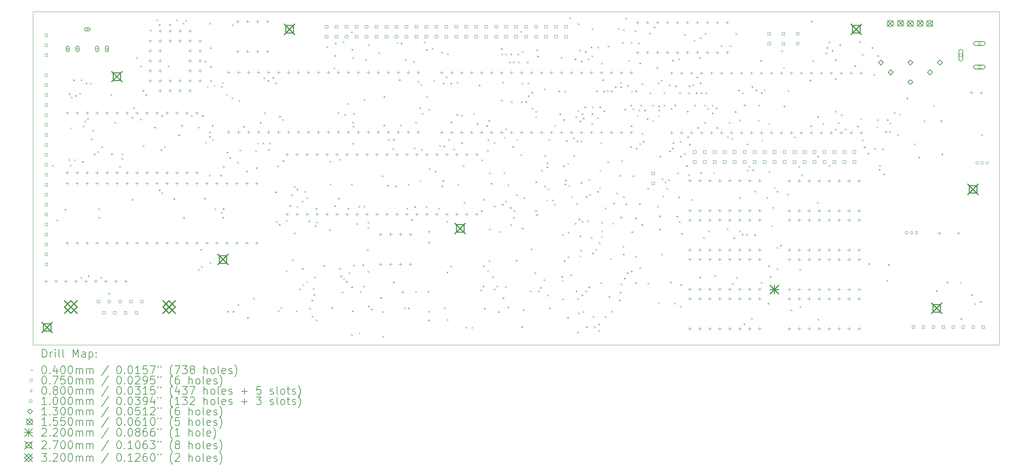
<source format=gbr>
%TF.GenerationSoftware,KiCad,Pcbnew,7.0.1*%
%TF.CreationDate,2023-03-15T00:19:41+00:00*%
%TF.ProjectId,CPC464-2MINI,43504334-3634-42d3-924d-494e492e6b69,rev?*%
%TF.SameCoordinates,Original*%
%TF.FileFunction,Drillmap*%
%TF.FilePolarity,Positive*%
%FSLAX45Y45*%
G04 Gerber Fmt 4.5, Leading zero omitted, Abs format (unit mm)*
G04 Created by KiCad (PCBNEW 7.0.1) date 2023-03-15 00:19:41*
%MOMM*%
%LPD*%
G01*
G04 APERTURE LIST*
%ADD10C,0.100000*%
%ADD11C,0.200000*%
%ADD12C,0.040000*%
%ADD13C,0.075000*%
%ADD14C,0.080000*%
%ADD15C,0.130000*%
%ADD16C,0.155000*%
%ADD17C,0.220000*%
%ADD18C,0.270000*%
%ADD19C,0.320000*%
G04 APERTURE END LIST*
D10*
X1442720Y-2727960D02*
X26047700Y-2727960D01*
X26047700Y-11226000D01*
X1442720Y-11226000D01*
X1442720Y-2727960D01*
D11*
D12*
X1929330Y-6639130D02*
X1969330Y-6679130D01*
X1969330Y-6639130D02*
X1929330Y-6679130D01*
X2037250Y-8032180D02*
X2077250Y-8072180D01*
X2077250Y-8032180D02*
X2037250Y-8072180D01*
X2247400Y-7760590D02*
X2287400Y-7800590D01*
X2287400Y-7760590D02*
X2247400Y-7800590D01*
X2350600Y-6491030D02*
X2390600Y-6531030D01*
X2390600Y-6491030D02*
X2350600Y-6531030D01*
X2357580Y-4811910D02*
X2397580Y-4851910D01*
X2397580Y-4811910D02*
X2357580Y-4851910D01*
X2383100Y-5680970D02*
X2423100Y-5720970D01*
X2423100Y-5680970D02*
X2383100Y-5720970D01*
X2388510Y-6631490D02*
X2428510Y-6671490D01*
X2428510Y-6631490D02*
X2388510Y-6671490D01*
X2413730Y-4899130D02*
X2453730Y-4939130D01*
X2453730Y-4899130D02*
X2413730Y-4939130D01*
X2467470Y-4455920D02*
X2507470Y-4495920D01*
X2507470Y-4455920D02*
X2467470Y-4495920D01*
X2491500Y-6492390D02*
X2531500Y-6532390D01*
X2531500Y-6492390D02*
X2491500Y-6532390D01*
X2516690Y-4853850D02*
X2556690Y-4893850D01*
X2556690Y-4853850D02*
X2516690Y-4893850D01*
X2623970Y-4796980D02*
X2663970Y-4836980D01*
X2663970Y-4796980D02*
X2623970Y-4836980D01*
X2654900Y-4455590D02*
X2694900Y-4495590D01*
X2694900Y-4455590D02*
X2654900Y-4495590D01*
X2658980Y-9495490D02*
X2698980Y-9535490D01*
X2698980Y-9495490D02*
X2658980Y-9535490D01*
X2691130Y-6536930D02*
X2731130Y-6576930D01*
X2731130Y-6536930D02*
X2691130Y-6576930D01*
X2718560Y-5637080D02*
X2758560Y-5677080D01*
X2758560Y-5637080D02*
X2718560Y-5677080D01*
X2756020Y-5509530D02*
X2796020Y-5549530D01*
X2796020Y-5509530D02*
X2756020Y-5549530D01*
X2782450Y-4538390D02*
X2822450Y-4578390D01*
X2822450Y-4538390D02*
X2782450Y-4578390D01*
X2824950Y-5437020D02*
X2864950Y-5477020D01*
X2864950Y-5437020D02*
X2824950Y-5477020D01*
X2839240Y-9450730D02*
X2879240Y-9490730D01*
X2879240Y-9450730D02*
X2839240Y-9490730D01*
X2893010Y-4544280D02*
X2933010Y-4584280D01*
X2933010Y-4544280D02*
X2893010Y-4584280D01*
X2916680Y-5964310D02*
X2956680Y-6004310D01*
X2956680Y-5964310D02*
X2916680Y-6004310D01*
X2963030Y-5741930D02*
X3003030Y-5781930D01*
X3003030Y-5741930D02*
X2963030Y-5781930D01*
X2991210Y-6344720D02*
X3031210Y-6384720D01*
X3031210Y-6344720D02*
X2991210Y-6384720D01*
X3078280Y-6287870D02*
X3118280Y-6327870D01*
X3118280Y-6287870D02*
X3078280Y-6327870D01*
X3107500Y-7740000D02*
X3147500Y-7780000D01*
X3147500Y-7740000D02*
X3107500Y-7780000D01*
X3115540Y-7960890D02*
X3155540Y-8000890D01*
X3155540Y-7960890D02*
X3115540Y-8000890D01*
X3166980Y-9496260D02*
X3206980Y-9536260D01*
X3206980Y-9496260D02*
X3166980Y-9536260D01*
X3180970Y-6158070D02*
X3220970Y-6198070D01*
X3220970Y-6158070D02*
X3180970Y-6198070D01*
X3364450Y-9899220D02*
X3404450Y-9939220D01*
X3404450Y-9899220D02*
X3364450Y-9939220D01*
X3419840Y-4826890D02*
X3459840Y-4866890D01*
X3459840Y-4826890D02*
X3419840Y-4866890D01*
X3430680Y-6344860D02*
X3470680Y-6384860D01*
X3470680Y-6344860D02*
X3430680Y-6384860D01*
X3520870Y-5538160D02*
X3560870Y-5578160D01*
X3560870Y-5538160D02*
X3520870Y-5578160D01*
X3638310Y-6669060D02*
X3678310Y-6709060D01*
X3678310Y-6669060D02*
X3638310Y-6709060D01*
X3697340Y-6348100D02*
X3737340Y-6388100D01*
X3737340Y-6348100D02*
X3697340Y-6388100D01*
X3699440Y-6465880D02*
X3739440Y-6505880D01*
X3739440Y-6465880D02*
X3699440Y-6505880D01*
X3954040Y-5410520D02*
X3994040Y-5450520D01*
X3994040Y-5410520D02*
X3954040Y-5450520D01*
X3957350Y-7505000D02*
X3997350Y-7545000D01*
X3997350Y-7505000D02*
X3957350Y-7545000D01*
X3993390Y-5170530D02*
X4033390Y-5210530D01*
X4033390Y-5170530D02*
X3993390Y-5210530D01*
X4073640Y-3887770D02*
X4113640Y-3927770D01*
X4113640Y-3887770D02*
X4073640Y-3927770D01*
X4173340Y-4101500D02*
X4213340Y-4141500D01*
X4213340Y-4101500D02*
X4173340Y-4141500D01*
X4175640Y-5455890D02*
X4215640Y-5495890D01*
X4215640Y-5455890D02*
X4175640Y-5495890D01*
X4231850Y-4723500D02*
X4271850Y-4763500D01*
X4271850Y-4723500D02*
X4231850Y-4763500D01*
X4243120Y-6131730D02*
X4283120Y-6171730D01*
X4283120Y-6131730D02*
X4243120Y-6171730D01*
X4305000Y-4830920D02*
X4345000Y-4870920D01*
X4345000Y-4830920D02*
X4305000Y-4870920D01*
X4429440Y-3189100D02*
X4469440Y-3229100D01*
X4469440Y-3189100D02*
X4429440Y-3229100D01*
X4525510Y-5664690D02*
X4565510Y-5704690D01*
X4565510Y-5664690D02*
X4525510Y-5704690D01*
X4588750Y-2927250D02*
X4628750Y-2967250D01*
X4628750Y-2927250D02*
X4588750Y-2967250D01*
X4644070Y-3047620D02*
X4684070Y-3087620D01*
X4684070Y-3047620D02*
X4644070Y-3087620D01*
X4650810Y-7257220D02*
X4690810Y-7297220D01*
X4690810Y-7257220D02*
X4650810Y-7297220D01*
X4693850Y-6235560D02*
X4733850Y-6275560D01*
X4733850Y-6235560D02*
X4693850Y-6275560D01*
X4714250Y-5367610D02*
X4754250Y-5407610D01*
X4754250Y-5367610D02*
X4714250Y-5407610D01*
X4716920Y-7335610D02*
X4756920Y-7375610D01*
X4756920Y-7335610D02*
X4716920Y-7375610D01*
X4778670Y-6163050D02*
X4818670Y-6203050D01*
X4818670Y-6163050D02*
X4778670Y-6203050D01*
X4874030Y-4101500D02*
X4914030Y-4141500D01*
X4914030Y-4101500D02*
X4874030Y-4141500D01*
X4909830Y-3047620D02*
X4949830Y-3087620D01*
X4949830Y-3047620D02*
X4909830Y-3087620D01*
X5022500Y-7490000D02*
X5062500Y-7530000D01*
X5062500Y-7490000D02*
X5022500Y-7530000D01*
X5088470Y-2927250D02*
X5128470Y-2967250D01*
X5128470Y-2927250D02*
X5088470Y-2967250D01*
X5145280Y-5858130D02*
X5185280Y-5898130D01*
X5185280Y-5858130D02*
X5145280Y-5898130D01*
X5217500Y-5615000D02*
X5257500Y-5655000D01*
X5257500Y-5615000D02*
X5217500Y-5655000D01*
X5253520Y-3012250D02*
X5293520Y-3052250D01*
X5293520Y-3012250D02*
X5253520Y-3052250D01*
X5270000Y-7962550D02*
X5310000Y-8002550D01*
X5310000Y-7962550D02*
X5270000Y-8002550D01*
X5324250Y-2940700D02*
X5364250Y-2980700D01*
X5364250Y-2940700D02*
X5324250Y-2980700D01*
X5470000Y-5363660D02*
X5510000Y-5403660D01*
X5510000Y-5363660D02*
X5470000Y-5403660D01*
X5643480Y-9294010D02*
X5683480Y-9334010D01*
X5683480Y-9294010D02*
X5643480Y-9334010D01*
X5646760Y-5659380D02*
X5686760Y-5699380D01*
X5686760Y-5659380D02*
X5646760Y-5699380D01*
X5707390Y-8778680D02*
X5747390Y-8818680D01*
X5747390Y-8778680D02*
X5707390Y-8818680D01*
X5721390Y-9218440D02*
X5761390Y-9258440D01*
X5761390Y-9218440D02*
X5721390Y-9258440D01*
X5745020Y-5368150D02*
X5785020Y-5408150D01*
X5785020Y-5368150D02*
X5745020Y-5408150D01*
X5801260Y-7476680D02*
X5841260Y-7516680D01*
X5841260Y-7476680D02*
X5801260Y-7516680D01*
X5810790Y-3981300D02*
X5850790Y-4021300D01*
X5850790Y-3981300D02*
X5810790Y-4021300D01*
X5827360Y-6052360D02*
X5867360Y-6092360D01*
X5867360Y-6052360D02*
X5827360Y-6092360D01*
X5869650Y-4621370D02*
X5909650Y-4661370D01*
X5909650Y-4621370D02*
X5869650Y-4661370D01*
X5922760Y-5785270D02*
X5962760Y-5825270D01*
X5962760Y-5785270D02*
X5922760Y-5825270D01*
X5925640Y-6886580D02*
X5965640Y-6926580D01*
X5965640Y-6886580D02*
X5925640Y-6926580D01*
X5930000Y-5905000D02*
X5970000Y-5945000D01*
X5970000Y-5905000D02*
X5930000Y-5945000D01*
X5934540Y-3007320D02*
X5974540Y-3047320D01*
X5974540Y-3007320D02*
X5934540Y-3047320D01*
X5942710Y-9111270D02*
X5982710Y-9151270D01*
X5982710Y-9111270D02*
X5942710Y-9151270D01*
X5953400Y-3635600D02*
X5993400Y-3675600D01*
X5993400Y-3635600D02*
X5953400Y-3675600D01*
X5959250Y-4113340D02*
X5999250Y-4153340D01*
X5999250Y-4113340D02*
X5959250Y-4153340D01*
X5960390Y-4476650D02*
X6000390Y-4516650D01*
X6000390Y-4476650D02*
X5960390Y-4516650D01*
X5996250Y-5618750D02*
X6036250Y-5658750D01*
X6036250Y-5618750D02*
X5996250Y-5658750D01*
X6006130Y-5976050D02*
X6046130Y-6016050D01*
X6046130Y-5976050D02*
X6006130Y-6016050D01*
X6047750Y-4596700D02*
X6087750Y-4636700D01*
X6087750Y-4596700D02*
X6047750Y-4636700D01*
X6071820Y-7742620D02*
X6111820Y-7782620D01*
X6111820Y-7742620D02*
X6071820Y-7782620D01*
X6210030Y-6886510D02*
X6250030Y-6926510D01*
X6250030Y-6886510D02*
X6210030Y-6926510D01*
X6227990Y-7837350D02*
X6267990Y-7877350D01*
X6267990Y-7837350D02*
X6227990Y-7877350D01*
X6229540Y-4629720D02*
X6269540Y-4669720D01*
X6269540Y-4629720D02*
X6229540Y-4669720D01*
X6260750Y-4529700D02*
X6300750Y-4569700D01*
X6300750Y-4529700D02*
X6260750Y-4569700D01*
X6267560Y-7961850D02*
X6307560Y-8001850D01*
X6307560Y-7961850D02*
X6267560Y-8001850D01*
X6275990Y-7743910D02*
X6315990Y-7783910D01*
X6315990Y-7743910D02*
X6275990Y-7783910D01*
X6280330Y-6668960D02*
X6320330Y-6708960D01*
X6320330Y-6668960D02*
X6280330Y-6708960D01*
X6352500Y-4825000D02*
X6392500Y-4865000D01*
X6392500Y-4825000D02*
X6352500Y-4865000D01*
X6375900Y-6299390D02*
X6415900Y-6339390D01*
X6415900Y-6299390D02*
X6375900Y-6339390D01*
X6387090Y-10361490D02*
X6427090Y-10401490D01*
X6427090Y-10361490D02*
X6387090Y-10401490D01*
X6445910Y-6438440D02*
X6485910Y-6478440D01*
X6485910Y-6438440D02*
X6445910Y-6478440D01*
X6500915Y-4911585D02*
X6540915Y-4951585D01*
X6540915Y-4911585D02*
X6500915Y-4951585D01*
X6507790Y-3050530D02*
X6547790Y-3090530D01*
X6547790Y-3050530D02*
X6507790Y-3090530D01*
X6529250Y-10362910D02*
X6569250Y-10402910D01*
X6569250Y-10362910D02*
X6529250Y-10402910D01*
X6646880Y-6558900D02*
X6686880Y-6598900D01*
X6686880Y-6558900D02*
X6646880Y-6598900D01*
X6650790Y-10188050D02*
X6690790Y-10228050D01*
X6690790Y-10188050D02*
X6650790Y-10228050D01*
X6675840Y-4984050D02*
X6715840Y-5024050D01*
X6715840Y-4984050D02*
X6675840Y-5024050D01*
X6703080Y-6243530D02*
X6743080Y-6283530D01*
X6743080Y-6243530D02*
X6703080Y-6283530D01*
X6793260Y-5641780D02*
X6833260Y-5681780D01*
X6833260Y-5641780D02*
X6793260Y-5681780D01*
X6870450Y-6783710D02*
X6910450Y-6823710D01*
X6910450Y-6783710D02*
X6870450Y-6823710D01*
X6895250Y-10521000D02*
X6935250Y-10561000D01*
X6935250Y-10521000D02*
X6895250Y-10561000D01*
X7048950Y-10026000D02*
X7088950Y-10066000D01*
X7088950Y-10026000D02*
X7048950Y-10066000D01*
X7100760Y-6262710D02*
X7140760Y-6302710D01*
X7140760Y-6262710D02*
X7100760Y-6302710D01*
X7116260Y-6697070D02*
X7156260Y-6737070D01*
X7156260Y-6697070D02*
X7116260Y-6737070D01*
X7157400Y-6069100D02*
X7197400Y-6109100D01*
X7197400Y-6069100D02*
X7157400Y-6109100D01*
X7215650Y-5540980D02*
X7255650Y-5580980D01*
X7255650Y-5540980D02*
X7215650Y-5580980D01*
X7289360Y-6065390D02*
X7329360Y-6105390D01*
X7329360Y-6065390D02*
X7289360Y-6105390D01*
X7310980Y-4403560D02*
X7350980Y-4443560D01*
X7350980Y-4403560D02*
X7310980Y-4443560D01*
X7327770Y-5293200D02*
X7367770Y-5333200D01*
X7367770Y-5293200D02*
X7327770Y-5333200D01*
X7412500Y-4470000D02*
X7452500Y-4510000D01*
X7452500Y-4470000D02*
X7412500Y-4510000D01*
X7431940Y-6236620D02*
X7471940Y-6276620D01*
X7471940Y-6236620D02*
X7431940Y-6276620D01*
X7455700Y-6065970D02*
X7495700Y-6105970D01*
X7495700Y-6065970D02*
X7455700Y-6105970D01*
X7542550Y-4393450D02*
X7582550Y-4433450D01*
X7582550Y-4393450D02*
X7542550Y-4433450D01*
X7609620Y-4531300D02*
X7649620Y-4571300D01*
X7649620Y-4531300D02*
X7609620Y-4571300D01*
X7610560Y-7314320D02*
X7650560Y-7354320D01*
X7650560Y-7314320D02*
X7610560Y-7354320D01*
X7626910Y-8065750D02*
X7666910Y-8105750D01*
X7666910Y-8065750D02*
X7626910Y-8105750D01*
X7663340Y-6647430D02*
X7703340Y-6687430D01*
X7703340Y-6647430D02*
X7663340Y-6687430D01*
X7680400Y-10340100D02*
X7720400Y-10380100D01*
X7720400Y-10340100D02*
X7680400Y-10380100D01*
X7700350Y-8145580D02*
X7740350Y-8185580D01*
X7740350Y-8145580D02*
X7700350Y-8185580D01*
X7710040Y-5384120D02*
X7750040Y-5424120D01*
X7750040Y-5384120D02*
X7710040Y-5424120D01*
X7746440Y-10264690D02*
X7786440Y-10304690D01*
X7786440Y-10264690D02*
X7746440Y-10304690D01*
X7790480Y-5465020D02*
X7830480Y-5505020D01*
X7830480Y-5465020D02*
X7790480Y-5505020D01*
X7795230Y-6518770D02*
X7835230Y-6558770D01*
X7835230Y-6518770D02*
X7795230Y-6558770D01*
X7881390Y-9328590D02*
X7921390Y-9368590D01*
X7921390Y-9328590D02*
X7881390Y-9368590D01*
X7882310Y-8037460D02*
X7922310Y-8077460D01*
X7922310Y-8037460D02*
X7882310Y-8077460D01*
X7972980Y-7662740D02*
X8012980Y-7702740D01*
X8012980Y-7662740D02*
X7972980Y-7702740D01*
X8019110Y-7388240D02*
X8059110Y-7428240D01*
X8059110Y-7388240D02*
X8019110Y-7428240D01*
X8039990Y-9043400D02*
X8079990Y-9083400D01*
X8079990Y-9043400D02*
X8039990Y-9083400D01*
X8086140Y-7172760D02*
X8126140Y-7212760D01*
X8126140Y-7172760D02*
X8086140Y-7212760D01*
X8094420Y-8359130D02*
X8134420Y-8399130D01*
X8134420Y-8359130D02*
X8094420Y-8399130D01*
X8133070Y-10347320D02*
X8173070Y-10387320D01*
X8173070Y-10347320D02*
X8133070Y-10387320D01*
X8148380Y-7687300D02*
X8188380Y-7727300D01*
X8188380Y-7687300D02*
X8148380Y-7727300D01*
X8156000Y-7245270D02*
X8196000Y-7285270D01*
X8196000Y-7245270D02*
X8156000Y-7285270D01*
X8218820Y-9788590D02*
X8258820Y-9828590D01*
X8258820Y-9788590D02*
X8218820Y-9828590D01*
X8286850Y-7549110D02*
X8326850Y-7589110D01*
X8326850Y-7549110D02*
X8286850Y-7589110D01*
X8291020Y-9266900D02*
X8331020Y-9306900D01*
X8331020Y-9266900D02*
X8291020Y-9306900D01*
X8308510Y-9685950D02*
X8348510Y-9725950D01*
X8348510Y-9685950D02*
X8308510Y-9725950D01*
X8356370Y-7301630D02*
X8396370Y-7341630D01*
X8396370Y-7301630D02*
X8356370Y-7341630D01*
X8408610Y-7463450D02*
X8448610Y-7503450D01*
X8448610Y-7463450D02*
X8408610Y-7503450D01*
X8410730Y-9608480D02*
X8450730Y-9648480D01*
X8450730Y-9608480D02*
X8410730Y-9648480D01*
X8460680Y-8057750D02*
X8500680Y-8097750D01*
X8500680Y-8057750D02*
X8460680Y-8097750D01*
X8476060Y-10280470D02*
X8516060Y-10320470D01*
X8516060Y-10280470D02*
X8476060Y-10320470D01*
X8531150Y-10075140D02*
X8571150Y-10115140D01*
X8571150Y-10075140D02*
X8531150Y-10115140D01*
X8543550Y-10483830D02*
X8583550Y-10523830D01*
X8583550Y-10483830D02*
X8543550Y-10523830D01*
X8569540Y-9785080D02*
X8609540Y-9825080D01*
X8609540Y-9785080D02*
X8569540Y-9825080D01*
X8583730Y-9930110D02*
X8623730Y-9970110D01*
X8623730Y-9930110D02*
X8583730Y-9970110D01*
X8599640Y-9486000D02*
X8639640Y-9526000D01*
X8639640Y-9486000D02*
X8599640Y-9526000D01*
X8615570Y-8177680D02*
X8655570Y-8217680D01*
X8655570Y-8177680D02*
X8615570Y-8217680D01*
X8635930Y-7737200D02*
X8675930Y-7777200D01*
X8675930Y-7737200D02*
X8635930Y-7777200D01*
X8641030Y-10578730D02*
X8681030Y-10618730D01*
X8681030Y-10578730D02*
X8641030Y-10618730D01*
X8662910Y-8083570D02*
X8702910Y-8123570D01*
X8702910Y-8083570D02*
X8662910Y-8123570D01*
X8837470Y-9194380D02*
X8877470Y-9234380D01*
X8877470Y-9194380D02*
X8837470Y-9234380D01*
X8915030Y-3611300D02*
X8955030Y-3651300D01*
X8955030Y-3611300D02*
X8915030Y-3651300D01*
X8991400Y-8272980D02*
X9031400Y-8312980D01*
X9031400Y-8272980D02*
X8991400Y-8312980D01*
X8998480Y-6532690D02*
X9038480Y-6572690D01*
X9038480Y-6532690D02*
X8998480Y-6572690D01*
X8998480Y-7113830D02*
X9038480Y-7153830D01*
X9038480Y-7113830D02*
X8998480Y-7153830D01*
X9040580Y-10269470D02*
X9080580Y-10309470D01*
X9080580Y-10269470D02*
X9040580Y-10309470D01*
X9100070Y-4151820D02*
X9140070Y-4191820D01*
X9140070Y-4151820D02*
X9100070Y-4191820D01*
X9113810Y-7666630D02*
X9153810Y-7706630D01*
X9153810Y-7666630D02*
X9113810Y-7706630D01*
X9117500Y-3835630D02*
X9157500Y-3875630D01*
X9157500Y-3835630D02*
X9117500Y-3875630D01*
X9129810Y-3516710D02*
X9169810Y-3556710D01*
X9169810Y-3516710D02*
X9129810Y-3556710D01*
X9203530Y-5285930D02*
X9243530Y-5325930D01*
X9243530Y-5285930D02*
X9203530Y-5325930D01*
X9208720Y-7476590D02*
X9248720Y-7516590D01*
X9248720Y-7476590D02*
X9208720Y-7516590D01*
X9235960Y-9266900D02*
X9275960Y-9306900D01*
X9275960Y-9266900D02*
X9235960Y-9306900D01*
X9236100Y-6483910D02*
X9276100Y-6523910D01*
X9276100Y-6483910D02*
X9236100Y-6523910D01*
X9269020Y-9456940D02*
X9309020Y-9496940D01*
X9309020Y-9456940D02*
X9269020Y-9496940D01*
X9313530Y-9865900D02*
X9353530Y-9905900D01*
X9353530Y-9865900D02*
X9313530Y-9905900D01*
X9325900Y-3485760D02*
X9365900Y-3525760D01*
X9365900Y-3485760D02*
X9325900Y-3525760D01*
X9341940Y-9525470D02*
X9381940Y-9565470D01*
X9381940Y-9525470D02*
X9341940Y-9565470D01*
X9371390Y-5339670D02*
X9411390Y-5379670D01*
X9411390Y-5339670D02*
X9371390Y-5379670D01*
X9410440Y-9598420D02*
X9450440Y-9638420D01*
X9450440Y-9598420D02*
X9410440Y-9638420D01*
X9445050Y-5059950D02*
X9485050Y-5099950D01*
X9485050Y-5059950D02*
X9445050Y-5099950D01*
X9451340Y-7736680D02*
X9491340Y-7776680D01*
X9491340Y-7736680D02*
X9451340Y-7776680D01*
X9480150Y-9376730D02*
X9520150Y-9416730D01*
X9520150Y-9376730D02*
X9480150Y-9416730D01*
X9538180Y-7113830D02*
X9578180Y-7153830D01*
X9578180Y-7113830D02*
X9538180Y-7153830D01*
X9540690Y-3234940D02*
X9580690Y-3274940D01*
X9580690Y-3234940D02*
X9540690Y-3274940D01*
X9543180Y-10950650D02*
X9583180Y-10990650D01*
X9583180Y-10950650D02*
X9543180Y-10990650D01*
X9549730Y-9736030D02*
X9589730Y-9776030D01*
X9589730Y-9736030D02*
X9549730Y-9776030D01*
X9552500Y-3676630D02*
X9592500Y-3716630D01*
X9592500Y-3676630D02*
X9552500Y-3716630D01*
X9561600Y-10352870D02*
X9601600Y-10392870D01*
X9601600Y-10352870D02*
X9561600Y-10392870D01*
X9565430Y-5533710D02*
X9605430Y-5573710D01*
X9605430Y-5533710D02*
X9565430Y-5573710D01*
X9575000Y-3890000D02*
X9615000Y-3930000D01*
X9615000Y-3890000D02*
X9575000Y-3930000D01*
X9576340Y-6072400D02*
X9616340Y-6112400D01*
X9616340Y-6072400D02*
X9576340Y-6112400D01*
X9580450Y-5638100D02*
X9620450Y-5678100D01*
X9620450Y-5638100D02*
X9580450Y-5678100D01*
X9596100Y-5313550D02*
X9636100Y-5353550D01*
X9636100Y-5313550D02*
X9596100Y-5353550D01*
X9602500Y-9182500D02*
X9642500Y-9222500D01*
X9642500Y-9182500D02*
X9602500Y-9222500D01*
X9677500Y-8122500D02*
X9717500Y-8162500D01*
X9717500Y-8122500D02*
X9677500Y-8162500D01*
X9727490Y-7682770D02*
X9767490Y-7722770D01*
X9767490Y-7682770D02*
X9727490Y-7722770D01*
X9739020Y-10912230D02*
X9779020Y-10952230D01*
X9779020Y-10912230D02*
X9739020Y-10952230D01*
X9770440Y-9848920D02*
X9810440Y-9888920D01*
X9810440Y-9848920D02*
X9770440Y-9888920D01*
X9832500Y-9172500D02*
X9872500Y-9212500D01*
X9872500Y-9172500D02*
X9832500Y-9212500D01*
X9855000Y-9717500D02*
X9895000Y-9757500D01*
X9895000Y-9717500D02*
X9855000Y-9757500D01*
X9860000Y-4957450D02*
X9900000Y-4997450D01*
X9900000Y-4957450D02*
X9860000Y-4997450D01*
X9860000Y-7672500D02*
X9900000Y-7712500D01*
X9900000Y-7672500D02*
X9860000Y-7712500D01*
X9906190Y-3931820D02*
X9946190Y-3971820D01*
X9946190Y-3931820D02*
X9906190Y-3971820D01*
X9948700Y-8784010D02*
X9988700Y-8824010D01*
X9988700Y-8784010D02*
X9948700Y-8824010D01*
X9962500Y-9340000D02*
X10002500Y-9380000D01*
X10002500Y-9340000D02*
X9962500Y-9380000D01*
X9966850Y-8224650D02*
X10006850Y-8264650D01*
X10006850Y-8224650D02*
X9966850Y-8264650D01*
X9966860Y-8087000D02*
X10006860Y-8127000D01*
X10006860Y-8087000D02*
X9966860Y-8127000D01*
X9970580Y-3559100D02*
X10010580Y-3599100D01*
X10010580Y-3559100D02*
X9970580Y-3599100D01*
X9970800Y-10227030D02*
X10010800Y-10267030D01*
X10010800Y-10227030D02*
X9970800Y-10267030D01*
X10053530Y-10309360D02*
X10093530Y-10349360D01*
X10093530Y-10309360D02*
X10053530Y-10349360D01*
X10242645Y-3762355D02*
X10282645Y-3802355D01*
X10282645Y-3762355D02*
X10242645Y-3802355D01*
X10283390Y-10007200D02*
X10323390Y-10047200D01*
X10323390Y-10007200D02*
X10283390Y-10047200D01*
X10317500Y-6905050D02*
X10357500Y-6945050D01*
X10357500Y-6905050D02*
X10317500Y-6945050D01*
X10337150Y-10991410D02*
X10377150Y-11031410D01*
X10377150Y-10991410D02*
X10337150Y-11031410D01*
X10339180Y-10365150D02*
X10379180Y-10405150D01*
X10379180Y-10365150D02*
X10339180Y-10405150D01*
X10365000Y-5610000D02*
X10405000Y-5650000D01*
X10405000Y-5610000D02*
X10365000Y-5650000D01*
X10367500Y-4885000D02*
X10407500Y-4925000D01*
X10407500Y-4885000D02*
X10367500Y-4925000D01*
X10460350Y-7146400D02*
X10500350Y-7186400D01*
X10500350Y-7146400D02*
X10460350Y-7186400D01*
X10483110Y-5972250D02*
X10523110Y-6012250D01*
X10523110Y-5972250D02*
X10483110Y-6012250D01*
X10600000Y-6212500D02*
X10640000Y-6252500D01*
X10640000Y-6212500D02*
X10600000Y-6252500D01*
X10606370Y-9617980D02*
X10646370Y-9657980D01*
X10646370Y-9617980D02*
X10606370Y-9657980D01*
X10612500Y-5972740D02*
X10652500Y-6012740D01*
X10652500Y-5972740D02*
X10612500Y-6012740D01*
X10661070Y-7161660D02*
X10701070Y-7201660D01*
X10701070Y-7161660D02*
X10661070Y-7201660D01*
X10705490Y-3504370D02*
X10745490Y-3544370D01*
X10745490Y-3504370D02*
X10705490Y-3544370D01*
X10757290Y-4452480D02*
X10797290Y-4492480D01*
X10797290Y-4452480D02*
X10757290Y-4492480D01*
X10782500Y-5607500D02*
X10822500Y-5647500D01*
X10822500Y-5607500D02*
X10782500Y-5647500D01*
X10805500Y-3517540D02*
X10845500Y-3557540D01*
X10845500Y-3517540D02*
X10805500Y-3557540D01*
X10838920Y-9863340D02*
X10878920Y-9903340D01*
X10878920Y-9863340D02*
X10838920Y-9903340D01*
X10892900Y-10270970D02*
X10932900Y-10310970D01*
X10932900Y-10270970D02*
X10892900Y-10310970D01*
X10913500Y-3941380D02*
X10953500Y-3981380D01*
X10953500Y-3941380D02*
X10913500Y-3981380D01*
X10951540Y-7734360D02*
X10991540Y-7774360D01*
X10991540Y-7734360D02*
X10951540Y-7774360D01*
X10987500Y-7116650D02*
X11027500Y-7156650D01*
X11027500Y-7116650D02*
X10987500Y-7156650D01*
X10992930Y-10270970D02*
X11032930Y-10310970D01*
X11032930Y-10270970D02*
X10992930Y-10310970D01*
X11072000Y-8016660D02*
X11112000Y-8056660D01*
X11112000Y-8016660D02*
X11072000Y-8056660D01*
X11124500Y-3986130D02*
X11164500Y-4026130D01*
X11164500Y-3986130D02*
X11124500Y-4026130D01*
X11143070Y-6192980D02*
X11183070Y-6232980D01*
X11183070Y-6192980D02*
X11143070Y-6232980D01*
X11153770Y-7689300D02*
X11193770Y-7729300D01*
X11193770Y-7689300D02*
X11153770Y-7729300D01*
X11172210Y-5533710D02*
X11212210Y-5573710D01*
X11212210Y-5533710D02*
X11172210Y-5573710D01*
X11174230Y-9848090D02*
X11214230Y-9888090D01*
X11214230Y-9848090D02*
X11174230Y-9888090D01*
X11241970Y-4501840D02*
X11281970Y-4541840D01*
X11281970Y-4501840D02*
X11241970Y-4541840D01*
X11285000Y-5170000D02*
X11325000Y-5210000D01*
X11325000Y-5170000D02*
X11285000Y-5210000D01*
X11288940Y-7026220D02*
X11328940Y-7066220D01*
X11328940Y-7026220D02*
X11288940Y-7066220D01*
X11305210Y-4580030D02*
X11345210Y-4620030D01*
X11345210Y-4580030D02*
X11305210Y-4620030D01*
X11319130Y-6227860D02*
X11359130Y-6267860D01*
X11359130Y-6227860D02*
X11319130Y-6267860D01*
X11343580Y-5313550D02*
X11383580Y-5353550D01*
X11383580Y-5313550D02*
X11343580Y-5353550D01*
X11396890Y-3492070D02*
X11436890Y-3532070D01*
X11436890Y-3492070D02*
X11396890Y-3532070D01*
X11444760Y-7689300D02*
X11484760Y-7729300D01*
X11484760Y-7689300D02*
X11444760Y-7729300D01*
X11449640Y-3689700D02*
X11489640Y-3729700D01*
X11489640Y-3689700D02*
X11449640Y-3729700D01*
X11452500Y-4882500D02*
X11492500Y-4922500D01*
X11492500Y-4882500D02*
X11452500Y-4922500D01*
X11492910Y-9852050D02*
X11532910Y-9892050D01*
X11532910Y-9852050D02*
X11492910Y-9892050D01*
X11501390Y-10589630D02*
X11541390Y-10629630D01*
X11541390Y-10589630D02*
X11501390Y-10629630D01*
X11502590Y-10356640D02*
X11542590Y-10396640D01*
X11542590Y-10356640D02*
X11502590Y-10396640D01*
X11509350Y-8318050D02*
X11549350Y-8358050D01*
X11549350Y-8318050D02*
X11509350Y-8358050D01*
X11509350Y-8600000D02*
X11549350Y-8640000D01*
X11549350Y-8600000D02*
X11509350Y-8640000D01*
X11511290Y-5212500D02*
X11551290Y-5252500D01*
X11551290Y-5212500D02*
X11511290Y-5252500D01*
X11519310Y-6715790D02*
X11559310Y-6755790D01*
X11559310Y-6715790D02*
X11519310Y-6755790D01*
X11595920Y-3655970D02*
X11635920Y-3695970D01*
X11635920Y-3655970D02*
X11595920Y-3695970D01*
X11635000Y-4470000D02*
X11675000Y-4510000D01*
X11675000Y-4470000D02*
X11635000Y-4510000D01*
X11668810Y-6785900D02*
X11708810Y-6825900D01*
X11708810Y-6785900D02*
X11668810Y-6825900D01*
X11756290Y-7734600D02*
X11796290Y-7774600D01*
X11796290Y-7734600D02*
X11756290Y-7774600D01*
X11786940Y-6122240D02*
X11826940Y-6162240D01*
X11826940Y-6122240D02*
X11786940Y-6162240D01*
X11837500Y-3746060D02*
X11877500Y-3786060D01*
X11877500Y-3746060D02*
X11837500Y-3786060D01*
X11841090Y-7161660D02*
X11881090Y-7201660D01*
X11881090Y-7161660D02*
X11841090Y-7201660D01*
X11869850Y-7026220D02*
X11909850Y-7066220D01*
X11909850Y-7026220D02*
X11869850Y-7066220D01*
X11880050Y-4537550D02*
X11920050Y-4577550D01*
X11920050Y-4537550D02*
X11880050Y-4577550D01*
X11895000Y-6146520D02*
X11935000Y-6186520D01*
X11935000Y-6146520D02*
X11895000Y-6186520D01*
X11908430Y-10271570D02*
X11948430Y-10311570D01*
X11948430Y-10271570D02*
X11908430Y-10311570D01*
X11952500Y-4382500D02*
X11992500Y-4422500D01*
X11992500Y-4382500D02*
X11952500Y-4422500D01*
X11968570Y-8066890D02*
X12008570Y-8106890D01*
X12008570Y-8066890D02*
X11968570Y-8106890D01*
X11973660Y-9360120D02*
X12013660Y-9400120D01*
X12013660Y-9360120D02*
X11973660Y-9400120D01*
X11978340Y-10569240D02*
X12018340Y-10609240D01*
X12018340Y-10569240D02*
X11978340Y-10609240D01*
X11990000Y-3791070D02*
X12030000Y-3831070D01*
X12030000Y-3791070D02*
X11990000Y-3831070D01*
X12010000Y-5972500D02*
X12050000Y-6012500D01*
X12050000Y-5972500D02*
X12010000Y-6012500D01*
X12067550Y-4543460D02*
X12107550Y-4583460D01*
X12107550Y-4543460D02*
X12067550Y-4583460D01*
X12072500Y-9207500D02*
X12112500Y-9247500D01*
X12112500Y-9207500D02*
X12072500Y-9247500D01*
X12076370Y-5535400D02*
X12116370Y-5575400D01*
X12116370Y-5535400D02*
X12076370Y-5575400D01*
X12148820Y-6219040D02*
X12188820Y-6259040D01*
X12188820Y-6219040D02*
X12148820Y-6259040D01*
X12225000Y-5342500D02*
X12265000Y-5382500D01*
X12265000Y-5342500D02*
X12225000Y-5382500D01*
X12230470Y-4515890D02*
X12270470Y-4555890D01*
X12270470Y-4515890D02*
X12230470Y-4555890D01*
X12250750Y-7112920D02*
X12290750Y-7152920D01*
X12290750Y-7112920D02*
X12250750Y-7152920D01*
X12340500Y-5354500D02*
X12380500Y-5394500D01*
X12380500Y-5354500D02*
X12340500Y-5394500D01*
X12347500Y-6057500D02*
X12387500Y-6097500D01*
X12387500Y-6057500D02*
X12347500Y-6097500D01*
X12382590Y-6650110D02*
X12422590Y-6690110D01*
X12422590Y-6650110D02*
X12382590Y-6690110D01*
X12412750Y-7581060D02*
X12452750Y-7621060D01*
X12452750Y-7581060D02*
X12412750Y-7621060D01*
X12451400Y-10766080D02*
X12491400Y-10806080D01*
X12491400Y-10766080D02*
X12451400Y-10806080D01*
X12608870Y-10769340D02*
X12648870Y-10809340D01*
X12648870Y-10769340D02*
X12608870Y-10809340D01*
X12652000Y-5316320D02*
X12692000Y-5356320D01*
X12692000Y-5316320D02*
X12652000Y-5356320D01*
X12735980Y-5563740D02*
X12775980Y-5603740D01*
X12775980Y-5563740D02*
X12735980Y-5603740D01*
X12790790Y-4588400D02*
X12830790Y-4628400D01*
X12830790Y-4588400D02*
X12790790Y-4628400D01*
X12832500Y-9815000D02*
X12872500Y-9855000D01*
X12872500Y-9815000D02*
X12832500Y-9855000D01*
X12846950Y-7790800D02*
X12886950Y-7830800D01*
X12886950Y-7790800D02*
X12846950Y-7830800D01*
X12858610Y-6499400D02*
X12898610Y-6539400D01*
X12898610Y-6499400D02*
X12858610Y-6539400D01*
X12890000Y-9717450D02*
X12930000Y-9757450D01*
X12930000Y-9717450D02*
X12890000Y-9757450D01*
X12897290Y-9200000D02*
X12937290Y-9240000D01*
X12937290Y-9200000D02*
X12897290Y-9240000D01*
X12898250Y-7504240D02*
X12938250Y-7544240D01*
X12938250Y-7504240D02*
X12898250Y-7544240D01*
X12921980Y-10279580D02*
X12961980Y-10319580D01*
X12961980Y-10279580D02*
X12921980Y-10319580D01*
X12988170Y-5620500D02*
X13028170Y-5660500D01*
X13028170Y-5620500D02*
X12988170Y-5660500D01*
X13003750Y-6258550D02*
X13043750Y-6298550D01*
X13043750Y-6258550D02*
X13003750Y-6298550D01*
X13007380Y-9322280D02*
X13047380Y-9362280D01*
X13047380Y-9322280D02*
X13007380Y-9362280D01*
X13021150Y-5983920D02*
X13061150Y-6023920D01*
X13061150Y-5983920D02*
X13021150Y-6023920D01*
X13037240Y-5493500D02*
X13077240Y-5533500D01*
X13077240Y-5493500D02*
X13037240Y-5533500D01*
X13048670Y-9069920D02*
X13088670Y-9109920D01*
X13088670Y-9069920D02*
X13048670Y-9109920D01*
X13052450Y-8255900D02*
X13092450Y-8295900D01*
X13092450Y-8255900D02*
X13052450Y-8295900D01*
X13053420Y-6830030D02*
X13093420Y-6870030D01*
X13093420Y-6830030D02*
X13053420Y-6870030D01*
X13097390Y-7093770D02*
X13137390Y-7133770D01*
X13137390Y-7093770D02*
X13097390Y-7133770D01*
X13130000Y-9477450D02*
X13170000Y-9517450D01*
X13170000Y-9477450D02*
X13130000Y-9517450D01*
X13172930Y-6049860D02*
X13212930Y-6089860D01*
X13212930Y-6049860D02*
X13172930Y-6089860D01*
X13180190Y-9794110D02*
X13220190Y-9834110D01*
X13220190Y-9794110D02*
X13180190Y-9834110D01*
X13180430Y-7676860D02*
X13220430Y-7716860D01*
X13220430Y-7676860D02*
X13180430Y-7716860D01*
X13240010Y-9712480D02*
X13280010Y-9752480D01*
X13280010Y-9712480D02*
X13240010Y-9752480D01*
X13283910Y-10370540D02*
X13323910Y-10410540D01*
X13323910Y-10370540D02*
X13283910Y-10410540D01*
X13310020Y-8328930D02*
X13350020Y-8368930D01*
X13350020Y-8328930D02*
X13310020Y-8368930D01*
X13356500Y-4972550D02*
X13396500Y-5012550D01*
X13396500Y-4972550D02*
X13356500Y-5012550D01*
X13358800Y-3658340D02*
X13398800Y-3698340D01*
X13398800Y-3658340D02*
X13358800Y-3698340D01*
X13370070Y-3798260D02*
X13410070Y-3838260D01*
X13410070Y-3798260D02*
X13370070Y-3838260D01*
X13385570Y-7627750D02*
X13425570Y-7667750D01*
X13425570Y-7627750D02*
X13385570Y-7667750D01*
X13395230Y-4518610D02*
X13435230Y-4558610D01*
X13435230Y-4518610D02*
X13395230Y-4558610D01*
X13402420Y-10016520D02*
X13442420Y-10056520D01*
X13442420Y-10016520D02*
X13402420Y-10056520D01*
X13428650Y-6830030D02*
X13468650Y-6870030D01*
X13468650Y-6830030D02*
X13428650Y-6870030D01*
X13431090Y-5916960D02*
X13471090Y-5956960D01*
X13471090Y-5916960D02*
X13431090Y-5956960D01*
X13462070Y-9731600D02*
X13502070Y-9771600D01*
X13502070Y-9731600D02*
X13462070Y-9771600D01*
X13467910Y-7550640D02*
X13507910Y-7590640D01*
X13507910Y-7550640D02*
X13467910Y-7590640D01*
X13469010Y-5699000D02*
X13509010Y-5739000D01*
X13509010Y-5699000D02*
X13469010Y-5739000D01*
X13470350Y-3798260D02*
X13510350Y-3838260D01*
X13510350Y-3798260D02*
X13470350Y-3838260D01*
X13523210Y-10249370D02*
X13563210Y-10289370D01*
X13563210Y-10249370D02*
X13523210Y-10289370D01*
X13531030Y-7130880D02*
X13571030Y-7170880D01*
X13571030Y-7130880D02*
X13531030Y-7170880D01*
X13565040Y-3999150D02*
X13605040Y-4039150D01*
X13605040Y-3999150D02*
X13565040Y-4039150D01*
X13590440Y-7712420D02*
X13630440Y-7752420D01*
X13630440Y-7712420D02*
X13590440Y-7752420D01*
X13593970Y-8149940D02*
X13633970Y-8189940D01*
X13633970Y-8149940D02*
X13593970Y-8189940D01*
X13599170Y-3799600D02*
X13639170Y-3839600D01*
X13639170Y-3799600D02*
X13599170Y-3839600D01*
X13610500Y-5017550D02*
X13650500Y-5057550D01*
X13650500Y-5017550D02*
X13610500Y-5057550D01*
X13648560Y-6155230D02*
X13688560Y-6195230D01*
X13688560Y-6155230D02*
X13648560Y-6195230D01*
X13665170Y-4001650D02*
X13705170Y-4041650D01*
X13705170Y-4001650D02*
X13665170Y-4041650D01*
X13674100Y-7963980D02*
X13714100Y-8003980D01*
X13714100Y-7963980D02*
X13674100Y-8003980D01*
X13680030Y-7792350D02*
X13720030Y-7832350D01*
X13720030Y-7792350D02*
X13680030Y-7832350D01*
X13728620Y-9058730D02*
X13768620Y-9098730D01*
X13768620Y-9058730D02*
X13728620Y-9098730D01*
X13741610Y-7387860D02*
X13781610Y-7427860D01*
X13781610Y-7387860D02*
X13741610Y-7427860D01*
X13762150Y-5986050D02*
X13802150Y-6026050D01*
X13802150Y-5986050D02*
X13762150Y-6026050D01*
X13784120Y-3799480D02*
X13824120Y-3839480D01*
X13824120Y-3799480D02*
X13784120Y-3839480D01*
X13797920Y-3998350D02*
X13837920Y-4038350D01*
X13837920Y-3998350D02*
X13797920Y-4038350D01*
X13848910Y-3219000D02*
X13888910Y-3259000D01*
X13888910Y-3219000D02*
X13848910Y-3259000D01*
X13856110Y-6364190D02*
X13896110Y-6404190D01*
X13896110Y-6364190D02*
X13856110Y-6404190D01*
X13864500Y-5017550D02*
X13904500Y-5057550D01*
X13904500Y-5017550D02*
X13864500Y-5057550D01*
X13875480Y-10751490D02*
X13915480Y-10791490D01*
X13915480Y-10751490D02*
X13875480Y-10791490D01*
X13886660Y-4540420D02*
X13926660Y-4580420D01*
X13926660Y-4540420D02*
X13886660Y-4580420D01*
X13891240Y-3731210D02*
X13931240Y-3771210D01*
X13931240Y-3731210D02*
X13891240Y-3771210D01*
X13894210Y-8238230D02*
X13934210Y-8278230D01*
X13934210Y-8238230D02*
X13894210Y-8278230D01*
X13914230Y-10317720D02*
X13954230Y-10357720D01*
X13954230Y-10317720D02*
X13914230Y-10357720D01*
X13937520Y-7460380D02*
X13977520Y-7500380D01*
X13977520Y-7460380D02*
X13937520Y-7500380D01*
X13975000Y-5012500D02*
X14015000Y-5052500D01*
X14015000Y-5012500D02*
X13975000Y-5052500D01*
X14020680Y-3998600D02*
X14060680Y-4038600D01*
X14060680Y-3998600D02*
X14020680Y-4038600D01*
X14036570Y-4535440D02*
X14076570Y-4575440D01*
X14076570Y-4535440D02*
X14036570Y-4575440D01*
X14039480Y-4865650D02*
X14079480Y-4905650D01*
X14079480Y-4865650D02*
X14039480Y-4905650D01*
X14097150Y-9843730D02*
X14137150Y-9883730D01*
X14137150Y-9843730D02*
X14097150Y-9883730D01*
X14119400Y-8763900D02*
X14159400Y-8803900D01*
X14159400Y-8763900D02*
X14119400Y-8803900D01*
X14134400Y-4773220D02*
X14174400Y-4813220D01*
X14174400Y-4773220D02*
X14134400Y-4813220D01*
X14137500Y-5180000D02*
X14177500Y-5220000D01*
X14177500Y-5180000D02*
X14137500Y-5220000D01*
X14206930Y-9376520D02*
X14246930Y-9416520D01*
X14246930Y-9376520D02*
X14206930Y-9416520D01*
X14228000Y-5259610D02*
X14268000Y-5299610D01*
X14268000Y-5259610D02*
X14228000Y-5299610D01*
X14230600Y-7789620D02*
X14270600Y-7829620D01*
X14270600Y-7789620D02*
X14230600Y-7829620D01*
X14234990Y-7053920D02*
X14274990Y-7093920D01*
X14274990Y-7053920D02*
X14234990Y-7093920D01*
X14235000Y-5385000D02*
X14275000Y-5425000D01*
X14275000Y-5385000D02*
X14235000Y-5425000D01*
X14255140Y-3688290D02*
X14295140Y-3728290D01*
X14295140Y-3688290D02*
X14255140Y-3728290D01*
X14258390Y-7889640D02*
X14298390Y-7929640D01*
X14298390Y-7889640D02*
X14258390Y-7929640D01*
X14281650Y-3851340D02*
X14321650Y-3891340D01*
X14321650Y-3851340D02*
X14281650Y-3891340D01*
X14298770Y-9843730D02*
X14338770Y-9883730D01*
X14338770Y-9843730D02*
X14298770Y-9883730D01*
X14349570Y-9753080D02*
X14389570Y-9793080D01*
X14389570Y-9753080D02*
X14349570Y-9793080D01*
X14383580Y-6762530D02*
X14423580Y-6802530D01*
X14423580Y-6762530D02*
X14383580Y-6802530D01*
X14441340Y-9555620D02*
X14481340Y-9595620D01*
X14481340Y-9555620D02*
X14441340Y-9595620D01*
X14451680Y-4685940D02*
X14491680Y-4725940D01*
X14491680Y-4685940D02*
X14451680Y-4725940D01*
X14457960Y-6382320D02*
X14497960Y-6422320D01*
X14497960Y-6382320D02*
X14457960Y-6422320D01*
X14460250Y-7164570D02*
X14500250Y-7204570D01*
X14500250Y-7164570D02*
X14460250Y-7204570D01*
X14515370Y-7516860D02*
X14555370Y-7556860D01*
X14555370Y-7516860D02*
X14515370Y-7556860D01*
X14519060Y-6680620D02*
X14559060Y-6720620D01*
X14559060Y-6680620D02*
X14519060Y-6720620D01*
X14522940Y-6571910D02*
X14562940Y-6611910D01*
X14562940Y-6571910D02*
X14522940Y-6611910D01*
X14533520Y-9941850D02*
X14573520Y-9981850D01*
X14573520Y-9941850D02*
X14533520Y-9981850D01*
X14547730Y-7230050D02*
X14587730Y-7270050D01*
X14587730Y-7230050D02*
X14547730Y-7270050D01*
X14568460Y-5980620D02*
X14608460Y-6020620D01*
X14608460Y-5980620D02*
X14568460Y-6020620D01*
X14581480Y-10272930D02*
X14621480Y-10312930D01*
X14621480Y-10272930D02*
X14581480Y-10312930D01*
X14660400Y-7524390D02*
X14700400Y-7564390D01*
X14700400Y-7524390D02*
X14660400Y-7564390D01*
X14703060Y-7624730D02*
X14743060Y-7664730D01*
X14743060Y-7624730D02*
X14703060Y-7664730D01*
X14718670Y-5620500D02*
X14758670Y-5660500D01*
X14758670Y-5620500D02*
X14718670Y-5660500D01*
X14821450Y-4740400D02*
X14861450Y-4780400D01*
X14861450Y-4740400D02*
X14821450Y-4780400D01*
X14846450Y-5324790D02*
X14886450Y-5364790D01*
X14886450Y-5324790D02*
X14846450Y-5364790D01*
X14880930Y-3880260D02*
X14920930Y-3920260D01*
X14920930Y-3880260D02*
X14880930Y-3920260D01*
X14896040Y-9467630D02*
X14936040Y-9507630D01*
X14936040Y-9467630D02*
X14896040Y-9507630D01*
X14903110Y-9568080D02*
X14943110Y-9608080D01*
X14943110Y-9568080D02*
X14903110Y-9608080D01*
X14915880Y-8404690D02*
X14955880Y-8444690D01*
X14955880Y-8404690D02*
X14915880Y-8444690D01*
X14917740Y-10042360D02*
X14957740Y-10082360D01*
X14957740Y-10042360D02*
X14917740Y-10082360D01*
X14938730Y-6648560D02*
X14978730Y-6688560D01*
X14978730Y-6648560D02*
X14938730Y-6688560D01*
X14939840Y-5470070D02*
X14979840Y-5510070D01*
X14979840Y-5470070D02*
X14939840Y-5510070D01*
X14955630Y-9074640D02*
X14995630Y-9114640D01*
X14995630Y-9074640D02*
X14955630Y-9114640D01*
X14975000Y-4742550D02*
X15015000Y-4782550D01*
X15015000Y-4742550D02*
X14975000Y-4782550D01*
X14976460Y-7112020D02*
X15016460Y-7152020D01*
X15016460Y-7112020D02*
X14976460Y-7152020D01*
X14989340Y-7012000D02*
X15029340Y-7052000D01*
X15029340Y-7012000D02*
X14989340Y-7052000D01*
X15013200Y-6004060D02*
X15053200Y-6044060D01*
X15053200Y-6004060D02*
X15013200Y-6044060D01*
X15041800Y-10514520D02*
X15081800Y-10554520D01*
X15081800Y-10514520D02*
X15041800Y-10554520D01*
X15047120Y-6587510D02*
X15087120Y-6627510D01*
X15087120Y-6587510D02*
X15047120Y-6627510D01*
X15058180Y-8972080D02*
X15098180Y-9012080D01*
X15098180Y-8972080D02*
X15058180Y-9012080D01*
X15060910Y-8342450D02*
X15100910Y-8382450D01*
X15100910Y-8342450D02*
X15060910Y-8382450D01*
X15081180Y-7144390D02*
X15121180Y-7184390D01*
X15121180Y-7144390D02*
X15081180Y-7184390D01*
X15103500Y-2875940D02*
X15143500Y-2915940D01*
X15143500Y-2875940D02*
X15103500Y-2915940D01*
X15127040Y-9426660D02*
X15167040Y-9466660D01*
X15167040Y-9426660D02*
X15127040Y-9466660D01*
X15149250Y-7433600D02*
X15189250Y-7473600D01*
X15189250Y-7433600D02*
X15149250Y-7473600D01*
X15197260Y-5941230D02*
X15237260Y-5981230D01*
X15237260Y-5941230D02*
X15197260Y-5981230D01*
X15206850Y-6378630D02*
X15246850Y-6418630D01*
X15246850Y-6378630D02*
X15206850Y-6418630D01*
X15234600Y-3920970D02*
X15274600Y-3960970D01*
X15274600Y-3920970D02*
X15234600Y-3960970D01*
X15240020Y-8112280D02*
X15280020Y-8152280D01*
X15280020Y-8112280D02*
X15240020Y-8152280D01*
X15255000Y-5397500D02*
X15295000Y-5437500D01*
X15295000Y-5397500D02*
X15255000Y-5437500D01*
X15259870Y-9840390D02*
X15299870Y-9880390D01*
X15299870Y-9840390D02*
X15259870Y-9880390D01*
X15269860Y-7609670D02*
X15309860Y-7649670D01*
X15309860Y-7609670D02*
X15269860Y-7649670D01*
X15285370Y-6012970D02*
X15325370Y-6052970D01*
X15325370Y-6012970D02*
X15285370Y-6052970D01*
X15295340Y-10893300D02*
X15335340Y-10933300D01*
X15335340Y-10893300D02*
X15295340Y-10933300D01*
X15297000Y-10034950D02*
X15337000Y-10074950D01*
X15337000Y-10034950D02*
X15297000Y-10074950D01*
X15308070Y-5241740D02*
X15348070Y-5281740D01*
X15348070Y-5241740D02*
X15308070Y-5281740D01*
X15317760Y-3026250D02*
X15357760Y-3066250D01*
X15357760Y-3026250D02*
X15317760Y-3066250D01*
X15324740Y-10402090D02*
X15364740Y-10442090D01*
X15364740Y-10402090D02*
X15324740Y-10442090D01*
X15335740Y-8002880D02*
X15375740Y-8042880D01*
X15375740Y-8002880D02*
X15335740Y-8042880D01*
X15351140Y-3692300D02*
X15391140Y-3732300D01*
X15391140Y-3692300D02*
X15351140Y-3732300D01*
X15360500Y-5509450D02*
X15400500Y-5549450D01*
X15400500Y-5509450D02*
X15360500Y-5549450D01*
X15360850Y-8438930D02*
X15400850Y-8478930D01*
X15400850Y-8438930D02*
X15360850Y-8478930D01*
X15361260Y-8948690D02*
X15401260Y-8988690D01*
X15401260Y-8948690D02*
X15361260Y-8988690D01*
X15371130Y-8800260D02*
X15411130Y-8840260D01*
X15411130Y-8800260D02*
X15371130Y-8840260D01*
X15386910Y-7075660D02*
X15426910Y-7115660D01*
X15426910Y-7075660D02*
X15386910Y-7115660D01*
X15388220Y-3978320D02*
X15428220Y-4018320D01*
X15428220Y-3978320D02*
X15388220Y-4018320D01*
X15389040Y-6012250D02*
X15429040Y-6052250D01*
X15429040Y-6012250D02*
X15389040Y-6052250D01*
X15409240Y-9940050D02*
X15449240Y-9980050D01*
X15449240Y-9940050D02*
X15409240Y-9980050D01*
X15411520Y-5321450D02*
X15451520Y-5361450D01*
X15451520Y-5321450D02*
X15411520Y-5361450D01*
X15415850Y-8064220D02*
X15455850Y-8104220D01*
X15455850Y-8064220D02*
X15415850Y-8104220D01*
X15440680Y-5435500D02*
X15480680Y-5475500D01*
X15480680Y-5435500D02*
X15440680Y-5475500D01*
X15442720Y-10367730D02*
X15482720Y-10407730D01*
X15482720Y-10367730D02*
X15442720Y-10407730D01*
X15481800Y-5147920D02*
X15521800Y-5187920D01*
X15521800Y-5147920D02*
X15481800Y-5187920D01*
X15497700Y-3740300D02*
X15537700Y-3780300D01*
X15537700Y-3740300D02*
X15497700Y-3780300D01*
X15506780Y-9842520D02*
X15546780Y-9882520D01*
X15546780Y-9842520D02*
X15506780Y-9882520D01*
X15517840Y-7433600D02*
X15557840Y-7473600D01*
X15557840Y-7433600D02*
X15517840Y-7473600D01*
X15521850Y-10753880D02*
X15561850Y-10793880D01*
X15561850Y-10753880D02*
X15521850Y-10793880D01*
X15560880Y-8050230D02*
X15600880Y-8090230D01*
X15600880Y-8050230D02*
X15560880Y-8090230D01*
X15567080Y-3923190D02*
X15607080Y-3963190D01*
X15607080Y-3923190D02*
X15567080Y-3963190D01*
X15584280Y-6998780D02*
X15624280Y-7038780D01*
X15624280Y-6998780D02*
X15584280Y-7038780D01*
X15585620Y-9736430D02*
X15625620Y-9776430D01*
X15625620Y-9736430D02*
X15585620Y-9776430D01*
X15602020Y-7376330D02*
X15642020Y-7416330D01*
X15642020Y-7376330D02*
X15602020Y-7416330D01*
X15640930Y-3619670D02*
X15680930Y-3659670D01*
X15680930Y-3619670D02*
X15640930Y-3659670D01*
X15646450Y-8479890D02*
X15686450Y-8519890D01*
X15686450Y-8479890D02*
X15646450Y-8519890D01*
X15662370Y-3849090D02*
X15702370Y-3889090D01*
X15702370Y-3849090D02*
X15662370Y-3889090D01*
X15663710Y-5564320D02*
X15703710Y-5604320D01*
X15703710Y-5564320D02*
X15663710Y-5604320D01*
X15665960Y-5321450D02*
X15705960Y-5361450D01*
X15705960Y-5321450D02*
X15665960Y-5361450D01*
X15669800Y-3154010D02*
X15709800Y-3194010D01*
X15709800Y-3154010D02*
X15669800Y-3194010D01*
X15674800Y-5146690D02*
X15714800Y-5186690D01*
X15714800Y-5146690D02*
X15674800Y-5186690D01*
X15676440Y-8873780D02*
X15716440Y-8913780D01*
X15716440Y-8873780D02*
X15676440Y-8913780D01*
X15693420Y-10495340D02*
X15733420Y-10535340D01*
X15733420Y-10495340D02*
X15693420Y-10535340D01*
X15720390Y-10745370D02*
X15760390Y-10785370D01*
X15760390Y-10745370D02*
X15720390Y-10785370D01*
X15763690Y-8782480D02*
X15803690Y-8822480D01*
X15803690Y-8782480D02*
X15763690Y-8822480D01*
X15779120Y-4740460D02*
X15819120Y-4780460D01*
X15819120Y-4740460D02*
X15779120Y-4780460D01*
X15807810Y-5420310D02*
X15847810Y-5460310D01*
X15847810Y-5420310D02*
X15807810Y-5460310D01*
X15809610Y-7303810D02*
X15849610Y-7343810D01*
X15849610Y-7303810D02*
X15809610Y-7343810D01*
X15817300Y-3619670D02*
X15857300Y-3659670D01*
X15857300Y-3619670D02*
X15817300Y-3659670D01*
X15839800Y-10685080D02*
X15879800Y-10725080D01*
X15879800Y-10685080D02*
X15839800Y-10725080D01*
X15842440Y-10851020D02*
X15882440Y-10891020D01*
X15882440Y-10851020D02*
X15842440Y-10891020D01*
X15848730Y-8615710D02*
X15888730Y-8655710D01*
X15888730Y-8615710D02*
X15848730Y-8655710D01*
X15861100Y-7213790D02*
X15901100Y-7253790D01*
X15901100Y-7213790D02*
X15861100Y-7253790D01*
X15866900Y-5147770D02*
X15906900Y-5187770D01*
X15906900Y-5147770D02*
X15866900Y-5187770D01*
X15869130Y-6763680D02*
X15909130Y-6803680D01*
X15909130Y-6763680D02*
X15869130Y-6803680D01*
X15892200Y-9627500D02*
X15932200Y-9667500D01*
X15932200Y-9627500D02*
X15892200Y-9667500D01*
X15894380Y-6060930D02*
X15934380Y-6100930D01*
X15934380Y-6060930D02*
X15894380Y-6100930D01*
X15904210Y-8458530D02*
X15944210Y-8498530D01*
X15944210Y-8458530D02*
X15904210Y-8498530D01*
X15907140Y-4036360D02*
X15947140Y-4076360D01*
X15947140Y-4036360D02*
X15907140Y-4076360D01*
X15910880Y-8313500D02*
X15950880Y-8353500D01*
X15950880Y-8313500D02*
X15910880Y-8353500D01*
X15914340Y-8090520D02*
X15954340Y-8130520D01*
X15954340Y-8090520D02*
X15914340Y-8130520D01*
X15942500Y-4452500D02*
X15982500Y-4492500D01*
X15982500Y-4452500D02*
X15942500Y-4492500D01*
X15961749Y-4742550D02*
X16001749Y-4782550D01*
X16001749Y-4742550D02*
X15961749Y-4782550D01*
X15967500Y-5250000D02*
X16007500Y-5290000D01*
X16007500Y-5250000D02*
X15967500Y-5290000D01*
X15998670Y-10495340D02*
X16038670Y-10535340D01*
X16038670Y-10495340D02*
X15998670Y-10535340D01*
X16000210Y-7722810D02*
X16040210Y-7762810D01*
X16040210Y-7722810D02*
X16000210Y-7762810D01*
X16061660Y-4739750D02*
X16101660Y-4779750D01*
X16101660Y-4739750D02*
X16061660Y-4779750D01*
X16069450Y-6545590D02*
X16109450Y-6585590D01*
X16109450Y-6545590D02*
X16069450Y-6585590D01*
X16078120Y-3590800D02*
X16118120Y-3630800D01*
X16118120Y-3590800D02*
X16078120Y-3630800D01*
X16098300Y-9985070D02*
X16138300Y-10025070D01*
X16138300Y-9985070D02*
X16098300Y-10025070D01*
X16140410Y-9017290D02*
X16180410Y-9057290D01*
X16180410Y-9017290D02*
X16140410Y-9057290D01*
X16159050Y-10361500D02*
X16199050Y-10401500D01*
X16199050Y-10361500D02*
X16159050Y-10401500D01*
X16161680Y-4741290D02*
X16201680Y-4781290D01*
X16201680Y-4741290D02*
X16161680Y-4781290D01*
X16191780Y-8110630D02*
X16231780Y-8150630D01*
X16231780Y-8110630D02*
X16191780Y-8150630D01*
X16217250Y-7596560D02*
X16257250Y-7636560D01*
X16257250Y-7596560D02*
X16217250Y-7636560D01*
X16257780Y-4632290D02*
X16297780Y-4672290D01*
X16297780Y-4632290D02*
X16257780Y-4672290D01*
X16297700Y-7346010D02*
X16337700Y-7386010D01*
X16337700Y-7346010D02*
X16297700Y-7386010D01*
X16341050Y-3147160D02*
X16381050Y-3187160D01*
X16381050Y-3147160D02*
X16341050Y-3187160D01*
X16361170Y-10068330D02*
X16401170Y-10108330D01*
X16401170Y-10068330D02*
X16361170Y-10108330D01*
X16377490Y-6897690D02*
X16417490Y-6937690D01*
X16417490Y-6897690D02*
X16377490Y-6937690D01*
X16379240Y-9872290D02*
X16419240Y-9912290D01*
X16419240Y-9872290D02*
X16379240Y-9912290D01*
X16392750Y-4526740D02*
X16432750Y-4566740D01*
X16432750Y-4526740D02*
X16392750Y-4566740D01*
X16394480Y-4632290D02*
X16434480Y-4672290D01*
X16434480Y-4632290D02*
X16394480Y-4672290D01*
X16395590Y-7957300D02*
X16435590Y-7997300D01*
X16435590Y-7957300D02*
X16395590Y-7997300D01*
X16408110Y-9665530D02*
X16448110Y-9705530D01*
X16448110Y-9665530D02*
X16408110Y-9705530D01*
X16424870Y-6515120D02*
X16464870Y-6555120D01*
X16464870Y-6515120D02*
X16424870Y-6555120D01*
X16438620Y-3501270D02*
X16478620Y-3541270D01*
X16478620Y-3501270D02*
X16438620Y-3541270D01*
X16456440Y-8709960D02*
X16496440Y-8749960D01*
X16496440Y-8709960D02*
X16456440Y-8749960D01*
X16461420Y-8900000D02*
X16501420Y-8940000D01*
X16501420Y-8900000D02*
X16461420Y-8940000D01*
X16463660Y-3177880D02*
X16503660Y-3217880D01*
X16503660Y-3177880D02*
X16463660Y-3217880D01*
X16465080Y-7434560D02*
X16505080Y-7474560D01*
X16505080Y-7434560D02*
X16465080Y-7474560D01*
X16491040Y-9515060D02*
X16531040Y-9555060D01*
X16531040Y-9515060D02*
X16491040Y-9555060D01*
X16497500Y-5207500D02*
X16537500Y-5247500D01*
X16537500Y-5207500D02*
X16497500Y-5247500D01*
X16527330Y-7620690D02*
X16567330Y-7660690D01*
X16567330Y-7620690D02*
X16527330Y-7660690D01*
X16527500Y-2885000D02*
X16567500Y-2925000D01*
X16567500Y-2885000D02*
X16527500Y-2925000D01*
X16561850Y-9371690D02*
X16601850Y-9411690D01*
X16601850Y-9371690D02*
X16561850Y-9411690D01*
X16570810Y-4590340D02*
X16610810Y-4630340D01*
X16610810Y-4590340D02*
X16570810Y-4630340D01*
X16596520Y-3962400D02*
X16636520Y-4002400D01*
X16636520Y-3962400D02*
X16596520Y-4002400D01*
X16648340Y-6158280D02*
X16688340Y-6198280D01*
X16688340Y-6158280D02*
X16648340Y-6198280D01*
X16657480Y-5099020D02*
X16697480Y-5139020D01*
X16697480Y-5099020D02*
X16657480Y-5139020D01*
X16658620Y-3501270D02*
X16698620Y-3541270D01*
X16698620Y-3501270D02*
X16658620Y-3541270D01*
X16658960Y-5630160D02*
X16698960Y-5670160D01*
X16698960Y-5630160D02*
X16658960Y-5670160D01*
X16664400Y-9332790D02*
X16704400Y-9372790D01*
X16704400Y-9332790D02*
X16664400Y-9372790D01*
X16672670Y-4741890D02*
X16712670Y-4781890D01*
X16712670Y-4741890D02*
X16672670Y-4781890D01*
X16677810Y-8331130D02*
X16717810Y-8371130D01*
X16717810Y-8331130D02*
X16677810Y-8371130D01*
X16713140Y-6904580D02*
X16753140Y-6944580D01*
X16753140Y-6904580D02*
X16713140Y-6944580D01*
X16713190Y-5196330D02*
X16753190Y-5236330D01*
X16753190Y-5196330D02*
X16713190Y-5236330D01*
X16762870Y-3202260D02*
X16802870Y-3242260D01*
X16802870Y-3202260D02*
X16762870Y-3242260D01*
X16770200Y-8959390D02*
X16810200Y-8999390D01*
X16810200Y-8959390D02*
X16770200Y-8999390D01*
X16773690Y-9626220D02*
X16813690Y-9666220D01*
X16813690Y-9626220D02*
X16773690Y-9666220D01*
X16775210Y-7977320D02*
X16815210Y-8017320D01*
X16815210Y-7977320D02*
X16775210Y-8017320D01*
X16775270Y-4739570D02*
X16815270Y-4779570D01*
X16815270Y-4739570D02*
X16775270Y-4779570D01*
X16793370Y-6203290D02*
X16833370Y-6243290D01*
X16833370Y-6203290D02*
X16793370Y-6243290D01*
X16818330Y-5360030D02*
X16858330Y-5400030D01*
X16858330Y-5360030D02*
X16818330Y-5400030D01*
X16858300Y-5230620D02*
X16898300Y-5270620D01*
X16898300Y-5230620D02*
X16858300Y-5270620D01*
X16858600Y-3519090D02*
X16898600Y-3559090D01*
X16898600Y-3519090D02*
X16858600Y-3559090D01*
X16870610Y-7620690D02*
X16910610Y-7660690D01*
X16910610Y-7620690D02*
X16870610Y-7660690D01*
X16879370Y-6084170D02*
X16919370Y-6124170D01*
X16919370Y-6084170D02*
X16879370Y-6124170D01*
X16880140Y-4030620D02*
X16920140Y-4070620D01*
X16920140Y-4030620D02*
X16880140Y-4070620D01*
X16880280Y-9247470D02*
X16920280Y-9287470D01*
X16920280Y-9247470D02*
X16880280Y-9287470D01*
X16907730Y-5101220D02*
X16947730Y-5141220D01*
X16947730Y-5101220D02*
X16907730Y-5141220D01*
X16929490Y-8144170D02*
X16969490Y-8184170D01*
X16969490Y-8144170D02*
X16929490Y-8184170D01*
X16940600Y-4559760D02*
X16980600Y-4599760D01*
X16980600Y-4559760D02*
X16940600Y-4599760D01*
X16943380Y-5823150D02*
X16983380Y-5863150D01*
X16983380Y-5823150D02*
X16943380Y-5863150D01*
X16964940Y-6028290D02*
X17004940Y-6068290D01*
X17004940Y-6028290D02*
X16964940Y-6068290D01*
X17003330Y-5230620D02*
X17043330Y-5270620D01*
X17043330Y-5230620D02*
X17003330Y-5270620D01*
X17070460Y-5444320D02*
X17110460Y-5484320D01*
X17110460Y-5444320D02*
X17070460Y-5484320D01*
X17084950Y-7228480D02*
X17124950Y-7268480D01*
X17124950Y-7228480D02*
X17084950Y-7268480D01*
X17094270Y-9638230D02*
X17134270Y-9678230D01*
X17134270Y-9638230D02*
X17094270Y-9678230D01*
X17132360Y-3266550D02*
X17172360Y-3306550D01*
X17172360Y-3266550D02*
X17132360Y-3306550D01*
X17142180Y-4785800D02*
X17182180Y-4825800D01*
X17182180Y-4785800D02*
X17142180Y-4825800D01*
X17209790Y-5098000D02*
X17249790Y-5138000D01*
X17249790Y-5098000D02*
X17209790Y-5138000D01*
X17216460Y-5493490D02*
X17256460Y-5533490D01*
X17256460Y-5493490D02*
X17216460Y-5533490D01*
X17242730Y-3106050D02*
X17282730Y-3146050D01*
X17282730Y-3106050D02*
X17242730Y-3146050D01*
X17316600Y-4145750D02*
X17356600Y-4185750D01*
X17356600Y-4145750D02*
X17316600Y-4185750D01*
X17327240Y-7682070D02*
X17367240Y-7722070D01*
X17367240Y-7682070D02*
X17327240Y-7722070D01*
X17351380Y-5375180D02*
X17391380Y-5415180D01*
X17391380Y-5375180D02*
X17351380Y-5415180D01*
X17355100Y-4532780D02*
X17395100Y-4572780D01*
X17395100Y-4532780D02*
X17355100Y-4572780D01*
X17360440Y-10142100D02*
X17400440Y-10182100D01*
X17400440Y-10142100D02*
X17360440Y-10182100D01*
X17363350Y-5121610D02*
X17403350Y-5161610D01*
X17403350Y-5121610D02*
X17363350Y-5161610D01*
X17364680Y-5225390D02*
X17404680Y-5265390D01*
X17404680Y-5225390D02*
X17364680Y-5265390D01*
X17383920Y-7927380D02*
X17423920Y-7967380D01*
X17423920Y-7927380D02*
X17383920Y-7967380D01*
X17385350Y-8269960D02*
X17425350Y-8309960D01*
X17425350Y-8269960D02*
X17385350Y-8309960D01*
X17392660Y-6405450D02*
X17432660Y-6445450D01*
X17432660Y-6405450D02*
X17392660Y-6445450D01*
X17430520Y-4466760D02*
X17470520Y-4506760D01*
X17470520Y-4466760D02*
X17430520Y-4506760D01*
X17445210Y-8898670D02*
X17485210Y-8938670D01*
X17485210Y-8898670D02*
X17445210Y-8938670D01*
X17448260Y-6982340D02*
X17488260Y-7022340D01*
X17488260Y-6982340D02*
X17448260Y-7022340D01*
X17475380Y-7420890D02*
X17515380Y-7460890D01*
X17515380Y-7420890D02*
X17475380Y-7460890D01*
X17499240Y-4787370D02*
X17539240Y-4827370D01*
X17539240Y-4787370D02*
X17499240Y-4827370D01*
X17500090Y-5098520D02*
X17540090Y-5138520D01*
X17540090Y-5098520D02*
X17500090Y-5138520D01*
X17524580Y-7062560D02*
X17564580Y-7102560D01*
X17564580Y-7062560D02*
X17524580Y-7102560D01*
X17574860Y-7228480D02*
X17614860Y-7268480D01*
X17614860Y-7228480D02*
X17574860Y-7268480D01*
X17618470Y-7005740D02*
X17658470Y-7045740D01*
X17658470Y-7005740D02*
X17618470Y-7045740D01*
X17637130Y-4584140D02*
X17677130Y-4624140D01*
X17677130Y-4584140D02*
X17637130Y-4624140D01*
X17640040Y-6271490D02*
X17680040Y-6311490D01*
X17680040Y-6271490D02*
X17640040Y-6311490D01*
X17664920Y-9614340D02*
X17704920Y-9654340D01*
X17704920Y-9614340D02*
X17664920Y-9654340D01*
X17676620Y-5185660D02*
X17716620Y-5225660D01*
X17716620Y-5185660D02*
X17676620Y-5225660D01*
X17711790Y-6197530D02*
X17751790Y-6237530D01*
X17751790Y-6197530D02*
X17711790Y-6237530D01*
X17715320Y-3957020D02*
X17755320Y-3997020D01*
X17755320Y-3957020D02*
X17715320Y-3997020D01*
X17727920Y-6060670D02*
X17767920Y-6100670D01*
X17767920Y-6060670D02*
X17727920Y-6100670D01*
X17762910Y-10143860D02*
X17802910Y-10183860D01*
X17802910Y-10143860D02*
X17762910Y-10183860D01*
X17774360Y-5101140D02*
X17814360Y-5141140D01*
X17814360Y-5101140D02*
X17774360Y-5141140D01*
X17792390Y-4609690D02*
X17832390Y-4649690D01*
X17832390Y-4609690D02*
X17792390Y-4649690D01*
X17821910Y-7931790D02*
X17861910Y-7971790D01*
X17861910Y-7931790D02*
X17821910Y-7971790D01*
X17843960Y-6828270D02*
X17883960Y-6868270D01*
X17883960Y-6828270D02*
X17843960Y-6868270D01*
X17869340Y-3921440D02*
X17909340Y-3961440D01*
X17909340Y-3921440D02*
X17869340Y-3961440D01*
X17874060Y-7441660D02*
X17914060Y-7481660D01*
X17914060Y-7441660D02*
X17874060Y-7481660D01*
X17885620Y-8069710D02*
X17925620Y-8109710D01*
X17925620Y-8069710D02*
X17885620Y-8109710D01*
X17897790Y-4785670D02*
X17937790Y-4825670D01*
X17937790Y-4785670D02*
X17897790Y-4825670D01*
X17912660Y-6026720D02*
X17952660Y-6066720D01*
X17952660Y-6026720D02*
X17912660Y-6066720D01*
X17914510Y-10229300D02*
X17954510Y-10269300D01*
X17954510Y-10229300D02*
X17914510Y-10269300D01*
X17917820Y-6403560D02*
X17957820Y-6443560D01*
X17957820Y-6403560D02*
X17917820Y-6443560D01*
X17919520Y-9677940D02*
X17959520Y-9717940D01*
X17959520Y-9677940D02*
X17919520Y-9717940D01*
X17948550Y-8373780D02*
X17988550Y-8413780D01*
X17988550Y-8373780D02*
X17948550Y-8413780D01*
X18017010Y-3298660D02*
X18057010Y-3338660D01*
X18057010Y-3298660D02*
X18017010Y-3338660D01*
X18018710Y-6336080D02*
X18058710Y-6376080D01*
X18058710Y-6336080D02*
X18018710Y-6376080D01*
X18071650Y-6639390D02*
X18111650Y-6679390D01*
X18111650Y-6639390D02*
X18071650Y-6679390D01*
X18089910Y-5258170D02*
X18129910Y-5298170D01*
X18129910Y-5258170D02*
X18089910Y-5298170D01*
X18099500Y-5909190D02*
X18139500Y-5949190D01*
X18139500Y-5909190D02*
X18099500Y-5949190D01*
X18123500Y-4786770D02*
X18163500Y-4826770D01*
X18163500Y-4786770D02*
X18123500Y-4826770D01*
X18125980Y-6881520D02*
X18165980Y-6921520D01*
X18165980Y-6881520D02*
X18125980Y-6921520D01*
X18137680Y-4609690D02*
X18177680Y-4649690D01*
X18177680Y-4609690D02*
X18137680Y-4649690D01*
X18147710Y-6099230D02*
X18187710Y-6139230D01*
X18187710Y-6099230D02*
X18147710Y-6139230D01*
X18210290Y-7502530D02*
X18250290Y-7542530D01*
X18250290Y-7502530D02*
X18210290Y-7542530D01*
X18238850Y-4582460D02*
X18278850Y-4622460D01*
X18278850Y-4582460D02*
X18238850Y-4622460D01*
X18258370Y-3444000D02*
X18298370Y-3484000D01*
X18298370Y-3444000D02*
X18258370Y-3484000D01*
X18279050Y-5099690D02*
X18319050Y-5139690D01*
X18319050Y-5099690D02*
X18279050Y-5139690D01*
X18315420Y-4787430D02*
X18355420Y-4827430D01*
X18355420Y-4787430D02*
X18315420Y-4827430D01*
X18336200Y-4385620D02*
X18376200Y-4425620D01*
X18376200Y-4385620D02*
X18336200Y-4425620D01*
X18351760Y-5673270D02*
X18391760Y-5713270D01*
X18391760Y-5673270D02*
X18351760Y-5713270D01*
X18401170Y-3887960D02*
X18441170Y-3927960D01*
X18441170Y-3887960D02*
X18401170Y-3927960D01*
X18410370Y-9487140D02*
X18450370Y-9527140D01*
X18450370Y-9487140D02*
X18410370Y-9527140D01*
X18418270Y-4535390D02*
X18458270Y-4575390D01*
X18458270Y-4535390D02*
X18418270Y-4575390D01*
X18424330Y-3381290D02*
X18464330Y-3421290D01*
X18464330Y-3381290D02*
X18424330Y-3421290D01*
X18431540Y-6823190D02*
X18471540Y-6863190D01*
X18471540Y-6823190D02*
X18431540Y-6863190D01*
X18442970Y-4786580D02*
X18482970Y-4826580D01*
X18482970Y-4786580D02*
X18442970Y-4826580D01*
X18508570Y-8481770D02*
X18548570Y-8521770D01*
X18548570Y-8481770D02*
X18508570Y-8521770D01*
X18532230Y-5541730D02*
X18572230Y-5581730D01*
X18572230Y-5541730D02*
X18532230Y-5581730D01*
X18538370Y-5099470D02*
X18578370Y-5139470D01*
X18578370Y-5099470D02*
X18538370Y-5139470D01*
X18550500Y-3273600D02*
X18590500Y-3313600D01*
X18590500Y-3273600D02*
X18550500Y-3313600D01*
X18566920Y-4786580D02*
X18606920Y-4826580D01*
X18606920Y-4786580D02*
X18566920Y-4826580D01*
X18606470Y-5185660D02*
X18646470Y-5225660D01*
X18646470Y-5185660D02*
X18606470Y-5225660D01*
X18634180Y-8309620D02*
X18674180Y-8349620D01*
X18674180Y-8309620D02*
X18634180Y-8349620D01*
X18723370Y-5303180D02*
X18763370Y-5343180D01*
X18763370Y-5303180D02*
X18723370Y-5343180D01*
X18729570Y-5097910D02*
X18769570Y-5137910D01*
X18769570Y-5097910D02*
X18729570Y-5137910D01*
X18765610Y-6823190D02*
X18805610Y-6863190D01*
X18805610Y-6823190D02*
X18765610Y-6863190D01*
X18793390Y-9450810D02*
X18833390Y-9490810D01*
X18833390Y-9450810D02*
X18793390Y-9490810D01*
X18824940Y-5171000D02*
X18864940Y-5211000D01*
X18864940Y-5171000D02*
X18824940Y-5211000D01*
X18844020Y-5673270D02*
X18884020Y-5713270D01*
X18884020Y-5673270D02*
X18844020Y-5713270D01*
X18955480Y-3582190D02*
X18995480Y-3622190D01*
X18995480Y-3582190D02*
X18955480Y-3622190D01*
X19108070Y-8260100D02*
X19148070Y-8300100D01*
X19148070Y-8260100D02*
X19108070Y-8300100D01*
X19116600Y-5903970D02*
X19156600Y-5943970D01*
X19156600Y-5903970D02*
X19116600Y-5943970D01*
X19156550Y-5538710D02*
X19196550Y-5578710D01*
X19196550Y-5538710D02*
X19156550Y-5578710D01*
X19186050Y-3582190D02*
X19226050Y-3622190D01*
X19226050Y-3582190D02*
X19186050Y-3622190D01*
X19224850Y-5948980D02*
X19264850Y-5988980D01*
X19264850Y-5948980D02*
X19224850Y-5988980D01*
X19237470Y-9654560D02*
X19277470Y-9694560D01*
X19277470Y-9654560D02*
X19237470Y-9694560D01*
X19277650Y-8483840D02*
X19317650Y-8523840D01*
X19317650Y-8483840D02*
X19277650Y-8523840D01*
X19311680Y-5264860D02*
X19351680Y-5304860D01*
X19351680Y-5264860D02*
X19311680Y-5304860D01*
X19326000Y-3273600D02*
X19366000Y-3313600D01*
X19366000Y-3273600D02*
X19326000Y-3313600D01*
X19344670Y-9493000D02*
X19384670Y-9533000D01*
X19384670Y-9493000D02*
X19344670Y-9533000D01*
X19395630Y-4714400D02*
X19435630Y-4754400D01*
X19435630Y-4714400D02*
X19395630Y-4754400D01*
X19422700Y-5478910D02*
X19462700Y-5518910D01*
X19462700Y-5478910D02*
X19422700Y-5518910D01*
X19427520Y-7455870D02*
X19467520Y-7495870D01*
X19467520Y-7455870D02*
X19427520Y-7495870D01*
X19431340Y-8307050D02*
X19471340Y-8347050D01*
X19471340Y-8307050D02*
X19431340Y-8347050D01*
X19484500Y-8395330D02*
X19524500Y-8435330D01*
X19524500Y-8395330D02*
X19484500Y-8435330D01*
X19494380Y-4786920D02*
X19534380Y-4826920D01*
X19534380Y-4786920D02*
X19494380Y-4826920D01*
X19535590Y-10680240D02*
X19575590Y-10720240D01*
X19575590Y-10680240D02*
X19535590Y-10720240D01*
X19546310Y-5097670D02*
X19586310Y-5137670D01*
X19586310Y-5097670D02*
X19546310Y-5137670D01*
X19600730Y-8395330D02*
X19640730Y-8435330D01*
X19640730Y-8395330D02*
X19600730Y-8435330D01*
X19613130Y-6760680D02*
X19653130Y-6800680D01*
X19653130Y-6760680D02*
X19613130Y-6800680D01*
X19614330Y-6094000D02*
X19654330Y-6134000D01*
X19654330Y-6094000D02*
X19614330Y-6134000D01*
X19665500Y-6657830D02*
X19705500Y-6697830D01*
X19705500Y-6657830D02*
X19665500Y-6697830D01*
X19726390Y-10534460D02*
X19766390Y-10574460D01*
X19766390Y-10534460D02*
X19726390Y-10574460D01*
X19738050Y-4624910D02*
X19778050Y-4664910D01*
X19778050Y-4624910D02*
X19738050Y-4664910D01*
X19762660Y-6748510D02*
X19802660Y-6788510D01*
X19802660Y-6748510D02*
X19762660Y-6788510D01*
X19806170Y-8412340D02*
X19846170Y-8452340D01*
X19846170Y-8412340D02*
X19806170Y-8452340D01*
X19808090Y-7293710D02*
X19848090Y-7333710D01*
X19848090Y-7293710D02*
X19808090Y-7333710D01*
X19840280Y-4710610D02*
X19880280Y-4750610D01*
X19880280Y-4710610D02*
X19840280Y-4750610D01*
X19896130Y-5478900D02*
X19936130Y-5518900D01*
X19936130Y-5478900D02*
X19896130Y-5518900D01*
X19912590Y-5098170D02*
X19952590Y-5138170D01*
X19952590Y-5098170D02*
X19912590Y-5138170D01*
X19954730Y-3962580D02*
X19994730Y-4002580D01*
X19994730Y-3962580D02*
X19954730Y-4002580D01*
X19970880Y-9623330D02*
X20010880Y-9663330D01*
X20010880Y-9623330D02*
X19970880Y-9663330D01*
X19982380Y-4783180D02*
X20022380Y-4823180D01*
X20022380Y-4783180D02*
X19982380Y-4823180D01*
X19992780Y-5993660D02*
X20032780Y-6033660D01*
X20032780Y-5993660D02*
X19992780Y-6033660D01*
X20055670Y-4710660D02*
X20095670Y-4750660D01*
X20095670Y-4710660D02*
X20055670Y-4750660D01*
X20114610Y-7455870D02*
X20154610Y-7495870D01*
X20154610Y-7455870D02*
X20114610Y-7495870D01*
X20145600Y-10156560D02*
X20185600Y-10196560D01*
X20185600Y-10156560D02*
X20145600Y-10196560D01*
X20161950Y-9199240D02*
X20201950Y-9239240D01*
X20201950Y-9199240D02*
X20161950Y-9239240D01*
X20161980Y-5562650D02*
X20201980Y-5602650D01*
X20201980Y-5562650D02*
X20161980Y-5602650D01*
X20176480Y-6791750D02*
X20216480Y-6831750D01*
X20216480Y-6791750D02*
X20176480Y-6831750D01*
X20195000Y-9480020D02*
X20235000Y-9520020D01*
X20235000Y-9480020D02*
X20195000Y-9520020D01*
X20230280Y-8169760D02*
X20270280Y-8209760D01*
X20270280Y-8169760D02*
X20230280Y-8209760D01*
X20267930Y-7706940D02*
X20307930Y-7746940D01*
X20307930Y-7706940D02*
X20267930Y-7746940D01*
X20305570Y-7196880D02*
X20345570Y-7236880D01*
X20345570Y-7196880D02*
X20305570Y-7236880D01*
X20379820Y-7296780D02*
X20419820Y-7336780D01*
X20419820Y-7296780D02*
X20379820Y-7336780D01*
X20380640Y-8730840D02*
X20420640Y-8770840D01*
X20420640Y-8730840D02*
X20380640Y-8770840D01*
X20380880Y-9272570D02*
X20420880Y-9312570D01*
X20420880Y-9272570D02*
X20380880Y-9312570D01*
X20466780Y-8675180D02*
X20506780Y-8715180D01*
X20506780Y-8675180D02*
X20466780Y-8715180D01*
X20498290Y-3711430D02*
X20538290Y-3751430D01*
X20538290Y-3711430D02*
X20498290Y-3751430D01*
X20543210Y-4138770D02*
X20583210Y-4178770D01*
X20583210Y-4138770D02*
X20543210Y-4178770D01*
X20550700Y-5128910D02*
X20590700Y-5168910D01*
X20590700Y-5128910D02*
X20550700Y-5168910D01*
X20637870Y-7372410D02*
X20677870Y-7412410D01*
X20677870Y-7372410D02*
X20637870Y-7412410D01*
X20658730Y-4726410D02*
X20698730Y-4766410D01*
X20698730Y-4726410D02*
X20658730Y-4766410D01*
X20726560Y-10326910D02*
X20766560Y-10366910D01*
X20766560Y-10326910D02*
X20726560Y-10366910D01*
X20815800Y-5912370D02*
X20855800Y-5952370D01*
X20855800Y-5912370D02*
X20815800Y-5952370D01*
X20926020Y-6666360D02*
X20966020Y-6706360D01*
X20966020Y-6666360D02*
X20926020Y-6706360D01*
X20954650Y-9290620D02*
X20994650Y-9330620D01*
X20994650Y-9290620D02*
X20954650Y-9330620D01*
X20960880Y-10238490D02*
X21000880Y-10278490D01*
X21000880Y-10238490D02*
X20960880Y-10278490D01*
X21005330Y-6878650D02*
X21045330Y-6918650D01*
X21045330Y-6878650D02*
X21005330Y-6918650D01*
X21216430Y-4462360D02*
X21256430Y-4502360D01*
X21256430Y-4462360D02*
X21216430Y-4502360D01*
X21234300Y-5630140D02*
X21274300Y-5670140D01*
X21274300Y-5630140D02*
X21234300Y-5670140D01*
X21246650Y-2960720D02*
X21286650Y-3000720D01*
X21286650Y-2960720D02*
X21246650Y-3000720D01*
X21292610Y-3967210D02*
X21332610Y-4007210D01*
X21332610Y-3967210D02*
X21292610Y-4007210D01*
X21400450Y-7581060D02*
X21440450Y-7621060D01*
X21440450Y-7581060D02*
X21400450Y-7621060D01*
X21405860Y-5396090D02*
X21445860Y-5436090D01*
X21445860Y-5396090D02*
X21405860Y-5436090D01*
X21406570Y-6403840D02*
X21446570Y-6443840D01*
X21446570Y-6403840D02*
X21406570Y-6443840D01*
X21421800Y-10559230D02*
X21461800Y-10599230D01*
X21461800Y-10559230D02*
X21421800Y-10599230D01*
X21546770Y-5563900D02*
X21586770Y-5603900D01*
X21586770Y-5563900D02*
X21546770Y-5603900D01*
X21620480Y-3770750D02*
X21660480Y-3810750D01*
X21660480Y-3770750D02*
X21620480Y-3810750D01*
X21646160Y-3631740D02*
X21686160Y-3671740D01*
X21686160Y-3631740D02*
X21646160Y-3671740D01*
X21697960Y-3489800D02*
X21737960Y-3529800D01*
X21737960Y-3489800D02*
X21697960Y-3529800D01*
X21706980Y-6630540D02*
X21746980Y-6670540D01*
X21746980Y-6630540D02*
X21706980Y-6670540D01*
X21780190Y-3704260D02*
X21820190Y-3744260D01*
X21820190Y-3704260D02*
X21780190Y-3744260D01*
X21855120Y-4431690D02*
X21895120Y-4471690D01*
X21895120Y-4431690D02*
X21855120Y-4471690D01*
X21857500Y-3945000D02*
X21897500Y-3985000D01*
X21897500Y-3945000D02*
X21857500Y-3985000D01*
X21860820Y-5250470D02*
X21900820Y-5290470D01*
X21900820Y-5250470D02*
X21860820Y-5290470D01*
X21860820Y-5708890D02*
X21900820Y-5748890D01*
X21900820Y-5708890D02*
X21860820Y-5748890D01*
X21936520Y-5547060D02*
X21976520Y-5587060D01*
X21976520Y-5547060D02*
X21936520Y-5587060D01*
X21972860Y-3556910D02*
X22012860Y-3596910D01*
X22012860Y-3556910D02*
X21972860Y-3596910D01*
X22012600Y-5346240D02*
X22052600Y-5386240D01*
X22052600Y-5346240D02*
X22012600Y-5386240D01*
X22116340Y-5712310D02*
X22156340Y-5752310D01*
X22156340Y-5712310D02*
X22116340Y-5752310D01*
X22355050Y-4095660D02*
X22395050Y-4135660D01*
X22395050Y-4095660D02*
X22355050Y-4135660D01*
X22429290Y-5637960D02*
X22469290Y-5677960D01*
X22469290Y-5637960D02*
X22429290Y-5677960D01*
X22481620Y-3484400D02*
X22521620Y-3524400D01*
X22521620Y-3484400D02*
X22481620Y-3524400D01*
X22507210Y-5443530D02*
X22547210Y-5483530D01*
X22547210Y-5443530D02*
X22507210Y-5483530D01*
X22547431Y-3807569D02*
X22587431Y-3847569D01*
X22587431Y-3807569D02*
X22547431Y-3847569D01*
X22556470Y-5988500D02*
X22596470Y-6028500D01*
X22596470Y-5988500D02*
X22556470Y-6028500D01*
X22599830Y-6168810D02*
X22639830Y-6208810D01*
X22639830Y-6168810D02*
X22599830Y-6208810D01*
X22694620Y-6326080D02*
X22734620Y-6366080D01*
X22734620Y-6326080D02*
X22694620Y-6366080D01*
X22713160Y-9144000D02*
X22753160Y-9184000D01*
X22753160Y-9144000D02*
X22713160Y-9184000D01*
X22793720Y-3631740D02*
X22833720Y-3671740D01*
X22833720Y-3631740D02*
X22793720Y-3671740D01*
X22842950Y-4324390D02*
X22882950Y-4364390D01*
X22882950Y-4324390D02*
X22842950Y-4364390D01*
X22855810Y-6201600D02*
X22895810Y-6241600D01*
X22895810Y-6201600D02*
X22855810Y-6241600D01*
X22912740Y-5655260D02*
X22952740Y-5695260D01*
X22952740Y-5655260D02*
X22912740Y-5695260D01*
X22936410Y-5476130D02*
X22976410Y-5516130D01*
X22976410Y-5476130D02*
X22936410Y-5516130D01*
X22939340Y-3836210D02*
X22979340Y-3876210D01*
X22979340Y-3836210D02*
X22939340Y-3876210D01*
X22974700Y-6738890D02*
X23014700Y-6778890D01*
X23014700Y-6738890D02*
X22974700Y-6778890D01*
X22986440Y-6638870D02*
X23026440Y-6678870D01*
X23026440Y-6638870D02*
X22986440Y-6678870D01*
X23060560Y-6217130D02*
X23100560Y-6257130D01*
X23100560Y-6217130D02*
X23060560Y-6257130D01*
X23098460Y-6858480D02*
X23138460Y-6898480D01*
X23138460Y-6858480D02*
X23098460Y-6898480D01*
X23135650Y-5774870D02*
X23175650Y-5814870D01*
X23175650Y-5774870D02*
X23135650Y-5814870D01*
X23174810Y-9569880D02*
X23214810Y-9609880D01*
X23214810Y-9569880D02*
X23174810Y-9609880D01*
X23185000Y-5472500D02*
X23225000Y-5512500D01*
X23225000Y-5472500D02*
X23185000Y-5512500D01*
X23210770Y-9164090D02*
X23250770Y-9204090D01*
X23250770Y-9164090D02*
X23210770Y-9204090D01*
X23240030Y-5777750D02*
X23280030Y-5817750D01*
X23280030Y-5777750D02*
X23240030Y-5817750D01*
X23257500Y-5555000D02*
X23297500Y-5595000D01*
X23297500Y-5555000D02*
X23257500Y-5595000D01*
X23357500Y-5285000D02*
X23397500Y-5325000D01*
X23397500Y-5285000D02*
X23357500Y-5325000D01*
X23453850Y-5857380D02*
X23493850Y-5897380D01*
X23493850Y-5857380D02*
X23453850Y-5897380D01*
X23497500Y-5325000D02*
X23537500Y-5365000D01*
X23537500Y-5325000D02*
X23497500Y-5365000D01*
X23684490Y-4925510D02*
X23724490Y-4965510D01*
X23724490Y-4925510D02*
X23684490Y-4965510D01*
X23866120Y-6092760D02*
X23906120Y-6132760D01*
X23906120Y-6092760D02*
X23866120Y-6132760D01*
X23982320Y-6425240D02*
X24022320Y-6465240D01*
X24022320Y-6425240D02*
X23982320Y-6465240D01*
X24120320Y-5499180D02*
X24160320Y-5539180D01*
X24160320Y-5499180D02*
X24120320Y-5539180D01*
X24362210Y-5114250D02*
X24402210Y-5154250D01*
X24402210Y-5114250D02*
X24362210Y-5154250D01*
X24430040Y-9833020D02*
X24470040Y-9873020D01*
X24470040Y-9833020D02*
X24430040Y-9873020D01*
X24548850Y-5499250D02*
X24588850Y-5539250D01*
X24588850Y-5499250D02*
X24548850Y-5539250D01*
X24572060Y-6355390D02*
X24612060Y-6395390D01*
X24612060Y-6355390D02*
X24572060Y-6395390D01*
X24706500Y-9617080D02*
X24746500Y-9657080D01*
X24746500Y-9617080D02*
X24706500Y-9657080D01*
X25038860Y-9618810D02*
X25078860Y-9658810D01*
X25078860Y-9618810D02*
X25038860Y-9658810D01*
X25056480Y-10546300D02*
X25096480Y-10586300D01*
X25096480Y-10546300D02*
X25056480Y-10586300D01*
X25325650Y-9935440D02*
X25365650Y-9975440D01*
X25365650Y-9935440D02*
X25325650Y-9975440D01*
X25418090Y-10161510D02*
X25458090Y-10201510D01*
X25458090Y-10161510D02*
X25418090Y-10201510D01*
X25549400Y-10109830D02*
X25589400Y-10149830D01*
X25589400Y-10109830D02*
X25549400Y-10149830D01*
X25581930Y-5852580D02*
X25621930Y-5892580D01*
X25621930Y-5852580D02*
X25581930Y-5892580D01*
D13*
X23720060Y-8366840D02*
G75*
G03*
X23720060Y-8366840I-37500J0D01*
G01*
X23847060Y-8366840D02*
G75*
G03*
X23847060Y-8366840I-37500J0D01*
G01*
X23974060Y-8366840D02*
G75*
G03*
X23974060Y-8366840I-37500J0D01*
G01*
X25522150Y-6586700D02*
G75*
G03*
X25522150Y-6586700I-37500J0D01*
G01*
X25649150Y-6586700D02*
G75*
G03*
X25649150Y-6586700I-37500J0D01*
G01*
X25776150Y-6586700D02*
G75*
G03*
X25776150Y-6586700I-37500J0D01*
G01*
D14*
X1775500Y-9562500D02*
X1775500Y-9642500D01*
X1735500Y-9602500D02*
X1815500Y-9602500D01*
X2029500Y-9562500D02*
X2029500Y-9642500D01*
X1989500Y-9602500D02*
X2069500Y-9602500D01*
X2283500Y-9562500D02*
X2283500Y-9642500D01*
X2243500Y-9602500D02*
X2323500Y-9602500D01*
X2314000Y-7070000D02*
X2314000Y-7150000D01*
X2274000Y-7110000D02*
X2354000Y-7110000D01*
X2314000Y-8594000D02*
X2314000Y-8674000D01*
X2274000Y-8634000D02*
X2354000Y-8634000D01*
X2315000Y-5270000D02*
X2315000Y-5350000D01*
X2275000Y-5310000D02*
X2355000Y-5310000D01*
X2315000Y-6794000D02*
X2315000Y-6874000D01*
X2275000Y-6834000D02*
X2355000Y-6834000D01*
X2329560Y-3640080D02*
X2329560Y-3720080D01*
X2289560Y-3680080D02*
X2369560Y-3680080D01*
D11*
X2289560Y-3645080D02*
X2289560Y-3715080D01*
X2289560Y-3715080D02*
G75*
G03*
X2369560Y-3715080I40000J0D01*
G01*
X2369560Y-3715080D02*
X2369560Y-3645080D01*
X2369560Y-3645080D02*
G75*
G03*
X2289560Y-3645080I-40000J0D01*
G01*
D14*
X2537500Y-9562500D02*
X2537500Y-9642500D01*
X2497500Y-9602500D02*
X2577500Y-9602500D01*
X2568000Y-7070000D02*
X2568000Y-7150000D01*
X2528000Y-7110000D02*
X2608000Y-7110000D01*
X2568000Y-8594000D02*
X2568000Y-8674000D01*
X2528000Y-8634000D02*
X2608000Y-8634000D01*
X2569000Y-5270000D02*
X2569000Y-5350000D01*
X2529000Y-5310000D02*
X2609000Y-5310000D01*
X2569000Y-6794000D02*
X2569000Y-6874000D01*
X2529000Y-6834000D02*
X2609000Y-6834000D01*
X2579560Y-3640080D02*
X2579560Y-3720080D01*
X2539560Y-3680080D02*
X2619560Y-3680080D01*
D11*
X2539560Y-3645080D02*
X2539560Y-3715080D01*
X2539560Y-3715080D02*
G75*
G03*
X2619560Y-3715080I40000J0D01*
G01*
X2619560Y-3715080D02*
X2619560Y-3645080D01*
X2619560Y-3645080D02*
G75*
G03*
X2539560Y-3645080I-40000J0D01*
G01*
D14*
X2791500Y-9562500D02*
X2791500Y-9642500D01*
X2751500Y-9602500D02*
X2831500Y-9602500D01*
X2822000Y-7070000D02*
X2822000Y-7150000D01*
X2782000Y-7110000D02*
X2862000Y-7110000D01*
X2822000Y-8594000D02*
X2822000Y-8674000D01*
X2782000Y-8634000D02*
X2862000Y-8634000D01*
X2823000Y-5270000D02*
X2823000Y-5350000D01*
X2783000Y-5310000D02*
X2863000Y-5310000D01*
X2823000Y-6794000D02*
X2823000Y-6874000D01*
X2783000Y-6834000D02*
X2863000Y-6834000D01*
X2829560Y-3140080D02*
X2829560Y-3220080D01*
X2789560Y-3180080D02*
X2869560Y-3180080D01*
D11*
X2864560Y-3140080D02*
X2794560Y-3140080D01*
X2794560Y-3140080D02*
G75*
G03*
X2794560Y-3220080I0J-40000D01*
G01*
X2794560Y-3220080D02*
X2864560Y-3220080D01*
X2864560Y-3220080D02*
G75*
G03*
X2864560Y-3140080I0J40000D01*
G01*
D14*
X3045500Y-9562500D02*
X3045500Y-9642500D01*
X3005500Y-9602500D02*
X3085500Y-9602500D01*
X3076000Y-7070000D02*
X3076000Y-7150000D01*
X3036000Y-7110000D02*
X3116000Y-7110000D01*
X3076000Y-8594000D02*
X3076000Y-8674000D01*
X3036000Y-8634000D02*
X3116000Y-8634000D01*
X3077000Y-5270000D02*
X3077000Y-5350000D01*
X3037000Y-5310000D02*
X3117000Y-5310000D01*
X3077000Y-6794000D02*
X3077000Y-6874000D01*
X3037000Y-6834000D02*
X3117000Y-6834000D01*
X3079560Y-3640080D02*
X3079560Y-3720080D01*
X3039560Y-3680080D02*
X3119560Y-3680080D01*
D11*
X3039560Y-3645080D02*
X3039560Y-3715080D01*
X3039560Y-3715080D02*
G75*
G03*
X3119560Y-3715080I40000J0D01*
G01*
X3119560Y-3715080D02*
X3119560Y-3645080D01*
X3119560Y-3645080D02*
G75*
G03*
X3039560Y-3645080I-40000J0D01*
G01*
D14*
X3299500Y-9562500D02*
X3299500Y-9642500D01*
X3259500Y-9602500D02*
X3339500Y-9602500D01*
X3329560Y-3640080D02*
X3329560Y-3720080D01*
X3289560Y-3680080D02*
X3369560Y-3680080D01*
D11*
X3289560Y-3645080D02*
X3289560Y-3715080D01*
X3289560Y-3715080D02*
G75*
G03*
X3369560Y-3715080I40000J0D01*
G01*
X3369560Y-3715080D02*
X3369560Y-3645080D01*
X3369560Y-3645080D02*
G75*
G03*
X3289560Y-3645080I-40000J0D01*
G01*
D14*
X3330000Y-7070000D02*
X3330000Y-7150000D01*
X3290000Y-7110000D02*
X3370000Y-7110000D01*
X3330000Y-8594000D02*
X3330000Y-8674000D01*
X3290000Y-8634000D02*
X3370000Y-8634000D01*
X3331000Y-5270000D02*
X3331000Y-5350000D01*
X3291000Y-5310000D02*
X3371000Y-5310000D01*
X3331000Y-6794000D02*
X3331000Y-6874000D01*
X3291000Y-6834000D02*
X3371000Y-6834000D01*
X3553500Y-9562500D02*
X3553500Y-9642500D01*
X3513500Y-9602500D02*
X3593500Y-9602500D01*
X3584000Y-7070000D02*
X3584000Y-7150000D01*
X3544000Y-7110000D02*
X3624000Y-7110000D01*
X3584000Y-8594000D02*
X3584000Y-8674000D01*
X3544000Y-8634000D02*
X3624000Y-8634000D01*
X3585000Y-5270000D02*
X3585000Y-5350000D01*
X3545000Y-5310000D02*
X3625000Y-5310000D01*
X3585000Y-6794000D02*
X3585000Y-6874000D01*
X3545000Y-6834000D02*
X3625000Y-6834000D01*
X3807500Y-9562500D02*
X3807500Y-9642500D01*
X3767500Y-9602500D02*
X3847500Y-9602500D01*
X3838000Y-7070000D02*
X3838000Y-7150000D01*
X3798000Y-7110000D02*
X3878000Y-7110000D01*
X3838000Y-8594000D02*
X3838000Y-8674000D01*
X3798000Y-8634000D02*
X3878000Y-8634000D01*
X3839000Y-5270000D02*
X3839000Y-5350000D01*
X3799000Y-5310000D02*
X3879000Y-5310000D01*
X3839000Y-6794000D02*
X3839000Y-6874000D01*
X3799000Y-6834000D02*
X3879000Y-6834000D01*
X4092000Y-7070000D02*
X4092000Y-7150000D01*
X4052000Y-7110000D02*
X4132000Y-7110000D01*
X4092000Y-8594000D02*
X4092000Y-8674000D01*
X4052000Y-8634000D02*
X4132000Y-8634000D01*
X4093000Y-5270000D02*
X4093000Y-5350000D01*
X4053000Y-5310000D02*
X4133000Y-5310000D01*
X4093000Y-6794000D02*
X4093000Y-6874000D01*
X4053000Y-6834000D02*
X4133000Y-6834000D01*
X4346000Y-7070000D02*
X4346000Y-7150000D01*
X4306000Y-7110000D02*
X4386000Y-7110000D01*
X4346000Y-8594000D02*
X4346000Y-8674000D01*
X4306000Y-8634000D02*
X4386000Y-8634000D01*
X4347000Y-5270000D02*
X4347000Y-5350000D01*
X4307000Y-5310000D02*
X4387000Y-5310000D01*
X4347000Y-6794000D02*
X4347000Y-6874000D01*
X4307000Y-6834000D02*
X4387000Y-6834000D01*
X4428500Y-3435000D02*
X4428500Y-3515000D01*
X4388500Y-3475000D02*
X4468500Y-3475000D01*
X4428500Y-3689000D02*
X4428500Y-3769000D01*
X4388500Y-3729000D02*
X4468500Y-3729000D01*
X4428500Y-3943000D02*
X4428500Y-4023000D01*
X4388500Y-3983000D02*
X4468500Y-3983000D01*
X4428500Y-4197000D02*
X4428500Y-4277000D01*
X4388500Y-4237000D02*
X4468500Y-4237000D01*
X4428500Y-4451000D02*
X4428500Y-4531000D01*
X4388500Y-4491000D02*
X4468500Y-4491000D01*
X4600000Y-7070000D02*
X4600000Y-7150000D01*
X4560000Y-7110000D02*
X4640000Y-7110000D01*
X4600000Y-8594000D02*
X4600000Y-8674000D01*
X4560000Y-8634000D02*
X4640000Y-8634000D01*
X4601000Y-5270000D02*
X4601000Y-5350000D01*
X4561000Y-5310000D02*
X4641000Y-5310000D01*
X4601000Y-6794000D02*
X4601000Y-6874000D01*
X4561000Y-6834000D02*
X4641000Y-6834000D01*
X4682500Y-3181000D02*
X4682500Y-3261000D01*
X4642500Y-3221000D02*
X4722500Y-3221000D01*
X4682500Y-3435000D02*
X4682500Y-3515000D01*
X4642500Y-3475000D02*
X4722500Y-3475000D01*
X4682500Y-3689000D02*
X4682500Y-3769000D01*
X4642500Y-3729000D02*
X4722500Y-3729000D01*
X4682500Y-3943000D02*
X4682500Y-4023000D01*
X4642500Y-3983000D02*
X4722500Y-3983000D01*
X4682500Y-4197000D02*
X4682500Y-4277000D01*
X4642500Y-4237000D02*
X4722500Y-4237000D01*
X4682500Y-4451000D02*
X4682500Y-4531000D01*
X4642500Y-4491000D02*
X4722500Y-4491000D01*
X4682500Y-4705000D02*
X4682500Y-4785000D01*
X4642500Y-4745000D02*
X4722500Y-4745000D01*
X4854000Y-7070000D02*
X4854000Y-7150000D01*
X4814000Y-7110000D02*
X4894000Y-7110000D01*
X4854000Y-8594000D02*
X4854000Y-8674000D01*
X4814000Y-8634000D02*
X4894000Y-8634000D01*
X4855000Y-5270000D02*
X4855000Y-5350000D01*
X4815000Y-5310000D02*
X4895000Y-5310000D01*
X4855000Y-6794000D02*
X4855000Y-6874000D01*
X4815000Y-6834000D02*
X4895000Y-6834000D01*
X4936500Y-3181000D02*
X4936500Y-3261000D01*
X4896500Y-3221000D02*
X4976500Y-3221000D01*
X4936500Y-3435000D02*
X4936500Y-3515000D01*
X4896500Y-3475000D02*
X4976500Y-3475000D01*
X4936500Y-4451000D02*
X4936500Y-4531000D01*
X4896500Y-4491000D02*
X4976500Y-4491000D01*
X4936500Y-4705000D02*
X4936500Y-4785000D01*
X4896500Y-4745000D02*
X4976500Y-4745000D01*
X5108000Y-7070000D02*
X5108000Y-7150000D01*
X5068000Y-7110000D02*
X5148000Y-7110000D01*
X5108000Y-8594000D02*
X5108000Y-8674000D01*
X5068000Y-8634000D02*
X5148000Y-8634000D01*
X5109000Y-5270000D02*
X5109000Y-5350000D01*
X5069000Y-5310000D02*
X5149000Y-5310000D01*
X5109000Y-6794000D02*
X5109000Y-6874000D01*
X5069000Y-6834000D02*
X5149000Y-6834000D01*
X5190500Y-3181000D02*
X5190500Y-3261000D01*
X5150500Y-3221000D02*
X5230500Y-3221000D01*
X5190500Y-3435000D02*
X5190500Y-3515000D01*
X5150500Y-3475000D02*
X5230500Y-3475000D01*
X5190500Y-4451000D02*
X5190500Y-4531000D01*
X5150500Y-4491000D02*
X5230500Y-4491000D01*
X5190500Y-4705000D02*
X5190500Y-4785000D01*
X5150500Y-4745000D02*
X5230500Y-4745000D01*
X5362000Y-7070000D02*
X5362000Y-7150000D01*
X5322000Y-7110000D02*
X5402000Y-7110000D01*
X5362000Y-8594000D02*
X5362000Y-8674000D01*
X5322000Y-8634000D02*
X5402000Y-8634000D01*
X5363000Y-5270000D02*
X5363000Y-5350000D01*
X5323000Y-5310000D02*
X5403000Y-5310000D01*
X5363000Y-6794000D02*
X5363000Y-6874000D01*
X5323000Y-6834000D02*
X5403000Y-6834000D01*
X5444500Y-3181000D02*
X5444500Y-3261000D01*
X5404500Y-3221000D02*
X5484500Y-3221000D01*
X5444500Y-3435000D02*
X5444500Y-3515000D01*
X5404500Y-3475000D02*
X5484500Y-3475000D01*
X5444500Y-3689000D02*
X5444500Y-3769000D01*
X5404500Y-3729000D02*
X5484500Y-3729000D01*
X5444500Y-3943000D02*
X5444500Y-4023000D01*
X5404500Y-3983000D02*
X5484500Y-3983000D01*
X5444500Y-4197000D02*
X5444500Y-4277000D01*
X5404500Y-4237000D02*
X5484500Y-4237000D01*
X5444500Y-4451000D02*
X5444500Y-4531000D01*
X5404500Y-4491000D02*
X5484500Y-4491000D01*
X5444500Y-4705000D02*
X5444500Y-4785000D01*
X5404500Y-4745000D02*
X5484500Y-4745000D01*
X5616000Y-7070000D02*
X5616000Y-7150000D01*
X5576000Y-7110000D02*
X5656000Y-7110000D01*
X5616000Y-8594000D02*
X5616000Y-8674000D01*
X5576000Y-8634000D02*
X5656000Y-8634000D01*
X5617000Y-5270000D02*
X5617000Y-5350000D01*
X5577000Y-5310000D02*
X5657000Y-5310000D01*
X5617000Y-6794000D02*
X5617000Y-6874000D01*
X5577000Y-6834000D02*
X5657000Y-6834000D01*
X5698500Y-3435000D02*
X5698500Y-3515000D01*
X5658500Y-3475000D02*
X5738500Y-3475000D01*
X5698500Y-3689000D02*
X5698500Y-3769000D01*
X5658500Y-3729000D02*
X5738500Y-3729000D01*
X5698500Y-3943000D02*
X5698500Y-4023000D01*
X5658500Y-3983000D02*
X5738500Y-3983000D01*
X5698500Y-4197000D02*
X5698500Y-4277000D01*
X5658500Y-4237000D02*
X5738500Y-4237000D01*
X5698500Y-4451000D02*
X5698500Y-4531000D01*
X5658500Y-4491000D02*
X5738500Y-4491000D01*
X5870000Y-7070000D02*
X5870000Y-7150000D01*
X5830000Y-7110000D02*
X5910000Y-7110000D01*
X5870000Y-8594000D02*
X5870000Y-8674000D01*
X5830000Y-8634000D02*
X5910000Y-8634000D01*
X6124000Y-7070000D02*
X6124000Y-7150000D01*
X6084000Y-7110000D02*
X6164000Y-7110000D01*
X6124000Y-8594000D02*
X6124000Y-8674000D01*
X6084000Y-8634000D02*
X6164000Y-8634000D01*
X6378000Y-7070000D02*
X6378000Y-7150000D01*
X6338000Y-7110000D02*
X6418000Y-7110000D01*
X6378000Y-8594000D02*
X6378000Y-8674000D01*
X6338000Y-8634000D02*
X6418000Y-8634000D01*
X6427500Y-4238500D02*
X6427500Y-4318500D01*
X6387500Y-4278500D02*
X6467500Y-4278500D01*
X6427500Y-5762500D02*
X6427500Y-5842500D01*
X6387500Y-5802500D02*
X6467500Y-5802500D01*
X6632000Y-7070000D02*
X6632000Y-7150000D01*
X6592000Y-7110000D02*
X6672000Y-7110000D01*
X6632000Y-8594000D02*
X6632000Y-8674000D01*
X6592000Y-8634000D02*
X6672000Y-8634000D01*
X6655000Y-2940500D02*
X6655000Y-3020500D01*
X6615000Y-2980500D02*
X6695000Y-2980500D01*
X6655000Y-3702500D02*
X6655000Y-3782500D01*
X6615000Y-3742500D02*
X6695000Y-3742500D01*
X6681500Y-4238500D02*
X6681500Y-4318500D01*
X6641500Y-4278500D02*
X6721500Y-4278500D01*
X6681500Y-5762500D02*
X6681500Y-5842500D01*
X6641500Y-5802500D02*
X6721500Y-5802500D01*
X6886000Y-7070000D02*
X6886000Y-7150000D01*
X6846000Y-7110000D02*
X6926000Y-7110000D01*
X6886000Y-8594000D02*
X6886000Y-8674000D01*
X6846000Y-8634000D02*
X6926000Y-8634000D01*
X6909000Y-2940500D02*
X6909000Y-3020500D01*
X6869000Y-2980500D02*
X6949000Y-2980500D01*
X6909000Y-3702500D02*
X6909000Y-3782500D01*
X6869000Y-3742500D02*
X6949000Y-3742500D01*
X6935500Y-4238500D02*
X6935500Y-4318500D01*
X6895500Y-4278500D02*
X6975500Y-4278500D01*
X6935500Y-5762500D02*
X6935500Y-5842500D01*
X6895500Y-5802500D02*
X6975500Y-5802500D01*
X7140000Y-7070000D02*
X7140000Y-7150000D01*
X7100000Y-7110000D02*
X7180000Y-7110000D01*
X7140000Y-8594000D02*
X7140000Y-8674000D01*
X7100000Y-8634000D02*
X7180000Y-8634000D01*
X7163000Y-2940500D02*
X7163000Y-3020500D01*
X7123000Y-2980500D02*
X7203000Y-2980500D01*
X7163000Y-3702500D02*
X7163000Y-3782500D01*
X7123000Y-3742500D02*
X7203000Y-3742500D01*
X7189500Y-4238500D02*
X7189500Y-4318500D01*
X7149500Y-4278500D02*
X7229500Y-4278500D01*
X7189500Y-5762500D02*
X7189500Y-5842500D01*
X7149500Y-5802500D02*
X7229500Y-5802500D01*
X7417000Y-2940500D02*
X7417000Y-3020500D01*
X7377000Y-2980500D02*
X7457000Y-2980500D01*
X7417000Y-3702500D02*
X7417000Y-3782500D01*
X7377000Y-3742500D02*
X7457000Y-3742500D01*
X7443500Y-4238500D02*
X7443500Y-4318500D01*
X7403500Y-4278500D02*
X7483500Y-4278500D01*
X7443500Y-5762500D02*
X7443500Y-5842500D01*
X7403500Y-5802500D02*
X7483500Y-5802500D01*
X7697500Y-4238500D02*
X7697500Y-4318500D01*
X7657500Y-4278500D02*
X7737500Y-4278500D01*
X7697500Y-5762500D02*
X7697500Y-5842500D01*
X7657500Y-5802500D02*
X7737500Y-5802500D01*
X7917000Y-6333500D02*
X7917000Y-6413500D01*
X7877000Y-6373500D02*
X7957000Y-6373500D01*
X7917000Y-7857500D02*
X7917000Y-7937500D01*
X7877000Y-7897500D02*
X7957000Y-7897500D01*
X7951500Y-4238500D02*
X7951500Y-4318500D01*
X7911500Y-4278500D02*
X7991500Y-4278500D01*
X7951500Y-5762500D02*
X7951500Y-5842500D01*
X7911500Y-5802500D02*
X7991500Y-5802500D01*
X8171000Y-6333500D02*
X8171000Y-6413500D01*
X8131000Y-6373500D02*
X8211000Y-6373500D01*
X8171000Y-7857500D02*
X8171000Y-7937500D01*
X8131000Y-7897500D02*
X8211000Y-7897500D01*
X8205500Y-4238500D02*
X8205500Y-4318500D01*
X8165500Y-4278500D02*
X8245500Y-4278500D01*
X8205500Y-5762500D02*
X8205500Y-5842500D01*
X8165500Y-5802500D02*
X8245500Y-5802500D01*
X8425000Y-6333500D02*
X8425000Y-6413500D01*
X8385000Y-6373500D02*
X8465000Y-6373500D01*
X8425000Y-7857500D02*
X8425000Y-7937500D01*
X8385000Y-7897500D02*
X8465000Y-7897500D01*
X8459500Y-4238500D02*
X8459500Y-4318500D01*
X8419500Y-4278500D02*
X8499500Y-4278500D01*
X8459500Y-5762500D02*
X8459500Y-5842500D01*
X8419500Y-5802500D02*
X8499500Y-5802500D01*
X8679000Y-6333500D02*
X8679000Y-6413500D01*
X8639000Y-6373500D02*
X8719000Y-6373500D01*
X8679000Y-7857500D02*
X8679000Y-7937500D01*
X8639000Y-7897500D02*
X8719000Y-7897500D01*
X8713500Y-4238500D02*
X8713500Y-4318500D01*
X8673500Y-4278500D02*
X8753500Y-4278500D01*
X8713500Y-5762500D02*
X8713500Y-5842500D01*
X8673500Y-5802500D02*
X8753500Y-5802500D01*
X8933000Y-6333500D02*
X8933000Y-6413500D01*
X8893000Y-6373500D02*
X8973000Y-6373500D01*
X8933000Y-7857500D02*
X8933000Y-7937500D01*
X8893000Y-7897500D02*
X8973000Y-7897500D01*
X8967500Y-4238500D02*
X8967500Y-4318500D01*
X8927500Y-4278500D02*
X9007500Y-4278500D01*
X8967500Y-5762500D02*
X8967500Y-5842500D01*
X8927500Y-5802500D02*
X9007500Y-5802500D01*
X9187000Y-6333500D02*
X9187000Y-6413500D01*
X9147000Y-6373500D02*
X9227000Y-6373500D01*
X9187000Y-7857500D02*
X9187000Y-7937500D01*
X9147000Y-7897500D02*
X9227000Y-7897500D01*
X9221500Y-4238500D02*
X9221500Y-4318500D01*
X9181500Y-4278500D02*
X9261500Y-4278500D01*
X9221500Y-5762500D02*
X9221500Y-5842500D01*
X9181500Y-5802500D02*
X9261500Y-5802500D01*
X9441000Y-6333500D02*
X9441000Y-6413500D01*
X9401000Y-6373500D02*
X9481000Y-6373500D01*
X9441000Y-7857500D02*
X9441000Y-7937500D01*
X9401000Y-7897500D02*
X9481000Y-7897500D01*
X9475500Y-4238500D02*
X9475500Y-4318500D01*
X9435500Y-4278500D02*
X9515500Y-4278500D01*
X9475500Y-5762500D02*
X9475500Y-5842500D01*
X9435500Y-5802500D02*
X9515500Y-5802500D01*
X9695000Y-6333500D02*
X9695000Y-6413500D01*
X9655000Y-6373500D02*
X9735000Y-6373500D01*
X9695000Y-7857500D02*
X9695000Y-7937500D01*
X9655000Y-7897500D02*
X9735000Y-7897500D01*
X9729500Y-4238500D02*
X9729500Y-4318500D01*
X9689500Y-4278500D02*
X9769500Y-4278500D01*
X9729500Y-5762500D02*
X9729500Y-5842500D01*
X9689500Y-5802500D02*
X9769500Y-5802500D01*
X9949000Y-6333500D02*
X9949000Y-6413500D01*
X9909000Y-6373500D02*
X9989000Y-6373500D01*
X9949000Y-7857500D02*
X9949000Y-7937500D01*
X9909000Y-7897500D02*
X9989000Y-7897500D01*
X9983500Y-4238500D02*
X9983500Y-4318500D01*
X9943500Y-4278500D02*
X10023500Y-4278500D01*
X9983500Y-5762500D02*
X9983500Y-5842500D01*
X9943500Y-5802500D02*
X10023500Y-5802500D01*
X10203000Y-6333500D02*
X10203000Y-6413500D01*
X10163000Y-6373500D02*
X10243000Y-6373500D01*
X10203000Y-7857500D02*
X10203000Y-7937500D01*
X10163000Y-7897500D02*
X10243000Y-7897500D01*
X10237500Y-4238500D02*
X10237500Y-4318500D01*
X10197500Y-4278500D02*
X10277500Y-4278500D01*
X10237500Y-5762500D02*
X10237500Y-5842500D01*
X10197500Y-5802500D02*
X10277500Y-5802500D01*
X10293000Y-8370500D02*
X10293000Y-8450500D01*
X10253000Y-8410500D02*
X10333000Y-8410500D01*
X10293000Y-9132500D02*
X10293000Y-9212500D01*
X10253000Y-9172500D02*
X10333000Y-9172500D01*
X10457000Y-6333500D02*
X10457000Y-6413500D01*
X10417000Y-6373500D02*
X10497000Y-6373500D01*
X10457000Y-7857500D02*
X10457000Y-7937500D01*
X10417000Y-7897500D02*
X10497000Y-7897500D01*
X10491500Y-4238500D02*
X10491500Y-4318500D01*
X10451500Y-4278500D02*
X10531500Y-4278500D01*
X10491500Y-5762500D02*
X10491500Y-5842500D01*
X10451500Y-5802500D02*
X10531500Y-5802500D01*
X10547000Y-8370500D02*
X10547000Y-8450500D01*
X10507000Y-8410500D02*
X10587000Y-8410500D01*
X10547000Y-9132500D02*
X10547000Y-9212500D01*
X10507000Y-9172500D02*
X10587000Y-9172500D01*
X10711000Y-6333500D02*
X10711000Y-6413500D01*
X10671000Y-6373500D02*
X10751000Y-6373500D01*
X10711000Y-7857500D02*
X10711000Y-7937500D01*
X10671000Y-7897500D02*
X10751000Y-7897500D01*
X10745500Y-4238500D02*
X10745500Y-4318500D01*
X10705500Y-4278500D02*
X10785500Y-4278500D01*
X10745500Y-5762500D02*
X10745500Y-5842500D01*
X10705500Y-5802500D02*
X10785500Y-5802500D01*
X10801000Y-8370500D02*
X10801000Y-8450500D01*
X10761000Y-8410500D02*
X10841000Y-8410500D01*
X10801000Y-9132500D02*
X10801000Y-9212500D01*
X10761000Y-9172500D02*
X10841000Y-9172500D01*
X10965000Y-6333500D02*
X10965000Y-6413500D01*
X10925000Y-6373500D02*
X11005000Y-6373500D01*
X10965000Y-7857500D02*
X10965000Y-7937500D01*
X10925000Y-7897500D02*
X11005000Y-7897500D01*
X10999500Y-4238500D02*
X10999500Y-4318500D01*
X10959500Y-4278500D02*
X11039500Y-4278500D01*
X10999500Y-5762500D02*
X10999500Y-5842500D01*
X10959500Y-5802500D02*
X11039500Y-5802500D01*
X11055000Y-8370500D02*
X11055000Y-8450500D01*
X11015000Y-8410500D02*
X11095000Y-8410500D01*
X11055000Y-9132500D02*
X11055000Y-9212500D01*
X11015000Y-9172500D02*
X11095000Y-9172500D01*
X11219000Y-6333500D02*
X11219000Y-6413500D01*
X11179000Y-6373500D02*
X11259000Y-6373500D01*
X11219000Y-7857500D02*
X11219000Y-7937500D01*
X11179000Y-7897500D02*
X11259000Y-7897500D01*
X11253500Y-4238500D02*
X11253500Y-4318500D01*
X11213500Y-4278500D02*
X11293500Y-4278500D01*
X11253500Y-5762500D02*
X11253500Y-5842500D01*
X11213500Y-5802500D02*
X11293500Y-5802500D01*
X11473000Y-6333500D02*
X11473000Y-6413500D01*
X11433000Y-6373500D02*
X11513000Y-6373500D01*
X11473000Y-7857500D02*
X11473000Y-7937500D01*
X11433000Y-7897500D02*
X11513000Y-7897500D01*
X11727000Y-6333500D02*
X11727000Y-6413500D01*
X11687000Y-6373500D02*
X11767000Y-6373500D01*
X11727000Y-7857500D02*
X11727000Y-7937500D01*
X11687000Y-7897500D02*
X11767000Y-7897500D01*
X11852500Y-4243500D02*
X11852500Y-4323500D01*
X11812500Y-4283500D02*
X11892500Y-4283500D01*
X11852500Y-5767500D02*
X11852500Y-5847500D01*
X11812500Y-5807500D02*
X11892500Y-5807500D01*
X11981000Y-6333500D02*
X11981000Y-6413500D01*
X11941000Y-6373500D02*
X12021000Y-6373500D01*
X11981000Y-7857500D02*
X11981000Y-7937500D01*
X11941000Y-7897500D02*
X12021000Y-7897500D01*
X12106500Y-4243500D02*
X12106500Y-4323500D01*
X12066500Y-4283500D02*
X12146500Y-4283500D01*
X12106500Y-5767500D02*
X12106500Y-5847500D01*
X12066500Y-5807500D02*
X12146500Y-5807500D01*
X12235000Y-6333500D02*
X12235000Y-6413500D01*
X12195000Y-6373500D02*
X12275000Y-6373500D01*
X12235000Y-7857500D02*
X12235000Y-7937500D01*
X12195000Y-7897500D02*
X12275000Y-7897500D01*
X12360500Y-4243500D02*
X12360500Y-4323500D01*
X12320500Y-4283500D02*
X12400500Y-4283500D01*
X12360500Y-5767500D02*
X12360500Y-5847500D01*
X12320500Y-5807500D02*
X12400500Y-5807500D01*
X12489000Y-6333500D02*
X12489000Y-6413500D01*
X12449000Y-6373500D02*
X12529000Y-6373500D01*
X12489000Y-7857500D02*
X12489000Y-7937500D01*
X12449000Y-7897500D02*
X12529000Y-7897500D01*
X12614500Y-4243500D02*
X12614500Y-4323500D01*
X12574500Y-4283500D02*
X12654500Y-4283500D01*
X12614500Y-5767500D02*
X12614500Y-5847500D01*
X12574500Y-5807500D02*
X12654500Y-5807500D01*
X12743000Y-6333500D02*
X12743000Y-6413500D01*
X12703000Y-6373500D02*
X12783000Y-6373500D01*
X12743000Y-7857500D02*
X12743000Y-7937500D01*
X12703000Y-7897500D02*
X12783000Y-7897500D01*
X12868500Y-4243500D02*
X12868500Y-4323500D01*
X12828500Y-4283500D02*
X12908500Y-4283500D01*
X12868500Y-5767500D02*
X12868500Y-5847500D01*
X12828500Y-5807500D02*
X12908500Y-5807500D01*
X13122500Y-4243500D02*
X13122500Y-4323500D01*
X13082500Y-4283500D02*
X13162500Y-4283500D01*
X13122500Y-5767500D02*
X13122500Y-5847500D01*
X13082500Y-5807500D02*
X13162500Y-5807500D01*
X13376500Y-4243500D02*
X13376500Y-4323500D01*
X13336500Y-4283500D02*
X13416500Y-4283500D01*
X13376500Y-5767500D02*
X13376500Y-5847500D01*
X13336500Y-5807500D02*
X13416500Y-5807500D01*
X13630500Y-4243500D02*
X13630500Y-4323500D01*
X13590500Y-4283500D02*
X13670500Y-4283500D01*
X13630500Y-5767500D02*
X13630500Y-5847500D01*
X13590500Y-5807500D02*
X13670500Y-5807500D01*
X13884500Y-4243500D02*
X13884500Y-4323500D01*
X13844500Y-4283500D02*
X13924500Y-4283500D01*
X13884500Y-5767500D02*
X13884500Y-5847500D01*
X13844500Y-5807500D02*
X13924500Y-5807500D01*
X14138500Y-4243500D02*
X14138500Y-4323500D01*
X14098500Y-4283500D02*
X14178500Y-4283500D01*
X14138500Y-5767500D02*
X14138500Y-5847500D01*
X14098500Y-5807500D02*
X14178500Y-5807500D01*
X14392500Y-4243500D02*
X14392500Y-4323500D01*
X14352500Y-4283500D02*
X14432500Y-4283500D01*
X14392500Y-5767500D02*
X14392500Y-5847500D01*
X14352500Y-5807500D02*
X14432500Y-5807500D01*
X14646500Y-4243500D02*
X14646500Y-4323500D01*
X14606500Y-4283500D02*
X14686500Y-4283500D01*
X14646500Y-5767500D02*
X14646500Y-5847500D01*
X14606500Y-5807500D02*
X14686500Y-5807500D01*
X14900500Y-4243500D02*
X14900500Y-4323500D01*
X14860500Y-4283500D02*
X14940500Y-4283500D01*
X14900500Y-5767500D02*
X14900500Y-5847500D01*
X14860500Y-5807500D02*
X14940500Y-5807500D01*
X15154500Y-4243500D02*
X15154500Y-4323500D01*
X15114500Y-4283500D02*
X15194500Y-4283500D01*
X15154500Y-5767500D02*
X15154500Y-5847500D01*
X15114500Y-5807500D02*
X15194500Y-5807500D01*
X15408500Y-4243500D02*
X15408500Y-4323500D01*
X15368500Y-4283500D02*
X15448500Y-4283500D01*
X15408500Y-5767500D02*
X15408500Y-5847500D01*
X15368500Y-5807500D02*
X15448500Y-5807500D01*
X15662500Y-4243500D02*
X15662500Y-4323500D01*
X15622500Y-4283500D02*
X15702500Y-4283500D01*
X15662500Y-5767500D02*
X15662500Y-5847500D01*
X15622500Y-5807500D02*
X15702500Y-5807500D01*
X15916500Y-4243500D02*
X15916500Y-4323500D01*
X15876500Y-4283500D02*
X15956500Y-4283500D01*
X15916500Y-5767500D02*
X15916500Y-5847500D01*
X15876500Y-5807500D02*
X15956500Y-5807500D01*
X16170500Y-4243500D02*
X16170500Y-4323500D01*
X16130500Y-4283500D02*
X16210500Y-4283500D01*
X16170500Y-5767500D02*
X16170500Y-5847500D01*
X16130500Y-5807500D02*
X16210500Y-5807500D01*
X16424500Y-4243500D02*
X16424500Y-4323500D01*
X16384500Y-4283500D02*
X16464500Y-4283500D01*
X16424500Y-5767500D02*
X16424500Y-5847500D01*
X16384500Y-5807500D02*
X16464500Y-5807500D01*
X16678500Y-4243500D02*
X16678500Y-4323500D01*
X16638500Y-4283500D02*
X16718500Y-4283500D01*
X16678500Y-5767500D02*
X16678500Y-5847500D01*
X16638500Y-5807500D02*
X16718500Y-5807500D01*
X16835000Y-2968000D02*
X16835000Y-3048000D01*
X16795000Y-3008000D02*
X16875000Y-3008000D01*
X16835000Y-3730000D02*
X16835000Y-3810000D01*
X16795000Y-3770000D02*
X16875000Y-3770000D01*
X17089000Y-2968000D02*
X17089000Y-3048000D01*
X17049000Y-3008000D02*
X17129000Y-3008000D01*
X17089000Y-3730000D02*
X17089000Y-3810000D01*
X17049000Y-3770000D02*
X17129000Y-3770000D01*
X17343000Y-2968000D02*
X17343000Y-3048000D01*
X17303000Y-3008000D02*
X17383000Y-3008000D01*
X17343000Y-3730000D02*
X17343000Y-3810000D01*
X17303000Y-3770000D02*
X17383000Y-3770000D01*
X17597000Y-2968000D02*
X17597000Y-3048000D01*
X17557000Y-3008000D02*
X17637000Y-3008000D01*
X17597000Y-3730000D02*
X17597000Y-3810000D01*
X17557000Y-3770000D02*
X17637000Y-3770000D01*
X17704300Y-4253100D02*
X17704300Y-4333100D01*
X17664300Y-4293100D02*
X17744300Y-4293100D01*
X17704300Y-5777100D02*
X17704300Y-5857100D01*
X17664300Y-5817100D02*
X17744300Y-5817100D01*
X17851000Y-2968000D02*
X17851000Y-3048000D01*
X17811000Y-3008000D02*
X17891000Y-3008000D01*
X17851000Y-3730000D02*
X17851000Y-3810000D01*
X17811000Y-3770000D02*
X17891000Y-3770000D01*
X17958300Y-4253100D02*
X17958300Y-4333100D01*
X17918300Y-4293100D02*
X17998300Y-4293100D01*
X17958300Y-5777100D02*
X17958300Y-5857100D01*
X17918300Y-5817100D02*
X17998300Y-5817100D01*
X18105000Y-2968000D02*
X18105000Y-3048000D01*
X18065000Y-3008000D02*
X18145000Y-3008000D01*
X18105000Y-3730000D02*
X18105000Y-3810000D01*
X18065000Y-3770000D02*
X18145000Y-3770000D01*
X18165120Y-7001860D02*
X18165120Y-7081860D01*
X18125120Y-7041860D02*
X18205120Y-7041860D01*
X18165120Y-7763860D02*
X18165120Y-7843860D01*
X18125120Y-7803860D02*
X18205120Y-7803860D01*
X18165120Y-8004160D02*
X18165120Y-8084160D01*
X18125120Y-8044160D02*
X18205120Y-8044160D01*
X18165120Y-8766160D02*
X18165120Y-8846160D01*
X18125120Y-8806160D02*
X18205120Y-8806160D01*
X18165120Y-9008460D02*
X18165120Y-9088460D01*
X18125120Y-9048460D02*
X18205120Y-9048460D01*
X18165120Y-9770460D02*
X18165120Y-9850460D01*
X18125120Y-9810460D02*
X18205120Y-9810460D01*
X18165120Y-10010760D02*
X18165120Y-10090760D01*
X18125120Y-10050760D02*
X18205120Y-10050760D01*
X18165120Y-10772760D02*
X18165120Y-10852760D01*
X18125120Y-10812760D02*
X18205120Y-10812760D01*
X18212300Y-4253100D02*
X18212300Y-4333100D01*
X18172300Y-4293100D02*
X18252300Y-4293100D01*
X18212300Y-5777100D02*
X18212300Y-5857100D01*
X18172300Y-5817100D02*
X18252300Y-5817100D01*
X18359000Y-2968000D02*
X18359000Y-3048000D01*
X18319000Y-3008000D02*
X18399000Y-3008000D01*
X18359000Y-3730000D02*
X18359000Y-3810000D01*
X18319000Y-3770000D02*
X18399000Y-3770000D01*
X18419120Y-7001860D02*
X18419120Y-7081860D01*
X18379120Y-7041860D02*
X18459120Y-7041860D01*
X18419120Y-7763860D02*
X18419120Y-7843860D01*
X18379120Y-7803860D02*
X18459120Y-7803860D01*
X18419120Y-8004160D02*
X18419120Y-8084160D01*
X18379120Y-8044160D02*
X18459120Y-8044160D01*
X18419120Y-8766160D02*
X18419120Y-8846160D01*
X18379120Y-8806160D02*
X18459120Y-8806160D01*
X18419120Y-9008460D02*
X18419120Y-9088460D01*
X18379120Y-9048460D02*
X18459120Y-9048460D01*
X18419120Y-9770460D02*
X18419120Y-9850460D01*
X18379120Y-9810460D02*
X18459120Y-9810460D01*
X18419120Y-10010760D02*
X18419120Y-10090760D01*
X18379120Y-10050760D02*
X18459120Y-10050760D01*
X18419120Y-10772760D02*
X18419120Y-10852760D01*
X18379120Y-10812760D02*
X18459120Y-10812760D01*
X18466300Y-4253100D02*
X18466300Y-4333100D01*
X18426300Y-4293100D02*
X18506300Y-4293100D01*
X18466300Y-5777100D02*
X18466300Y-5857100D01*
X18426300Y-5817100D02*
X18506300Y-5817100D01*
X18613000Y-2968000D02*
X18613000Y-3048000D01*
X18573000Y-3008000D02*
X18653000Y-3008000D01*
X18613000Y-3730000D02*
X18613000Y-3810000D01*
X18573000Y-3770000D02*
X18653000Y-3770000D01*
X18673120Y-7001860D02*
X18673120Y-7081860D01*
X18633120Y-7041860D02*
X18713120Y-7041860D01*
X18673120Y-7763860D02*
X18673120Y-7843860D01*
X18633120Y-7803860D02*
X18713120Y-7803860D01*
X18673120Y-8004160D02*
X18673120Y-8084160D01*
X18633120Y-8044160D02*
X18713120Y-8044160D01*
X18673120Y-8766160D02*
X18673120Y-8846160D01*
X18633120Y-8806160D02*
X18713120Y-8806160D01*
X18673120Y-9008460D02*
X18673120Y-9088460D01*
X18633120Y-9048460D02*
X18713120Y-9048460D01*
X18673120Y-9770460D02*
X18673120Y-9850460D01*
X18633120Y-9810460D02*
X18713120Y-9810460D01*
X18673120Y-10010760D02*
X18673120Y-10090760D01*
X18633120Y-10050760D02*
X18713120Y-10050760D01*
X18673120Y-10772760D02*
X18673120Y-10852760D01*
X18633120Y-10812760D02*
X18713120Y-10812760D01*
X18720300Y-4253100D02*
X18720300Y-4333100D01*
X18680300Y-4293100D02*
X18760300Y-4293100D01*
X18720300Y-5777100D02*
X18720300Y-5857100D01*
X18680300Y-5817100D02*
X18760300Y-5817100D01*
X18867000Y-2968000D02*
X18867000Y-3048000D01*
X18827000Y-3008000D02*
X18907000Y-3008000D01*
X18867000Y-3730000D02*
X18867000Y-3810000D01*
X18827000Y-3770000D02*
X18907000Y-3770000D01*
X18927120Y-7001860D02*
X18927120Y-7081860D01*
X18887120Y-7041860D02*
X18967120Y-7041860D01*
X18927120Y-7763860D02*
X18927120Y-7843860D01*
X18887120Y-7803860D02*
X18967120Y-7803860D01*
X18927120Y-8004160D02*
X18927120Y-8084160D01*
X18887120Y-8044160D02*
X18967120Y-8044160D01*
X18927120Y-8766160D02*
X18927120Y-8846160D01*
X18887120Y-8806160D02*
X18967120Y-8806160D01*
X18927120Y-9008460D02*
X18927120Y-9088460D01*
X18887120Y-9048460D02*
X18967120Y-9048460D01*
X18927120Y-9770460D02*
X18927120Y-9850460D01*
X18887120Y-9810460D02*
X18967120Y-9810460D01*
X18927120Y-10010760D02*
X18927120Y-10090760D01*
X18887120Y-10050760D02*
X18967120Y-10050760D01*
X18927120Y-10772760D02*
X18927120Y-10852760D01*
X18887120Y-10812760D02*
X18967120Y-10812760D01*
X18974300Y-4253100D02*
X18974300Y-4333100D01*
X18934300Y-4293100D02*
X19014300Y-4293100D01*
X18974300Y-5777100D02*
X18974300Y-5857100D01*
X18934300Y-5817100D02*
X19014300Y-5817100D01*
X19121000Y-2968000D02*
X19121000Y-3048000D01*
X19081000Y-3008000D02*
X19161000Y-3008000D01*
X19121000Y-3730000D02*
X19121000Y-3810000D01*
X19081000Y-3770000D02*
X19161000Y-3770000D01*
X19181120Y-7001860D02*
X19181120Y-7081860D01*
X19141120Y-7041860D02*
X19221120Y-7041860D01*
X19181120Y-7763860D02*
X19181120Y-7843860D01*
X19141120Y-7803860D02*
X19221120Y-7803860D01*
X19181120Y-8004160D02*
X19181120Y-8084160D01*
X19141120Y-8044160D02*
X19221120Y-8044160D01*
X19181120Y-8766160D02*
X19181120Y-8846160D01*
X19141120Y-8806160D02*
X19221120Y-8806160D01*
X19181120Y-9008460D02*
X19181120Y-9088460D01*
X19141120Y-9048460D02*
X19221120Y-9048460D01*
X19181120Y-9770460D02*
X19181120Y-9850460D01*
X19141120Y-9810460D02*
X19221120Y-9810460D01*
X19181120Y-10010760D02*
X19181120Y-10090760D01*
X19141120Y-10050760D02*
X19221120Y-10050760D01*
X19181120Y-10772760D02*
X19181120Y-10852760D01*
X19141120Y-10812760D02*
X19221120Y-10812760D01*
X19228300Y-4253100D02*
X19228300Y-4333100D01*
X19188300Y-4293100D02*
X19268300Y-4293100D01*
X19228300Y-5777100D02*
X19228300Y-5857100D01*
X19188300Y-5817100D02*
X19268300Y-5817100D01*
X19435120Y-7001860D02*
X19435120Y-7081860D01*
X19395120Y-7041860D02*
X19475120Y-7041860D01*
X19435120Y-7763860D02*
X19435120Y-7843860D01*
X19395120Y-7803860D02*
X19475120Y-7803860D01*
X19435120Y-8004160D02*
X19435120Y-8084160D01*
X19395120Y-8044160D02*
X19475120Y-8044160D01*
X19435120Y-8766160D02*
X19435120Y-8846160D01*
X19395120Y-8806160D02*
X19475120Y-8806160D01*
X19435120Y-9008460D02*
X19435120Y-9088460D01*
X19395120Y-9048460D02*
X19475120Y-9048460D01*
X19435120Y-9770460D02*
X19435120Y-9850460D01*
X19395120Y-9810460D02*
X19475120Y-9810460D01*
X19435120Y-10010760D02*
X19435120Y-10090760D01*
X19395120Y-10050760D02*
X19475120Y-10050760D01*
X19435120Y-10772760D02*
X19435120Y-10852760D01*
X19395120Y-10812760D02*
X19475120Y-10812760D01*
X19482300Y-4253100D02*
X19482300Y-4333100D01*
X19442300Y-4293100D02*
X19522300Y-4293100D01*
X19482300Y-5777100D02*
X19482300Y-5857100D01*
X19442300Y-5817100D02*
X19522300Y-5817100D01*
X19689120Y-7001860D02*
X19689120Y-7081860D01*
X19649120Y-7041860D02*
X19729120Y-7041860D01*
X19689120Y-7763860D02*
X19689120Y-7843860D01*
X19649120Y-7803860D02*
X19729120Y-7803860D01*
X19689120Y-8004160D02*
X19689120Y-8084160D01*
X19649120Y-8044160D02*
X19729120Y-8044160D01*
X19689120Y-8766160D02*
X19689120Y-8846160D01*
X19649120Y-8806160D02*
X19729120Y-8806160D01*
X19689120Y-9008460D02*
X19689120Y-9088460D01*
X19649120Y-9048460D02*
X19729120Y-9048460D01*
X19689120Y-9770460D02*
X19689120Y-9850460D01*
X19649120Y-9810460D02*
X19729120Y-9810460D01*
X19689120Y-10010760D02*
X19689120Y-10090760D01*
X19649120Y-10050760D02*
X19729120Y-10050760D01*
X19689120Y-10772760D02*
X19689120Y-10852760D01*
X19649120Y-10812760D02*
X19729120Y-10812760D01*
X19736300Y-4253100D02*
X19736300Y-4333100D01*
X19696300Y-4293100D02*
X19776300Y-4293100D01*
X19736300Y-5777100D02*
X19736300Y-5857100D01*
X19696300Y-5817100D02*
X19776300Y-5817100D01*
X19943120Y-7001860D02*
X19943120Y-7081860D01*
X19903120Y-7041860D02*
X19983120Y-7041860D01*
X19943120Y-7763860D02*
X19943120Y-7843860D01*
X19903120Y-7803860D02*
X19983120Y-7803860D01*
X19943120Y-8004160D02*
X19943120Y-8084160D01*
X19903120Y-8044160D02*
X19983120Y-8044160D01*
X19943120Y-8766160D02*
X19943120Y-8846160D01*
X19903120Y-8806160D02*
X19983120Y-8806160D01*
X19943120Y-9008460D02*
X19943120Y-9088460D01*
X19903120Y-9048460D02*
X19983120Y-9048460D01*
X19943120Y-9770460D02*
X19943120Y-9850460D01*
X19903120Y-9810460D02*
X19983120Y-9810460D01*
X19943120Y-10010760D02*
X19943120Y-10090760D01*
X19903120Y-10050760D02*
X19983120Y-10050760D01*
X19943120Y-10772760D02*
X19943120Y-10852760D01*
X19903120Y-10812760D02*
X19983120Y-10812760D01*
X19990300Y-4253100D02*
X19990300Y-4333100D01*
X19950300Y-4293100D02*
X20030300Y-4293100D01*
X19990300Y-5777100D02*
X19990300Y-5857100D01*
X19950300Y-5817100D02*
X20030300Y-5817100D01*
X20244300Y-4253100D02*
X20244300Y-4333100D01*
X20204300Y-4293100D02*
X20284300Y-4293100D01*
X20244300Y-5777100D02*
X20244300Y-5857100D01*
X20204300Y-5817100D02*
X20284300Y-5817100D01*
X20498300Y-4253100D02*
X20498300Y-4333100D01*
X20458300Y-4293100D02*
X20538300Y-4293100D01*
X20498300Y-5777100D02*
X20498300Y-5857100D01*
X20458300Y-5817100D02*
X20538300Y-5817100D01*
X20697500Y-7003400D02*
X20697500Y-7083400D01*
X20657500Y-7043400D02*
X20737500Y-7043400D01*
X20697500Y-7765400D02*
X20697500Y-7845400D01*
X20657500Y-7805400D02*
X20737500Y-7805400D01*
X20697500Y-8005700D02*
X20697500Y-8085700D01*
X20657500Y-8045700D02*
X20737500Y-8045700D01*
X20697500Y-8767700D02*
X20697500Y-8847700D01*
X20657500Y-8807700D02*
X20737500Y-8807700D01*
X20697500Y-9010000D02*
X20697500Y-9090000D01*
X20657500Y-9050000D02*
X20737500Y-9050000D01*
X20697500Y-9772000D02*
X20697500Y-9852000D01*
X20657500Y-9812000D02*
X20737500Y-9812000D01*
X20697500Y-10012300D02*
X20697500Y-10092300D01*
X20657500Y-10052300D02*
X20737500Y-10052300D01*
X20697500Y-10774300D02*
X20697500Y-10854300D01*
X20657500Y-10814300D02*
X20737500Y-10814300D01*
X20752300Y-4253100D02*
X20752300Y-4333100D01*
X20712300Y-4293100D02*
X20792300Y-4293100D01*
X20752300Y-5777100D02*
X20752300Y-5857100D01*
X20712300Y-5817100D02*
X20792300Y-5817100D01*
X20951500Y-7003400D02*
X20951500Y-7083400D01*
X20911500Y-7043400D02*
X20991500Y-7043400D01*
X20951500Y-7765400D02*
X20951500Y-7845400D01*
X20911500Y-7805400D02*
X20991500Y-7805400D01*
X20951500Y-8005700D02*
X20951500Y-8085700D01*
X20911500Y-8045700D02*
X20991500Y-8045700D01*
X20951500Y-8767700D02*
X20951500Y-8847700D01*
X20911500Y-8807700D02*
X20991500Y-8807700D01*
X20951500Y-9010000D02*
X20951500Y-9090000D01*
X20911500Y-9050000D02*
X20991500Y-9050000D01*
X20951500Y-9772000D02*
X20951500Y-9852000D01*
X20911500Y-9812000D02*
X20991500Y-9812000D01*
X20951500Y-10012300D02*
X20951500Y-10092300D01*
X20911500Y-10052300D02*
X20991500Y-10052300D01*
X20951500Y-10774300D02*
X20951500Y-10854300D01*
X20911500Y-10814300D02*
X20991500Y-10814300D01*
X21006300Y-4253100D02*
X21006300Y-4333100D01*
X20966300Y-4293100D02*
X21046300Y-4293100D01*
X21006300Y-5777100D02*
X21006300Y-5857100D01*
X20966300Y-5817100D02*
X21046300Y-5817100D01*
X21205500Y-7003400D02*
X21205500Y-7083400D01*
X21165500Y-7043400D02*
X21245500Y-7043400D01*
X21205500Y-7765400D02*
X21205500Y-7845400D01*
X21165500Y-7805400D02*
X21245500Y-7805400D01*
X21205500Y-8005700D02*
X21205500Y-8085700D01*
X21165500Y-8045700D02*
X21245500Y-8045700D01*
X21205500Y-8767700D02*
X21205500Y-8847700D01*
X21165500Y-8807700D02*
X21245500Y-8807700D01*
X21205500Y-9010000D02*
X21205500Y-9090000D01*
X21165500Y-9050000D02*
X21245500Y-9050000D01*
X21205500Y-9772000D02*
X21205500Y-9852000D01*
X21165500Y-9812000D02*
X21245500Y-9812000D01*
X21205500Y-10012300D02*
X21205500Y-10092300D01*
X21165500Y-10052300D02*
X21245500Y-10052300D01*
X21205500Y-10774300D02*
X21205500Y-10854300D01*
X21165500Y-10814300D02*
X21245500Y-10814300D01*
X21260300Y-4253100D02*
X21260300Y-4333100D01*
X21220300Y-4293100D02*
X21300300Y-4293100D01*
X21260300Y-5777100D02*
X21260300Y-5857100D01*
X21220300Y-5817100D02*
X21300300Y-5817100D01*
X21459500Y-7003400D02*
X21459500Y-7083400D01*
X21419500Y-7043400D02*
X21499500Y-7043400D01*
X21459500Y-7765400D02*
X21459500Y-7845400D01*
X21419500Y-7805400D02*
X21499500Y-7805400D01*
X21459500Y-8005700D02*
X21459500Y-8085700D01*
X21419500Y-8045700D02*
X21499500Y-8045700D01*
X21459500Y-8767700D02*
X21459500Y-8847700D01*
X21419500Y-8807700D02*
X21499500Y-8807700D01*
X21459500Y-9010000D02*
X21459500Y-9090000D01*
X21419500Y-9050000D02*
X21499500Y-9050000D01*
X21459500Y-9772000D02*
X21459500Y-9852000D01*
X21419500Y-9812000D02*
X21499500Y-9812000D01*
X21459500Y-10012300D02*
X21459500Y-10092300D01*
X21419500Y-10052300D02*
X21499500Y-10052300D01*
X21459500Y-10774300D02*
X21459500Y-10854300D01*
X21419500Y-10814300D02*
X21499500Y-10814300D01*
X21514300Y-4253100D02*
X21514300Y-4333100D01*
X21474300Y-4293100D02*
X21554300Y-4293100D01*
X21514300Y-5777100D02*
X21514300Y-5857100D01*
X21474300Y-5817100D02*
X21554300Y-5817100D01*
X21713500Y-7003400D02*
X21713500Y-7083400D01*
X21673500Y-7043400D02*
X21753500Y-7043400D01*
X21713500Y-7765400D02*
X21713500Y-7845400D01*
X21673500Y-7805400D02*
X21753500Y-7805400D01*
X21713500Y-8005700D02*
X21713500Y-8085700D01*
X21673500Y-8045700D02*
X21753500Y-8045700D01*
X21713500Y-8767700D02*
X21713500Y-8847700D01*
X21673500Y-8807700D02*
X21753500Y-8807700D01*
X21713500Y-9010000D02*
X21713500Y-9090000D01*
X21673500Y-9050000D02*
X21753500Y-9050000D01*
X21713500Y-9772000D02*
X21713500Y-9852000D01*
X21673500Y-9812000D02*
X21753500Y-9812000D01*
X21713500Y-10012300D02*
X21713500Y-10092300D01*
X21673500Y-10052300D02*
X21753500Y-10052300D01*
X21713500Y-10774300D02*
X21713500Y-10854300D01*
X21673500Y-10814300D02*
X21753500Y-10814300D01*
X21768300Y-4253100D02*
X21768300Y-4333100D01*
X21728300Y-4293100D02*
X21808300Y-4293100D01*
X21768300Y-5777100D02*
X21768300Y-5857100D01*
X21728300Y-5817100D02*
X21808300Y-5817100D01*
X21967500Y-7003400D02*
X21967500Y-7083400D01*
X21927500Y-7043400D02*
X22007500Y-7043400D01*
X21967500Y-7765400D02*
X21967500Y-7845400D01*
X21927500Y-7805400D02*
X22007500Y-7805400D01*
X21967500Y-8005700D02*
X21967500Y-8085700D01*
X21927500Y-8045700D02*
X22007500Y-8045700D01*
X21967500Y-8767700D02*
X21967500Y-8847700D01*
X21927500Y-8807700D02*
X22007500Y-8807700D01*
X21967500Y-9010000D02*
X21967500Y-9090000D01*
X21927500Y-9050000D02*
X22007500Y-9050000D01*
X21967500Y-9772000D02*
X21967500Y-9852000D01*
X21927500Y-9812000D02*
X22007500Y-9812000D01*
X21967500Y-10012300D02*
X21967500Y-10092300D01*
X21927500Y-10052300D02*
X22007500Y-10052300D01*
X21967500Y-10774300D02*
X21967500Y-10854300D01*
X21927500Y-10814300D02*
X22007500Y-10814300D01*
X22022300Y-4253100D02*
X22022300Y-4333100D01*
X21982300Y-4293100D02*
X22062300Y-4293100D01*
X22022300Y-5777100D02*
X22022300Y-5857100D01*
X21982300Y-5817100D02*
X22062300Y-5817100D01*
X22221500Y-7003400D02*
X22221500Y-7083400D01*
X22181500Y-7043400D02*
X22261500Y-7043400D01*
X22221500Y-7765400D02*
X22221500Y-7845400D01*
X22181500Y-7805400D02*
X22261500Y-7805400D01*
X22221500Y-8005700D02*
X22221500Y-8085700D01*
X22181500Y-8045700D02*
X22261500Y-8045700D01*
X22221500Y-8767700D02*
X22221500Y-8847700D01*
X22181500Y-8807700D02*
X22261500Y-8807700D01*
X22221500Y-9010000D02*
X22221500Y-9090000D01*
X22181500Y-9050000D02*
X22261500Y-9050000D01*
X22221500Y-9772000D02*
X22221500Y-9852000D01*
X22181500Y-9812000D02*
X22261500Y-9812000D01*
X22221500Y-10012300D02*
X22221500Y-10092300D01*
X22181500Y-10052300D02*
X22261500Y-10052300D01*
X22221500Y-10774300D02*
X22221500Y-10854300D01*
X22181500Y-10814300D02*
X22261500Y-10814300D01*
X22276300Y-4253100D02*
X22276300Y-4333100D01*
X22236300Y-4293100D02*
X22316300Y-4293100D01*
X22276300Y-5777100D02*
X22276300Y-5857100D01*
X22236300Y-5817100D02*
X22316300Y-5817100D01*
X22475500Y-7003400D02*
X22475500Y-7083400D01*
X22435500Y-7043400D02*
X22515500Y-7043400D01*
X22475500Y-7765400D02*
X22475500Y-7845400D01*
X22435500Y-7805400D02*
X22515500Y-7805400D01*
X22475500Y-8005700D02*
X22475500Y-8085700D01*
X22435500Y-8045700D02*
X22515500Y-8045700D01*
X22475500Y-8767700D02*
X22475500Y-8847700D01*
X22435500Y-8807700D02*
X22515500Y-8807700D01*
X22475500Y-9010000D02*
X22475500Y-9090000D01*
X22435500Y-9050000D02*
X22515500Y-9050000D01*
X22475500Y-9772000D02*
X22475500Y-9852000D01*
X22435500Y-9812000D02*
X22515500Y-9812000D01*
X22475500Y-10012300D02*
X22475500Y-10092300D01*
X22435500Y-10052300D02*
X22515500Y-10052300D01*
X22475500Y-10774300D02*
X22475500Y-10854300D01*
X22435500Y-10814300D02*
X22515500Y-10814300D01*
X22530300Y-4253100D02*
X22530300Y-4333100D01*
X22490300Y-4293100D02*
X22570300Y-4293100D01*
X22530300Y-5777100D02*
X22530300Y-5857100D01*
X22490300Y-5817100D02*
X22570300Y-5817100D01*
X24517060Y-8336560D02*
X24517060Y-8416560D01*
X24477060Y-8376560D02*
X24557060Y-8376560D01*
X25005060Y-8336560D02*
X25005060Y-8416560D01*
X24965060Y-8376560D02*
X25045060Y-8376560D01*
X25336320Y-4757320D02*
X25336320Y-4837320D01*
X25296320Y-4797320D02*
X25376320Y-4797320D01*
X25586320Y-4757320D02*
X25586320Y-4837320D01*
X25546320Y-4797320D02*
X25626320Y-4797320D01*
D10*
X1818436Y-3367836D02*
X1818436Y-3297124D01*
X1747724Y-3297124D01*
X1747724Y-3367836D01*
X1818436Y-3367836D01*
X1818436Y-3621836D02*
X1818436Y-3551124D01*
X1747724Y-3551124D01*
X1747724Y-3621836D01*
X1818436Y-3621836D01*
X1818436Y-3875836D02*
X1818436Y-3805124D01*
X1747724Y-3805124D01*
X1747724Y-3875836D01*
X1818436Y-3875836D01*
X1818436Y-4383836D02*
X1818436Y-4313124D01*
X1747724Y-4313124D01*
X1747724Y-4383836D01*
X1818436Y-4383836D01*
X1818436Y-4637836D02*
X1818436Y-4567124D01*
X1747724Y-4567124D01*
X1747724Y-4637836D01*
X1818436Y-4637836D01*
X1818436Y-4891836D02*
X1818436Y-4821124D01*
X1747724Y-4821124D01*
X1747724Y-4891836D01*
X1818436Y-4891836D01*
X1818436Y-5145836D02*
X1818436Y-5075124D01*
X1747724Y-5075124D01*
X1747724Y-5145836D01*
X1818436Y-5145836D01*
X1818436Y-5399836D02*
X1818436Y-5329124D01*
X1747724Y-5329124D01*
X1747724Y-5399836D01*
X1818436Y-5399836D01*
X1818436Y-5653836D02*
X1818436Y-5583124D01*
X1747724Y-5583124D01*
X1747724Y-5653836D01*
X1818436Y-5653836D01*
X1818436Y-5907836D02*
X1818436Y-5837124D01*
X1747724Y-5837124D01*
X1747724Y-5907836D01*
X1818436Y-5907836D01*
X1818436Y-6161836D02*
X1818436Y-6091124D01*
X1747724Y-6091124D01*
X1747724Y-6161836D01*
X1818436Y-6161836D01*
X1818436Y-6415836D02*
X1818436Y-6345124D01*
X1747724Y-6345124D01*
X1747724Y-6415836D01*
X1818436Y-6415836D01*
X1818436Y-6669836D02*
X1818436Y-6599124D01*
X1747724Y-6599124D01*
X1747724Y-6669836D01*
X1818436Y-6669836D01*
X1818436Y-6923836D02*
X1818436Y-6853124D01*
X1747724Y-6853124D01*
X1747724Y-6923836D01*
X1818436Y-6923836D01*
X1818436Y-7177836D02*
X1818436Y-7107124D01*
X1747724Y-7107124D01*
X1747724Y-7177836D01*
X1818436Y-7177836D01*
X1818436Y-7431836D02*
X1818436Y-7361124D01*
X1747724Y-7361124D01*
X1747724Y-7431836D01*
X1818436Y-7431836D01*
X1818436Y-7685836D02*
X1818436Y-7615124D01*
X1747724Y-7615124D01*
X1747724Y-7685836D01*
X1818436Y-7685836D01*
X1818436Y-7939836D02*
X1818436Y-7869124D01*
X1747724Y-7869124D01*
X1747724Y-7939836D01*
X1818436Y-7939836D01*
X1818436Y-8193836D02*
X1818436Y-8123124D01*
X1747724Y-8123124D01*
X1747724Y-8193836D01*
X1818436Y-8193836D01*
X1818436Y-8447836D02*
X1818436Y-8377124D01*
X1747724Y-8377124D01*
X1747724Y-8447836D01*
X1818436Y-8447836D01*
X1818436Y-8701836D02*
X1818436Y-8631124D01*
X1747724Y-8631124D01*
X1747724Y-8701836D01*
X1818436Y-8701836D01*
X1818436Y-8955836D02*
X1818436Y-8885124D01*
X1747724Y-8885124D01*
X1747724Y-8955836D01*
X1818436Y-8955836D01*
X1818436Y-9209836D02*
X1818436Y-9139124D01*
X1747724Y-9139124D01*
X1747724Y-9209836D01*
X1818436Y-9209836D01*
X3143036Y-10158286D02*
X3143036Y-10087574D01*
X3072324Y-10087574D01*
X3072324Y-10158286D01*
X3143036Y-10158286D01*
X3281536Y-10442286D02*
X3281536Y-10371574D01*
X3210824Y-10371574D01*
X3210824Y-10442286D01*
X3281536Y-10442286D01*
X3420036Y-10158286D02*
X3420036Y-10087574D01*
X3349324Y-10087574D01*
X3349324Y-10158286D01*
X3420036Y-10158286D01*
X3558536Y-10442286D02*
X3558536Y-10371574D01*
X3487824Y-10371574D01*
X3487824Y-10442286D01*
X3558536Y-10442286D01*
X3697036Y-10158286D02*
X3697036Y-10087574D01*
X3626324Y-10087574D01*
X3626324Y-10158286D01*
X3697036Y-10158286D01*
X3835536Y-10442286D02*
X3835536Y-10371574D01*
X3764824Y-10371574D01*
X3764824Y-10442286D01*
X3835536Y-10442286D01*
X3974036Y-10158286D02*
X3974036Y-10087574D01*
X3903324Y-10087574D01*
X3903324Y-10158286D01*
X3974036Y-10158286D01*
X4112536Y-10442286D02*
X4112536Y-10371574D01*
X4041824Y-10371574D01*
X4041824Y-10442286D01*
X4112536Y-10442286D01*
X4251036Y-10158286D02*
X4251036Y-10087574D01*
X4180324Y-10087574D01*
X4180324Y-10158286D01*
X4251036Y-10158286D01*
X8951256Y-3147356D02*
X8951256Y-3076644D01*
X8880544Y-3076644D01*
X8880544Y-3147356D01*
X8951256Y-3147356D01*
X8951256Y-3401356D02*
X8951256Y-3330644D01*
X8880544Y-3330644D01*
X8880544Y-3401356D01*
X8951256Y-3401356D01*
X9205256Y-3147356D02*
X9205256Y-3076644D01*
X9134544Y-3076644D01*
X9134544Y-3147356D01*
X9205256Y-3147356D01*
X9205256Y-3401356D02*
X9205256Y-3330644D01*
X9134544Y-3330644D01*
X9134544Y-3401356D01*
X9205256Y-3401356D01*
X9459256Y-3147356D02*
X9459256Y-3076644D01*
X9388544Y-3076644D01*
X9388544Y-3147356D01*
X9459256Y-3147356D01*
X9459256Y-3401356D02*
X9459256Y-3330644D01*
X9388544Y-3330644D01*
X9388544Y-3401356D01*
X9459256Y-3401356D01*
X9713256Y-3147356D02*
X9713256Y-3076644D01*
X9642544Y-3076644D01*
X9642544Y-3147356D01*
X9713256Y-3147356D01*
X9713256Y-3401356D02*
X9713256Y-3330644D01*
X9642544Y-3330644D01*
X9642544Y-3401356D01*
X9713256Y-3401356D01*
X9967256Y-3147356D02*
X9967256Y-3076644D01*
X9896544Y-3076644D01*
X9896544Y-3147356D01*
X9967256Y-3147356D01*
X9967256Y-3401356D02*
X9967256Y-3330644D01*
X9896544Y-3330644D01*
X9896544Y-3401356D01*
X9967256Y-3401356D01*
X10221256Y-3147356D02*
X10221256Y-3076644D01*
X10150544Y-3076644D01*
X10150544Y-3147356D01*
X10221256Y-3147356D01*
X10221256Y-3401356D02*
X10221256Y-3330644D01*
X10150544Y-3330644D01*
X10150544Y-3401356D01*
X10221256Y-3401356D01*
X10475256Y-3147356D02*
X10475256Y-3076644D01*
X10404544Y-3076644D01*
X10404544Y-3147356D01*
X10475256Y-3147356D01*
X10475256Y-3401356D02*
X10475256Y-3330644D01*
X10404544Y-3330644D01*
X10404544Y-3401356D01*
X10475256Y-3401356D01*
X10729256Y-3147356D02*
X10729256Y-3076644D01*
X10658544Y-3076644D01*
X10658544Y-3147356D01*
X10729256Y-3147356D01*
X10729256Y-3401356D02*
X10729256Y-3330644D01*
X10658544Y-3330644D01*
X10658544Y-3401356D01*
X10729256Y-3401356D01*
X10983256Y-3147356D02*
X10983256Y-3076644D01*
X10912544Y-3076644D01*
X10912544Y-3147356D01*
X10983256Y-3147356D01*
X10983256Y-3401356D02*
X10983256Y-3330644D01*
X10912544Y-3330644D01*
X10912544Y-3401356D01*
X10983256Y-3401356D01*
X11237256Y-3147356D02*
X11237256Y-3076644D01*
X11166544Y-3076644D01*
X11166544Y-3147356D01*
X11237256Y-3147356D01*
X11237256Y-3401356D02*
X11237256Y-3330644D01*
X11166544Y-3330644D01*
X11166544Y-3401356D01*
X11237256Y-3401356D01*
X11491256Y-3147356D02*
X11491256Y-3076644D01*
X11420544Y-3076644D01*
X11420544Y-3147356D01*
X11491256Y-3147356D01*
X11491256Y-3401356D02*
X11491256Y-3330644D01*
X11420544Y-3330644D01*
X11420544Y-3401356D01*
X11491256Y-3401356D01*
X11745256Y-3147356D02*
X11745256Y-3076644D01*
X11674544Y-3076644D01*
X11674544Y-3147356D01*
X11745256Y-3147356D01*
X11745256Y-3401356D02*
X11745256Y-3330644D01*
X11674544Y-3330644D01*
X11674544Y-3401356D01*
X11745256Y-3401356D01*
X11999256Y-3147356D02*
X11999256Y-3076644D01*
X11928544Y-3076644D01*
X11928544Y-3147356D01*
X11999256Y-3147356D01*
X11999256Y-3401356D02*
X11999256Y-3330644D01*
X11928544Y-3330644D01*
X11928544Y-3401356D01*
X11999256Y-3401356D01*
X12253256Y-3147356D02*
X12253256Y-3076644D01*
X12182544Y-3076644D01*
X12182544Y-3147356D01*
X12253256Y-3147356D01*
X12253256Y-3401356D02*
X12253256Y-3330644D01*
X12182544Y-3330644D01*
X12182544Y-3401356D01*
X12253256Y-3401356D01*
X12507256Y-3147356D02*
X12507256Y-3076644D01*
X12436544Y-3076644D01*
X12436544Y-3147356D01*
X12507256Y-3147356D01*
X12507256Y-3401356D02*
X12507256Y-3330644D01*
X12436544Y-3330644D01*
X12436544Y-3401356D01*
X12507256Y-3401356D01*
X12761256Y-3147356D02*
X12761256Y-3076644D01*
X12690544Y-3076644D01*
X12690544Y-3147356D01*
X12761256Y-3147356D01*
X12761256Y-3401356D02*
X12761256Y-3330644D01*
X12690544Y-3330644D01*
X12690544Y-3401356D01*
X12761256Y-3401356D01*
X13015256Y-3147356D02*
X13015256Y-3076644D01*
X12944544Y-3076644D01*
X12944544Y-3147356D01*
X13015256Y-3147356D01*
X13015256Y-3401356D02*
X13015256Y-3330644D01*
X12944544Y-3330644D01*
X12944544Y-3401356D01*
X13015256Y-3401356D01*
X13269256Y-3147356D02*
X13269256Y-3076644D01*
X13198544Y-3076644D01*
X13198544Y-3147356D01*
X13269256Y-3147356D01*
X13269256Y-3401356D02*
X13269256Y-3330644D01*
X13198544Y-3330644D01*
X13198544Y-3401356D01*
X13269256Y-3401356D01*
X13523256Y-3147356D02*
X13523256Y-3076644D01*
X13452544Y-3076644D01*
X13452544Y-3147356D01*
X13523256Y-3147356D01*
X13523256Y-3401356D02*
X13523256Y-3330644D01*
X13452544Y-3330644D01*
X13452544Y-3401356D01*
X13523256Y-3401356D01*
X13777256Y-3147356D02*
X13777256Y-3076644D01*
X13706544Y-3076644D01*
X13706544Y-3147356D01*
X13777256Y-3147356D01*
X13777256Y-3401356D02*
X13777256Y-3330644D01*
X13706544Y-3330644D01*
X13706544Y-3401356D01*
X13777256Y-3401356D01*
X14031256Y-3147356D02*
X14031256Y-3076644D01*
X13960544Y-3076644D01*
X13960544Y-3147356D01*
X14031256Y-3147356D01*
X14031256Y-3401356D02*
X14031256Y-3330644D01*
X13960544Y-3330644D01*
X13960544Y-3401356D01*
X14031256Y-3401356D01*
X14285256Y-3147356D02*
X14285256Y-3076644D01*
X14214544Y-3076644D01*
X14214544Y-3147356D01*
X14285256Y-3147356D01*
X14285256Y-3401356D02*
X14285256Y-3330644D01*
X14214544Y-3330644D01*
X14214544Y-3401356D01*
X14285256Y-3401356D01*
X14539256Y-3147356D02*
X14539256Y-3076644D01*
X14468544Y-3076644D01*
X14468544Y-3147356D01*
X14539256Y-3147356D01*
X14539256Y-3401356D02*
X14539256Y-3330644D01*
X14468544Y-3330644D01*
X14468544Y-3401356D01*
X14539256Y-3401356D01*
X14793256Y-3147356D02*
X14793256Y-3076644D01*
X14722544Y-3076644D01*
X14722544Y-3147356D01*
X14793256Y-3147356D01*
X14793256Y-3401356D02*
X14793256Y-3330644D01*
X14722544Y-3330644D01*
X14722544Y-3401356D01*
X14793256Y-3401356D01*
X15047256Y-3147356D02*
X15047256Y-3076644D01*
X14976544Y-3076644D01*
X14976544Y-3147356D01*
X15047256Y-3147356D01*
X15047256Y-3401356D02*
X15047256Y-3330644D01*
X14976544Y-3330644D01*
X14976544Y-3401356D01*
X15047256Y-3401356D01*
X17265356Y-6887856D02*
X17265356Y-6817144D01*
X17194644Y-6817144D01*
X17194644Y-6887856D01*
X17265356Y-6887856D01*
X17265356Y-7141856D02*
X17265356Y-7071144D01*
X17194644Y-7071144D01*
X17194644Y-7141856D01*
X17265356Y-7141856D01*
X18323856Y-6341676D02*
X18323856Y-6270964D01*
X18253144Y-6270964D01*
X18253144Y-6341676D01*
X18323856Y-6341676D01*
X18323856Y-6595676D02*
X18323856Y-6524964D01*
X18253144Y-6524964D01*
X18253144Y-6595676D01*
X18323856Y-6595676D01*
X18577856Y-6341676D02*
X18577856Y-6270964D01*
X18507144Y-6270964D01*
X18507144Y-6341676D01*
X18577856Y-6341676D01*
X18577856Y-6595676D02*
X18577856Y-6524964D01*
X18507144Y-6524964D01*
X18507144Y-6595676D01*
X18577856Y-6595676D01*
X18831856Y-6341676D02*
X18831856Y-6270964D01*
X18761144Y-6270964D01*
X18761144Y-6341676D01*
X18831856Y-6341676D01*
X18831856Y-6595676D02*
X18831856Y-6524964D01*
X18761144Y-6524964D01*
X18761144Y-6595676D01*
X18831856Y-6595676D01*
X19085856Y-6341676D02*
X19085856Y-6270964D01*
X19015144Y-6270964D01*
X19015144Y-6341676D01*
X19085856Y-6341676D01*
X19085856Y-6595676D02*
X19085856Y-6524964D01*
X19015144Y-6524964D01*
X19015144Y-6595676D01*
X19085856Y-6595676D01*
X19339856Y-6341676D02*
X19339856Y-6270964D01*
X19269144Y-6270964D01*
X19269144Y-6341676D01*
X19339856Y-6341676D01*
X19339856Y-6595676D02*
X19339856Y-6524964D01*
X19269144Y-6524964D01*
X19269144Y-6595676D01*
X19339856Y-6595676D01*
X19593856Y-6341676D02*
X19593856Y-6270964D01*
X19523144Y-6270964D01*
X19523144Y-6341676D01*
X19593856Y-6341676D01*
X19593856Y-6595676D02*
X19593856Y-6524964D01*
X19523144Y-6524964D01*
X19523144Y-6595676D01*
X19593856Y-6595676D01*
X19847856Y-6341676D02*
X19847856Y-6270964D01*
X19777144Y-6270964D01*
X19777144Y-6341676D01*
X19847856Y-6341676D01*
X19847856Y-6595676D02*
X19847856Y-6524964D01*
X19777144Y-6524964D01*
X19777144Y-6595676D01*
X19847856Y-6595676D01*
X20101856Y-6341676D02*
X20101856Y-6270964D01*
X20031144Y-6270964D01*
X20031144Y-6341676D01*
X20101856Y-6341676D01*
X20101856Y-6595676D02*
X20101856Y-6524964D01*
X20031144Y-6524964D01*
X20031144Y-6595676D01*
X20101856Y-6595676D01*
X20220356Y-3321356D02*
X20220356Y-3250644D01*
X20149644Y-3250644D01*
X20149644Y-3321356D01*
X20220356Y-3321356D01*
X20220356Y-3575356D02*
X20220356Y-3504644D01*
X20149644Y-3504644D01*
X20149644Y-3575356D01*
X20220356Y-3575356D01*
X20355856Y-6341676D02*
X20355856Y-6270964D01*
X20285144Y-6270964D01*
X20285144Y-6341676D01*
X20355856Y-6341676D01*
X20355856Y-6595676D02*
X20355856Y-6524964D01*
X20285144Y-6524964D01*
X20285144Y-6595676D01*
X20355856Y-6595676D01*
X20582856Y-3321356D02*
X20582856Y-3250644D01*
X20512144Y-3250644D01*
X20512144Y-3321356D01*
X20582856Y-3321356D01*
X20582856Y-3575356D02*
X20582856Y-3504644D01*
X20512144Y-3504644D01*
X20512144Y-3575356D01*
X20582856Y-3575356D01*
X20609856Y-6341676D02*
X20609856Y-6270964D01*
X20539144Y-6270964D01*
X20539144Y-6341676D01*
X20609856Y-6341676D01*
X20609856Y-6595676D02*
X20609856Y-6524964D01*
X20539144Y-6524964D01*
X20539144Y-6595676D01*
X20609856Y-6595676D01*
X20863856Y-6341676D02*
X20863856Y-6270964D01*
X20793144Y-6270964D01*
X20793144Y-6341676D01*
X20863856Y-6341676D01*
X20863856Y-6595676D02*
X20863856Y-6524964D01*
X20793144Y-6524964D01*
X20793144Y-6595676D01*
X20863856Y-6595676D01*
X20947856Y-3321356D02*
X20947856Y-3250644D01*
X20877144Y-3250644D01*
X20877144Y-3321356D01*
X20947856Y-3321356D01*
X20947856Y-3575356D02*
X20947856Y-3504644D01*
X20877144Y-3504644D01*
X20877144Y-3575356D01*
X20947856Y-3575356D01*
X21117856Y-6341676D02*
X21117856Y-6270964D01*
X21047144Y-6270964D01*
X21047144Y-6341676D01*
X21117856Y-6341676D01*
X21117856Y-6595676D02*
X21117856Y-6524964D01*
X21047144Y-6524964D01*
X21047144Y-6595676D01*
X21117856Y-6595676D01*
X21371856Y-6341676D02*
X21371856Y-6270964D01*
X21301144Y-6270964D01*
X21301144Y-6341676D01*
X21371856Y-6341676D01*
X21371856Y-6595676D02*
X21371856Y-6524964D01*
X21301144Y-6524964D01*
X21301144Y-6595676D01*
X21371856Y-6595676D01*
X21625856Y-6341676D02*
X21625856Y-6270964D01*
X21555144Y-6270964D01*
X21555144Y-6341676D01*
X21625856Y-6341676D01*
X21625856Y-6595676D02*
X21625856Y-6524964D01*
X21555144Y-6524964D01*
X21555144Y-6595676D01*
X21625856Y-6595676D01*
X21879856Y-6341676D02*
X21879856Y-6270964D01*
X21809144Y-6270964D01*
X21809144Y-6341676D01*
X21879856Y-6341676D01*
X21879856Y-6595676D02*
X21879856Y-6524964D01*
X21809144Y-6524964D01*
X21809144Y-6595676D01*
X21879856Y-6595676D01*
X22133856Y-6341676D02*
X22133856Y-6270964D01*
X22063144Y-6270964D01*
X22063144Y-6341676D01*
X22133856Y-6341676D01*
X22133856Y-6595676D02*
X22133856Y-6524964D01*
X22063144Y-6524964D01*
X22063144Y-6595676D01*
X22133856Y-6595676D01*
X22387856Y-6341676D02*
X22387856Y-6270964D01*
X22317144Y-6270964D01*
X22317144Y-6341676D01*
X22387856Y-6341676D01*
X22387856Y-6595676D02*
X22387856Y-6524964D01*
X22317144Y-6524964D01*
X22317144Y-6595676D01*
X22387856Y-6595676D01*
X23892536Y-10804956D02*
X23892536Y-10734244D01*
X23821824Y-10734244D01*
X23821824Y-10804956D01*
X23892536Y-10804956D01*
X24146536Y-10804956D02*
X24146536Y-10734244D01*
X24075824Y-10734244D01*
X24075824Y-10804956D01*
X24146536Y-10804956D01*
X24400536Y-10804956D02*
X24400536Y-10734244D01*
X24329824Y-10734244D01*
X24329824Y-10804956D01*
X24400536Y-10804956D01*
X24654536Y-10804956D02*
X24654536Y-10734244D01*
X24583824Y-10734244D01*
X24583824Y-10804956D01*
X24654536Y-10804956D01*
X24908536Y-10804956D02*
X24908536Y-10734244D01*
X24837824Y-10734244D01*
X24837824Y-10804956D01*
X24908536Y-10804956D01*
X25105236Y-3875376D02*
X25105236Y-3804664D01*
X25034524Y-3804664D01*
X25034524Y-3875376D01*
X25105236Y-3875376D01*
D11*
X25019880Y-3740020D02*
X25019880Y-3940020D01*
X25019880Y-3940020D02*
G75*
G03*
X25119880Y-3940020I50000J0D01*
G01*
X25119880Y-3940020D02*
X25119880Y-3740020D01*
X25119880Y-3740020D02*
G75*
G03*
X25019880Y-3740020I-50000J0D01*
G01*
D10*
X25162536Y-10804956D02*
X25162536Y-10734244D01*
X25091824Y-10734244D01*
X25091824Y-10804956D01*
X25162536Y-10804956D01*
X25416536Y-10804956D02*
X25416536Y-10734244D01*
X25345824Y-10734244D01*
X25345824Y-10804956D01*
X25416536Y-10804956D01*
X25575236Y-3575376D02*
X25575236Y-3504664D01*
X25504524Y-3504664D01*
X25504524Y-3575376D01*
X25575236Y-3575376D01*
D11*
X25639880Y-3490020D02*
X25439880Y-3490020D01*
X25439880Y-3490020D02*
G75*
G03*
X25439880Y-3590020I0J-50000D01*
G01*
X25439880Y-3590020D02*
X25639880Y-3590020D01*
X25639880Y-3590020D02*
G75*
G03*
X25639880Y-3490020I0J50000D01*
G01*
D10*
X25575236Y-4175376D02*
X25575236Y-4104664D01*
X25504524Y-4104664D01*
X25504524Y-4175376D01*
X25575236Y-4175376D01*
D11*
X25639880Y-4090020D02*
X25439880Y-4090020D01*
X25439880Y-4090020D02*
G75*
G03*
X25439880Y-4190020I0J-50000D01*
G01*
X25439880Y-4190020D02*
X25639880Y-4190020D01*
X25639880Y-4190020D02*
G75*
G03*
X25639880Y-4090020I0J50000D01*
G01*
D10*
X25670536Y-10804956D02*
X25670536Y-10734244D01*
X25599824Y-10734244D01*
X25599824Y-10804956D01*
X25670536Y-10804956D01*
D15*
X23032750Y-4092320D02*
X23097750Y-4027320D01*
X23032750Y-3962320D01*
X22967750Y-4027320D01*
X23032750Y-4092320D01*
X23282750Y-4342320D02*
X23347750Y-4277320D01*
X23282750Y-4212320D01*
X23217750Y-4277320D01*
X23282750Y-4342320D01*
X23782750Y-4092320D02*
X23847750Y-4027320D01*
X23782750Y-3962320D01*
X23717750Y-4027320D01*
X23782750Y-4092320D01*
X23782750Y-4592320D02*
X23847750Y-4527320D01*
X23782750Y-4462320D01*
X23717750Y-4527320D01*
X23782750Y-4592320D01*
X24282750Y-4342320D02*
X24347750Y-4277320D01*
X24282750Y-4212320D01*
X24217750Y-4277320D01*
X24282750Y-4342320D01*
X24532750Y-4092320D02*
X24597750Y-4027320D01*
X24532750Y-3962320D01*
X24467750Y-4027320D01*
X24532750Y-4092320D01*
D16*
X23197250Y-2954520D02*
X23352250Y-3109520D01*
X23352250Y-2954520D02*
X23197250Y-3109520D01*
X23352250Y-3032020D02*
G75*
G03*
X23352250Y-3032020I-77500J0D01*
G01*
X23455250Y-2949820D02*
X23610250Y-3104820D01*
X23610250Y-2949820D02*
X23455250Y-3104820D01*
X23610250Y-3027320D02*
G75*
G03*
X23610250Y-3027320I-77500J0D01*
G01*
X23705250Y-2954520D02*
X23860250Y-3109520D01*
X23860250Y-2954520D02*
X23705250Y-3109520D01*
X23860250Y-3032020D02*
G75*
G03*
X23860250Y-3032020I-77500J0D01*
G01*
X23955250Y-2949820D02*
X24110250Y-3104820D01*
X24110250Y-2949820D02*
X23955250Y-3104820D01*
X24110250Y-3027320D02*
G75*
G03*
X24110250Y-3027320I-77500J0D01*
G01*
X24197250Y-2954520D02*
X24352250Y-3109520D01*
X24352250Y-2954520D02*
X24197250Y-3109520D01*
X24352250Y-3032020D02*
G75*
G03*
X24352250Y-3032020I-77500J0D01*
G01*
D17*
X20204920Y-9707100D02*
X20424920Y-9927100D01*
X20424920Y-9707100D02*
X20204920Y-9927100D01*
X20314920Y-9707100D02*
X20314920Y-9927100D01*
X20204920Y-9817100D02*
X20424920Y-9817100D01*
D18*
X1668400Y-10644760D02*
X1938400Y-10914760D01*
X1938400Y-10644760D02*
X1668400Y-10914760D01*
X1898860Y-10875220D02*
X1898860Y-10684300D01*
X1707940Y-10684300D01*
X1707940Y-10875220D01*
X1898860Y-10875220D01*
X3443860Y-4249040D02*
X3713860Y-4519040D01*
X3713860Y-4249040D02*
X3443860Y-4519040D01*
X3674320Y-4479500D02*
X3674320Y-4288580D01*
X3483400Y-4288580D01*
X3483400Y-4479500D01*
X3674320Y-4479500D01*
X6143880Y-8912480D02*
X6413880Y-9182480D01*
X6413880Y-8912480D02*
X6143880Y-9182480D01*
X6374340Y-9142940D02*
X6374340Y-8952020D01*
X6183420Y-8952020D01*
X6183420Y-9142940D01*
X6374340Y-9142940D01*
X7840600Y-3040000D02*
X8110600Y-3310000D01*
X8110600Y-3040000D02*
X7840600Y-3310000D01*
X8071060Y-3270460D02*
X8071060Y-3079540D01*
X7880140Y-3079540D01*
X7880140Y-3270460D01*
X8071060Y-3270460D01*
X12184000Y-8120000D02*
X12454000Y-8390000D01*
X12454000Y-8120000D02*
X12184000Y-8390000D01*
X12414460Y-8350460D02*
X12414460Y-8159540D01*
X12223540Y-8159540D01*
X12223540Y-8350460D01*
X12414460Y-8350460D01*
X22267800Y-3040000D02*
X22537800Y-3310000D01*
X22537800Y-3040000D02*
X22267800Y-3310000D01*
X22498260Y-3270460D02*
X22498260Y-3079540D01*
X22307340Y-3079540D01*
X22307340Y-3270460D01*
X22498260Y-3270460D01*
X24315040Y-10157080D02*
X24585040Y-10427080D01*
X24585040Y-10157080D02*
X24315040Y-10427080D01*
X24545500Y-10387540D02*
X24545500Y-10196620D01*
X24354580Y-10196620D01*
X24354580Y-10387540D01*
X24545500Y-10387540D01*
X25239600Y-7124320D02*
X25509600Y-7394320D01*
X25509600Y-7124320D02*
X25239600Y-7394320D01*
X25470060Y-7354780D02*
X25470060Y-7163860D01*
X25279140Y-7163860D01*
X25279140Y-7354780D01*
X25470060Y-7354780D01*
D19*
X2251680Y-10104930D02*
X2571680Y-10424930D01*
X2571680Y-10104930D02*
X2251680Y-10424930D01*
X2411680Y-10424930D02*
X2571680Y-10264930D01*
X2411680Y-10104930D01*
X2251680Y-10264930D01*
X2411680Y-10424930D01*
X4751680Y-10104930D02*
X5071680Y-10424930D01*
X5071680Y-10104930D02*
X4751680Y-10424930D01*
X4911680Y-10424930D02*
X5071680Y-10264930D01*
X4911680Y-10104930D01*
X4751680Y-10264930D01*
X4911680Y-10424930D01*
D11*
X1685339Y-11543524D02*
X1685339Y-11343524D01*
X1685339Y-11343524D02*
X1732958Y-11343524D01*
X1732958Y-11343524D02*
X1761529Y-11353048D01*
X1761529Y-11353048D02*
X1780577Y-11372095D01*
X1780577Y-11372095D02*
X1790101Y-11391143D01*
X1790101Y-11391143D02*
X1799625Y-11429238D01*
X1799625Y-11429238D02*
X1799625Y-11457809D01*
X1799625Y-11457809D02*
X1790101Y-11495905D01*
X1790101Y-11495905D02*
X1780577Y-11514952D01*
X1780577Y-11514952D02*
X1761529Y-11534000D01*
X1761529Y-11534000D02*
X1732958Y-11543524D01*
X1732958Y-11543524D02*
X1685339Y-11543524D01*
X1885339Y-11543524D02*
X1885339Y-11410190D01*
X1885339Y-11448286D02*
X1894863Y-11429238D01*
X1894863Y-11429238D02*
X1904387Y-11419714D01*
X1904387Y-11419714D02*
X1923434Y-11410190D01*
X1923434Y-11410190D02*
X1942482Y-11410190D01*
X2009148Y-11543524D02*
X2009148Y-11410190D01*
X2009148Y-11343524D02*
X1999625Y-11353048D01*
X1999625Y-11353048D02*
X2009148Y-11362571D01*
X2009148Y-11362571D02*
X2018672Y-11353048D01*
X2018672Y-11353048D02*
X2009148Y-11343524D01*
X2009148Y-11343524D02*
X2009148Y-11362571D01*
X2132958Y-11543524D02*
X2113910Y-11534000D01*
X2113910Y-11534000D02*
X2104387Y-11514952D01*
X2104387Y-11514952D02*
X2104387Y-11343524D01*
X2237720Y-11543524D02*
X2218672Y-11534000D01*
X2218672Y-11534000D02*
X2209149Y-11514952D01*
X2209149Y-11514952D02*
X2209149Y-11343524D01*
X2466291Y-11543524D02*
X2466291Y-11343524D01*
X2466291Y-11343524D02*
X2532958Y-11486381D01*
X2532958Y-11486381D02*
X2599625Y-11343524D01*
X2599625Y-11343524D02*
X2599625Y-11543524D01*
X2780577Y-11543524D02*
X2780577Y-11438762D01*
X2780577Y-11438762D02*
X2771053Y-11419714D01*
X2771053Y-11419714D02*
X2752006Y-11410190D01*
X2752006Y-11410190D02*
X2713910Y-11410190D01*
X2713910Y-11410190D02*
X2694863Y-11419714D01*
X2780577Y-11534000D02*
X2761530Y-11543524D01*
X2761530Y-11543524D02*
X2713910Y-11543524D01*
X2713910Y-11543524D02*
X2694863Y-11534000D01*
X2694863Y-11534000D02*
X2685339Y-11514952D01*
X2685339Y-11514952D02*
X2685339Y-11495905D01*
X2685339Y-11495905D02*
X2694863Y-11476857D01*
X2694863Y-11476857D02*
X2713910Y-11467333D01*
X2713910Y-11467333D02*
X2761530Y-11467333D01*
X2761530Y-11467333D02*
X2780577Y-11457809D01*
X2875815Y-11410190D02*
X2875815Y-11610190D01*
X2875815Y-11419714D02*
X2894863Y-11410190D01*
X2894863Y-11410190D02*
X2932958Y-11410190D01*
X2932958Y-11410190D02*
X2952006Y-11419714D01*
X2952006Y-11419714D02*
X2961529Y-11429238D01*
X2961529Y-11429238D02*
X2971053Y-11448286D01*
X2971053Y-11448286D02*
X2971053Y-11505428D01*
X2971053Y-11505428D02*
X2961529Y-11524476D01*
X2961529Y-11524476D02*
X2952006Y-11534000D01*
X2952006Y-11534000D02*
X2932958Y-11543524D01*
X2932958Y-11543524D02*
X2894863Y-11543524D01*
X2894863Y-11543524D02*
X2875815Y-11534000D01*
X3056768Y-11524476D02*
X3066291Y-11534000D01*
X3066291Y-11534000D02*
X3056768Y-11543524D01*
X3056768Y-11543524D02*
X3047244Y-11534000D01*
X3047244Y-11534000D02*
X3056768Y-11524476D01*
X3056768Y-11524476D02*
X3056768Y-11543524D01*
X3056768Y-11419714D02*
X3066291Y-11429238D01*
X3066291Y-11429238D02*
X3056768Y-11438762D01*
X3056768Y-11438762D02*
X3047244Y-11429238D01*
X3047244Y-11429238D02*
X3056768Y-11419714D01*
X3056768Y-11419714D02*
X3056768Y-11438762D01*
D12*
X1397720Y-11851000D02*
X1437720Y-11891000D01*
X1437720Y-11851000D02*
X1397720Y-11891000D01*
D11*
X1723434Y-11763524D02*
X1742482Y-11763524D01*
X1742482Y-11763524D02*
X1761529Y-11773048D01*
X1761529Y-11773048D02*
X1771053Y-11782571D01*
X1771053Y-11782571D02*
X1780577Y-11801619D01*
X1780577Y-11801619D02*
X1790101Y-11839714D01*
X1790101Y-11839714D02*
X1790101Y-11887333D01*
X1790101Y-11887333D02*
X1780577Y-11925428D01*
X1780577Y-11925428D02*
X1771053Y-11944476D01*
X1771053Y-11944476D02*
X1761529Y-11954000D01*
X1761529Y-11954000D02*
X1742482Y-11963524D01*
X1742482Y-11963524D02*
X1723434Y-11963524D01*
X1723434Y-11963524D02*
X1704387Y-11954000D01*
X1704387Y-11954000D02*
X1694863Y-11944476D01*
X1694863Y-11944476D02*
X1685339Y-11925428D01*
X1685339Y-11925428D02*
X1675815Y-11887333D01*
X1675815Y-11887333D02*
X1675815Y-11839714D01*
X1675815Y-11839714D02*
X1685339Y-11801619D01*
X1685339Y-11801619D02*
X1694863Y-11782571D01*
X1694863Y-11782571D02*
X1704387Y-11773048D01*
X1704387Y-11773048D02*
X1723434Y-11763524D01*
X1875815Y-11944476D02*
X1885339Y-11954000D01*
X1885339Y-11954000D02*
X1875815Y-11963524D01*
X1875815Y-11963524D02*
X1866291Y-11954000D01*
X1866291Y-11954000D02*
X1875815Y-11944476D01*
X1875815Y-11944476D02*
X1875815Y-11963524D01*
X2056768Y-11830190D02*
X2056768Y-11963524D01*
X2009148Y-11754000D02*
X1961529Y-11896857D01*
X1961529Y-11896857D02*
X2085339Y-11896857D01*
X2199625Y-11763524D02*
X2218672Y-11763524D01*
X2218672Y-11763524D02*
X2237720Y-11773048D01*
X2237720Y-11773048D02*
X2247244Y-11782571D01*
X2247244Y-11782571D02*
X2256768Y-11801619D01*
X2256768Y-11801619D02*
X2266291Y-11839714D01*
X2266291Y-11839714D02*
X2266291Y-11887333D01*
X2266291Y-11887333D02*
X2256768Y-11925428D01*
X2256768Y-11925428D02*
X2247244Y-11944476D01*
X2247244Y-11944476D02*
X2237720Y-11954000D01*
X2237720Y-11954000D02*
X2218672Y-11963524D01*
X2218672Y-11963524D02*
X2199625Y-11963524D01*
X2199625Y-11963524D02*
X2180577Y-11954000D01*
X2180577Y-11954000D02*
X2171053Y-11944476D01*
X2171053Y-11944476D02*
X2161530Y-11925428D01*
X2161530Y-11925428D02*
X2152006Y-11887333D01*
X2152006Y-11887333D02*
X2152006Y-11839714D01*
X2152006Y-11839714D02*
X2161530Y-11801619D01*
X2161530Y-11801619D02*
X2171053Y-11782571D01*
X2171053Y-11782571D02*
X2180577Y-11773048D01*
X2180577Y-11773048D02*
X2199625Y-11763524D01*
X2390101Y-11763524D02*
X2409149Y-11763524D01*
X2409149Y-11763524D02*
X2428196Y-11773048D01*
X2428196Y-11773048D02*
X2437720Y-11782571D01*
X2437720Y-11782571D02*
X2447244Y-11801619D01*
X2447244Y-11801619D02*
X2456768Y-11839714D01*
X2456768Y-11839714D02*
X2456768Y-11887333D01*
X2456768Y-11887333D02*
X2447244Y-11925428D01*
X2447244Y-11925428D02*
X2437720Y-11944476D01*
X2437720Y-11944476D02*
X2428196Y-11954000D01*
X2428196Y-11954000D02*
X2409149Y-11963524D01*
X2409149Y-11963524D02*
X2390101Y-11963524D01*
X2390101Y-11963524D02*
X2371053Y-11954000D01*
X2371053Y-11954000D02*
X2361530Y-11944476D01*
X2361530Y-11944476D02*
X2352006Y-11925428D01*
X2352006Y-11925428D02*
X2342482Y-11887333D01*
X2342482Y-11887333D02*
X2342482Y-11839714D01*
X2342482Y-11839714D02*
X2352006Y-11801619D01*
X2352006Y-11801619D02*
X2361530Y-11782571D01*
X2361530Y-11782571D02*
X2371053Y-11773048D01*
X2371053Y-11773048D02*
X2390101Y-11763524D01*
X2542482Y-11963524D02*
X2542482Y-11830190D01*
X2542482Y-11849238D02*
X2552006Y-11839714D01*
X2552006Y-11839714D02*
X2571053Y-11830190D01*
X2571053Y-11830190D02*
X2599625Y-11830190D01*
X2599625Y-11830190D02*
X2618672Y-11839714D01*
X2618672Y-11839714D02*
X2628196Y-11858762D01*
X2628196Y-11858762D02*
X2628196Y-11963524D01*
X2628196Y-11858762D02*
X2637720Y-11839714D01*
X2637720Y-11839714D02*
X2656768Y-11830190D01*
X2656768Y-11830190D02*
X2685339Y-11830190D01*
X2685339Y-11830190D02*
X2704387Y-11839714D01*
X2704387Y-11839714D02*
X2713911Y-11858762D01*
X2713911Y-11858762D02*
X2713911Y-11963524D01*
X2809149Y-11963524D02*
X2809149Y-11830190D01*
X2809149Y-11849238D02*
X2818672Y-11839714D01*
X2818672Y-11839714D02*
X2837720Y-11830190D01*
X2837720Y-11830190D02*
X2866291Y-11830190D01*
X2866291Y-11830190D02*
X2885339Y-11839714D01*
X2885339Y-11839714D02*
X2894863Y-11858762D01*
X2894863Y-11858762D02*
X2894863Y-11963524D01*
X2894863Y-11858762D02*
X2904387Y-11839714D01*
X2904387Y-11839714D02*
X2923434Y-11830190D01*
X2923434Y-11830190D02*
X2952006Y-11830190D01*
X2952006Y-11830190D02*
X2971053Y-11839714D01*
X2971053Y-11839714D02*
X2980577Y-11858762D01*
X2980577Y-11858762D02*
X2980577Y-11963524D01*
X3371053Y-11754000D02*
X3199625Y-12011143D01*
X3628196Y-11763524D02*
X3647244Y-11763524D01*
X3647244Y-11763524D02*
X3666292Y-11773048D01*
X3666292Y-11773048D02*
X3675815Y-11782571D01*
X3675815Y-11782571D02*
X3685339Y-11801619D01*
X3685339Y-11801619D02*
X3694863Y-11839714D01*
X3694863Y-11839714D02*
X3694863Y-11887333D01*
X3694863Y-11887333D02*
X3685339Y-11925428D01*
X3685339Y-11925428D02*
X3675815Y-11944476D01*
X3675815Y-11944476D02*
X3666292Y-11954000D01*
X3666292Y-11954000D02*
X3647244Y-11963524D01*
X3647244Y-11963524D02*
X3628196Y-11963524D01*
X3628196Y-11963524D02*
X3609149Y-11954000D01*
X3609149Y-11954000D02*
X3599625Y-11944476D01*
X3599625Y-11944476D02*
X3590101Y-11925428D01*
X3590101Y-11925428D02*
X3580577Y-11887333D01*
X3580577Y-11887333D02*
X3580577Y-11839714D01*
X3580577Y-11839714D02*
X3590101Y-11801619D01*
X3590101Y-11801619D02*
X3599625Y-11782571D01*
X3599625Y-11782571D02*
X3609149Y-11773048D01*
X3609149Y-11773048D02*
X3628196Y-11763524D01*
X3780577Y-11944476D02*
X3790101Y-11954000D01*
X3790101Y-11954000D02*
X3780577Y-11963524D01*
X3780577Y-11963524D02*
X3771053Y-11954000D01*
X3771053Y-11954000D02*
X3780577Y-11944476D01*
X3780577Y-11944476D02*
X3780577Y-11963524D01*
X3913911Y-11763524D02*
X3932958Y-11763524D01*
X3932958Y-11763524D02*
X3952006Y-11773048D01*
X3952006Y-11773048D02*
X3961530Y-11782571D01*
X3961530Y-11782571D02*
X3971053Y-11801619D01*
X3971053Y-11801619D02*
X3980577Y-11839714D01*
X3980577Y-11839714D02*
X3980577Y-11887333D01*
X3980577Y-11887333D02*
X3971053Y-11925428D01*
X3971053Y-11925428D02*
X3961530Y-11944476D01*
X3961530Y-11944476D02*
X3952006Y-11954000D01*
X3952006Y-11954000D02*
X3932958Y-11963524D01*
X3932958Y-11963524D02*
X3913911Y-11963524D01*
X3913911Y-11963524D02*
X3894863Y-11954000D01*
X3894863Y-11954000D02*
X3885339Y-11944476D01*
X3885339Y-11944476D02*
X3875815Y-11925428D01*
X3875815Y-11925428D02*
X3866292Y-11887333D01*
X3866292Y-11887333D02*
X3866292Y-11839714D01*
X3866292Y-11839714D02*
X3875815Y-11801619D01*
X3875815Y-11801619D02*
X3885339Y-11782571D01*
X3885339Y-11782571D02*
X3894863Y-11773048D01*
X3894863Y-11773048D02*
X3913911Y-11763524D01*
X4171053Y-11963524D02*
X4056768Y-11963524D01*
X4113911Y-11963524D02*
X4113911Y-11763524D01*
X4113911Y-11763524D02*
X4094863Y-11792095D01*
X4094863Y-11792095D02*
X4075815Y-11811143D01*
X4075815Y-11811143D02*
X4056768Y-11820667D01*
X4352006Y-11763524D02*
X4256768Y-11763524D01*
X4256768Y-11763524D02*
X4247244Y-11858762D01*
X4247244Y-11858762D02*
X4256768Y-11849238D01*
X4256768Y-11849238D02*
X4275815Y-11839714D01*
X4275815Y-11839714D02*
X4323435Y-11839714D01*
X4323435Y-11839714D02*
X4342482Y-11849238D01*
X4342482Y-11849238D02*
X4352006Y-11858762D01*
X4352006Y-11858762D02*
X4361530Y-11877809D01*
X4361530Y-11877809D02*
X4361530Y-11925428D01*
X4361530Y-11925428D02*
X4352006Y-11944476D01*
X4352006Y-11944476D02*
X4342482Y-11954000D01*
X4342482Y-11954000D02*
X4323435Y-11963524D01*
X4323435Y-11963524D02*
X4275815Y-11963524D01*
X4275815Y-11963524D02*
X4256768Y-11954000D01*
X4256768Y-11954000D02*
X4247244Y-11944476D01*
X4428196Y-11763524D02*
X4561530Y-11763524D01*
X4561530Y-11763524D02*
X4475815Y-11963524D01*
X4628196Y-11763524D02*
X4628196Y-11801619D01*
X4704387Y-11763524D02*
X4704387Y-11801619D01*
X4999625Y-12039714D02*
X4990101Y-12030190D01*
X4990101Y-12030190D02*
X4971054Y-12001619D01*
X4971054Y-12001619D02*
X4961530Y-11982571D01*
X4961530Y-11982571D02*
X4952006Y-11954000D01*
X4952006Y-11954000D02*
X4942482Y-11906381D01*
X4942482Y-11906381D02*
X4942482Y-11868286D01*
X4942482Y-11868286D02*
X4952006Y-11820667D01*
X4952006Y-11820667D02*
X4961530Y-11792095D01*
X4961530Y-11792095D02*
X4971054Y-11773048D01*
X4971054Y-11773048D02*
X4990101Y-11744476D01*
X4990101Y-11744476D02*
X4999625Y-11734952D01*
X5056768Y-11763524D02*
X5190101Y-11763524D01*
X5190101Y-11763524D02*
X5104387Y-11963524D01*
X5247244Y-11763524D02*
X5371054Y-11763524D01*
X5371054Y-11763524D02*
X5304387Y-11839714D01*
X5304387Y-11839714D02*
X5332958Y-11839714D01*
X5332958Y-11839714D02*
X5352006Y-11849238D01*
X5352006Y-11849238D02*
X5361530Y-11858762D01*
X5361530Y-11858762D02*
X5371054Y-11877809D01*
X5371054Y-11877809D02*
X5371054Y-11925428D01*
X5371054Y-11925428D02*
X5361530Y-11944476D01*
X5361530Y-11944476D02*
X5352006Y-11954000D01*
X5352006Y-11954000D02*
X5332958Y-11963524D01*
X5332958Y-11963524D02*
X5275816Y-11963524D01*
X5275816Y-11963524D02*
X5256768Y-11954000D01*
X5256768Y-11954000D02*
X5247244Y-11944476D01*
X5485339Y-11849238D02*
X5466292Y-11839714D01*
X5466292Y-11839714D02*
X5456768Y-11830190D01*
X5456768Y-11830190D02*
X5447244Y-11811143D01*
X5447244Y-11811143D02*
X5447244Y-11801619D01*
X5447244Y-11801619D02*
X5456768Y-11782571D01*
X5456768Y-11782571D02*
X5466292Y-11773048D01*
X5466292Y-11773048D02*
X5485339Y-11763524D01*
X5485339Y-11763524D02*
X5523435Y-11763524D01*
X5523435Y-11763524D02*
X5542482Y-11773048D01*
X5542482Y-11773048D02*
X5552006Y-11782571D01*
X5552006Y-11782571D02*
X5561530Y-11801619D01*
X5561530Y-11801619D02*
X5561530Y-11811143D01*
X5561530Y-11811143D02*
X5552006Y-11830190D01*
X5552006Y-11830190D02*
X5542482Y-11839714D01*
X5542482Y-11839714D02*
X5523435Y-11849238D01*
X5523435Y-11849238D02*
X5485339Y-11849238D01*
X5485339Y-11849238D02*
X5466292Y-11858762D01*
X5466292Y-11858762D02*
X5456768Y-11868286D01*
X5456768Y-11868286D02*
X5447244Y-11887333D01*
X5447244Y-11887333D02*
X5447244Y-11925428D01*
X5447244Y-11925428D02*
X5456768Y-11944476D01*
X5456768Y-11944476D02*
X5466292Y-11954000D01*
X5466292Y-11954000D02*
X5485339Y-11963524D01*
X5485339Y-11963524D02*
X5523435Y-11963524D01*
X5523435Y-11963524D02*
X5542482Y-11954000D01*
X5542482Y-11954000D02*
X5552006Y-11944476D01*
X5552006Y-11944476D02*
X5561530Y-11925428D01*
X5561530Y-11925428D02*
X5561530Y-11887333D01*
X5561530Y-11887333D02*
X5552006Y-11868286D01*
X5552006Y-11868286D02*
X5542482Y-11858762D01*
X5542482Y-11858762D02*
X5523435Y-11849238D01*
X5799625Y-11963524D02*
X5799625Y-11763524D01*
X5885339Y-11963524D02*
X5885339Y-11858762D01*
X5885339Y-11858762D02*
X5875816Y-11839714D01*
X5875816Y-11839714D02*
X5856768Y-11830190D01*
X5856768Y-11830190D02*
X5828196Y-11830190D01*
X5828196Y-11830190D02*
X5809149Y-11839714D01*
X5809149Y-11839714D02*
X5799625Y-11849238D01*
X6009149Y-11963524D02*
X5990101Y-11954000D01*
X5990101Y-11954000D02*
X5980577Y-11944476D01*
X5980577Y-11944476D02*
X5971054Y-11925428D01*
X5971054Y-11925428D02*
X5971054Y-11868286D01*
X5971054Y-11868286D02*
X5980577Y-11849238D01*
X5980577Y-11849238D02*
X5990101Y-11839714D01*
X5990101Y-11839714D02*
X6009149Y-11830190D01*
X6009149Y-11830190D02*
X6037720Y-11830190D01*
X6037720Y-11830190D02*
X6056768Y-11839714D01*
X6056768Y-11839714D02*
X6066292Y-11849238D01*
X6066292Y-11849238D02*
X6075816Y-11868286D01*
X6075816Y-11868286D02*
X6075816Y-11925428D01*
X6075816Y-11925428D02*
X6066292Y-11944476D01*
X6066292Y-11944476D02*
X6056768Y-11954000D01*
X6056768Y-11954000D02*
X6037720Y-11963524D01*
X6037720Y-11963524D02*
X6009149Y-11963524D01*
X6190101Y-11963524D02*
X6171054Y-11954000D01*
X6171054Y-11954000D02*
X6161530Y-11934952D01*
X6161530Y-11934952D02*
X6161530Y-11763524D01*
X6342482Y-11954000D02*
X6323435Y-11963524D01*
X6323435Y-11963524D02*
X6285339Y-11963524D01*
X6285339Y-11963524D02*
X6266292Y-11954000D01*
X6266292Y-11954000D02*
X6256768Y-11934952D01*
X6256768Y-11934952D02*
X6256768Y-11858762D01*
X6256768Y-11858762D02*
X6266292Y-11839714D01*
X6266292Y-11839714D02*
X6285339Y-11830190D01*
X6285339Y-11830190D02*
X6323435Y-11830190D01*
X6323435Y-11830190D02*
X6342482Y-11839714D01*
X6342482Y-11839714D02*
X6352006Y-11858762D01*
X6352006Y-11858762D02*
X6352006Y-11877809D01*
X6352006Y-11877809D02*
X6256768Y-11896857D01*
X6428197Y-11954000D02*
X6447244Y-11963524D01*
X6447244Y-11963524D02*
X6485339Y-11963524D01*
X6485339Y-11963524D02*
X6504387Y-11954000D01*
X6504387Y-11954000D02*
X6513911Y-11934952D01*
X6513911Y-11934952D02*
X6513911Y-11925428D01*
X6513911Y-11925428D02*
X6504387Y-11906381D01*
X6504387Y-11906381D02*
X6485339Y-11896857D01*
X6485339Y-11896857D02*
X6456768Y-11896857D01*
X6456768Y-11896857D02*
X6437720Y-11887333D01*
X6437720Y-11887333D02*
X6428197Y-11868286D01*
X6428197Y-11868286D02*
X6428197Y-11858762D01*
X6428197Y-11858762D02*
X6437720Y-11839714D01*
X6437720Y-11839714D02*
X6456768Y-11830190D01*
X6456768Y-11830190D02*
X6485339Y-11830190D01*
X6485339Y-11830190D02*
X6504387Y-11839714D01*
X6580578Y-12039714D02*
X6590101Y-12030190D01*
X6590101Y-12030190D02*
X6609149Y-12001619D01*
X6609149Y-12001619D02*
X6618673Y-11982571D01*
X6618673Y-11982571D02*
X6628197Y-11954000D01*
X6628197Y-11954000D02*
X6637720Y-11906381D01*
X6637720Y-11906381D02*
X6637720Y-11868286D01*
X6637720Y-11868286D02*
X6628197Y-11820667D01*
X6628197Y-11820667D02*
X6618673Y-11792095D01*
X6618673Y-11792095D02*
X6609149Y-11773048D01*
X6609149Y-11773048D02*
X6590101Y-11744476D01*
X6590101Y-11744476D02*
X6580578Y-11734952D01*
D13*
X1437720Y-12135000D02*
G75*
G03*
X1437720Y-12135000I-37500J0D01*
G01*
D11*
X1723434Y-12027524D02*
X1742482Y-12027524D01*
X1742482Y-12027524D02*
X1761529Y-12037048D01*
X1761529Y-12037048D02*
X1771053Y-12046571D01*
X1771053Y-12046571D02*
X1780577Y-12065619D01*
X1780577Y-12065619D02*
X1790101Y-12103714D01*
X1790101Y-12103714D02*
X1790101Y-12151333D01*
X1790101Y-12151333D02*
X1780577Y-12189428D01*
X1780577Y-12189428D02*
X1771053Y-12208476D01*
X1771053Y-12208476D02*
X1761529Y-12218000D01*
X1761529Y-12218000D02*
X1742482Y-12227524D01*
X1742482Y-12227524D02*
X1723434Y-12227524D01*
X1723434Y-12227524D02*
X1704387Y-12218000D01*
X1704387Y-12218000D02*
X1694863Y-12208476D01*
X1694863Y-12208476D02*
X1685339Y-12189428D01*
X1685339Y-12189428D02*
X1675815Y-12151333D01*
X1675815Y-12151333D02*
X1675815Y-12103714D01*
X1675815Y-12103714D02*
X1685339Y-12065619D01*
X1685339Y-12065619D02*
X1694863Y-12046571D01*
X1694863Y-12046571D02*
X1704387Y-12037048D01*
X1704387Y-12037048D02*
X1723434Y-12027524D01*
X1875815Y-12208476D02*
X1885339Y-12218000D01*
X1885339Y-12218000D02*
X1875815Y-12227524D01*
X1875815Y-12227524D02*
X1866291Y-12218000D01*
X1866291Y-12218000D02*
X1875815Y-12208476D01*
X1875815Y-12208476D02*
X1875815Y-12227524D01*
X1952006Y-12027524D02*
X2085339Y-12027524D01*
X2085339Y-12027524D02*
X1999625Y-12227524D01*
X2256768Y-12027524D02*
X2161530Y-12027524D01*
X2161530Y-12027524D02*
X2152006Y-12122762D01*
X2152006Y-12122762D02*
X2161530Y-12113238D01*
X2161530Y-12113238D02*
X2180577Y-12103714D01*
X2180577Y-12103714D02*
X2228196Y-12103714D01*
X2228196Y-12103714D02*
X2247244Y-12113238D01*
X2247244Y-12113238D02*
X2256768Y-12122762D01*
X2256768Y-12122762D02*
X2266291Y-12141809D01*
X2266291Y-12141809D02*
X2266291Y-12189428D01*
X2266291Y-12189428D02*
X2256768Y-12208476D01*
X2256768Y-12208476D02*
X2247244Y-12218000D01*
X2247244Y-12218000D02*
X2228196Y-12227524D01*
X2228196Y-12227524D02*
X2180577Y-12227524D01*
X2180577Y-12227524D02*
X2161530Y-12218000D01*
X2161530Y-12218000D02*
X2152006Y-12208476D01*
X2390101Y-12027524D02*
X2409149Y-12027524D01*
X2409149Y-12027524D02*
X2428196Y-12037048D01*
X2428196Y-12037048D02*
X2437720Y-12046571D01*
X2437720Y-12046571D02*
X2447244Y-12065619D01*
X2447244Y-12065619D02*
X2456768Y-12103714D01*
X2456768Y-12103714D02*
X2456768Y-12151333D01*
X2456768Y-12151333D02*
X2447244Y-12189428D01*
X2447244Y-12189428D02*
X2437720Y-12208476D01*
X2437720Y-12208476D02*
X2428196Y-12218000D01*
X2428196Y-12218000D02*
X2409149Y-12227524D01*
X2409149Y-12227524D02*
X2390101Y-12227524D01*
X2390101Y-12227524D02*
X2371053Y-12218000D01*
X2371053Y-12218000D02*
X2361530Y-12208476D01*
X2361530Y-12208476D02*
X2352006Y-12189428D01*
X2352006Y-12189428D02*
X2342482Y-12151333D01*
X2342482Y-12151333D02*
X2342482Y-12103714D01*
X2342482Y-12103714D02*
X2352006Y-12065619D01*
X2352006Y-12065619D02*
X2361530Y-12046571D01*
X2361530Y-12046571D02*
X2371053Y-12037048D01*
X2371053Y-12037048D02*
X2390101Y-12027524D01*
X2542482Y-12227524D02*
X2542482Y-12094190D01*
X2542482Y-12113238D02*
X2552006Y-12103714D01*
X2552006Y-12103714D02*
X2571053Y-12094190D01*
X2571053Y-12094190D02*
X2599625Y-12094190D01*
X2599625Y-12094190D02*
X2618672Y-12103714D01*
X2618672Y-12103714D02*
X2628196Y-12122762D01*
X2628196Y-12122762D02*
X2628196Y-12227524D01*
X2628196Y-12122762D02*
X2637720Y-12103714D01*
X2637720Y-12103714D02*
X2656768Y-12094190D01*
X2656768Y-12094190D02*
X2685339Y-12094190D01*
X2685339Y-12094190D02*
X2704387Y-12103714D01*
X2704387Y-12103714D02*
X2713911Y-12122762D01*
X2713911Y-12122762D02*
X2713911Y-12227524D01*
X2809149Y-12227524D02*
X2809149Y-12094190D01*
X2809149Y-12113238D02*
X2818672Y-12103714D01*
X2818672Y-12103714D02*
X2837720Y-12094190D01*
X2837720Y-12094190D02*
X2866291Y-12094190D01*
X2866291Y-12094190D02*
X2885339Y-12103714D01*
X2885339Y-12103714D02*
X2894863Y-12122762D01*
X2894863Y-12122762D02*
X2894863Y-12227524D01*
X2894863Y-12122762D02*
X2904387Y-12103714D01*
X2904387Y-12103714D02*
X2923434Y-12094190D01*
X2923434Y-12094190D02*
X2952006Y-12094190D01*
X2952006Y-12094190D02*
X2971053Y-12103714D01*
X2971053Y-12103714D02*
X2980577Y-12122762D01*
X2980577Y-12122762D02*
X2980577Y-12227524D01*
X3371053Y-12018000D02*
X3199625Y-12275143D01*
X3628196Y-12027524D02*
X3647244Y-12027524D01*
X3647244Y-12027524D02*
X3666292Y-12037048D01*
X3666292Y-12037048D02*
X3675815Y-12046571D01*
X3675815Y-12046571D02*
X3685339Y-12065619D01*
X3685339Y-12065619D02*
X3694863Y-12103714D01*
X3694863Y-12103714D02*
X3694863Y-12151333D01*
X3694863Y-12151333D02*
X3685339Y-12189428D01*
X3685339Y-12189428D02*
X3675815Y-12208476D01*
X3675815Y-12208476D02*
X3666292Y-12218000D01*
X3666292Y-12218000D02*
X3647244Y-12227524D01*
X3647244Y-12227524D02*
X3628196Y-12227524D01*
X3628196Y-12227524D02*
X3609149Y-12218000D01*
X3609149Y-12218000D02*
X3599625Y-12208476D01*
X3599625Y-12208476D02*
X3590101Y-12189428D01*
X3590101Y-12189428D02*
X3580577Y-12151333D01*
X3580577Y-12151333D02*
X3580577Y-12103714D01*
X3580577Y-12103714D02*
X3590101Y-12065619D01*
X3590101Y-12065619D02*
X3599625Y-12046571D01*
X3599625Y-12046571D02*
X3609149Y-12037048D01*
X3609149Y-12037048D02*
X3628196Y-12027524D01*
X3780577Y-12208476D02*
X3790101Y-12218000D01*
X3790101Y-12218000D02*
X3780577Y-12227524D01*
X3780577Y-12227524D02*
X3771053Y-12218000D01*
X3771053Y-12218000D02*
X3780577Y-12208476D01*
X3780577Y-12208476D02*
X3780577Y-12227524D01*
X3913911Y-12027524D02*
X3932958Y-12027524D01*
X3932958Y-12027524D02*
X3952006Y-12037048D01*
X3952006Y-12037048D02*
X3961530Y-12046571D01*
X3961530Y-12046571D02*
X3971053Y-12065619D01*
X3971053Y-12065619D02*
X3980577Y-12103714D01*
X3980577Y-12103714D02*
X3980577Y-12151333D01*
X3980577Y-12151333D02*
X3971053Y-12189428D01*
X3971053Y-12189428D02*
X3961530Y-12208476D01*
X3961530Y-12208476D02*
X3952006Y-12218000D01*
X3952006Y-12218000D02*
X3932958Y-12227524D01*
X3932958Y-12227524D02*
X3913911Y-12227524D01*
X3913911Y-12227524D02*
X3894863Y-12218000D01*
X3894863Y-12218000D02*
X3885339Y-12208476D01*
X3885339Y-12208476D02*
X3875815Y-12189428D01*
X3875815Y-12189428D02*
X3866292Y-12151333D01*
X3866292Y-12151333D02*
X3866292Y-12103714D01*
X3866292Y-12103714D02*
X3875815Y-12065619D01*
X3875815Y-12065619D02*
X3885339Y-12046571D01*
X3885339Y-12046571D02*
X3894863Y-12037048D01*
X3894863Y-12037048D02*
X3913911Y-12027524D01*
X4056768Y-12046571D02*
X4066292Y-12037048D01*
X4066292Y-12037048D02*
X4085339Y-12027524D01*
X4085339Y-12027524D02*
X4132958Y-12027524D01*
X4132958Y-12027524D02*
X4152006Y-12037048D01*
X4152006Y-12037048D02*
X4161530Y-12046571D01*
X4161530Y-12046571D02*
X4171053Y-12065619D01*
X4171053Y-12065619D02*
X4171053Y-12084667D01*
X4171053Y-12084667D02*
X4161530Y-12113238D01*
X4161530Y-12113238D02*
X4047244Y-12227524D01*
X4047244Y-12227524D02*
X4171053Y-12227524D01*
X4266292Y-12227524D02*
X4304387Y-12227524D01*
X4304387Y-12227524D02*
X4323435Y-12218000D01*
X4323435Y-12218000D02*
X4332958Y-12208476D01*
X4332958Y-12208476D02*
X4352006Y-12179905D01*
X4352006Y-12179905D02*
X4361530Y-12141809D01*
X4361530Y-12141809D02*
X4361530Y-12065619D01*
X4361530Y-12065619D02*
X4352006Y-12046571D01*
X4352006Y-12046571D02*
X4342482Y-12037048D01*
X4342482Y-12037048D02*
X4323435Y-12027524D01*
X4323435Y-12027524D02*
X4285339Y-12027524D01*
X4285339Y-12027524D02*
X4266292Y-12037048D01*
X4266292Y-12037048D02*
X4256768Y-12046571D01*
X4256768Y-12046571D02*
X4247244Y-12065619D01*
X4247244Y-12065619D02*
X4247244Y-12113238D01*
X4247244Y-12113238D02*
X4256768Y-12132286D01*
X4256768Y-12132286D02*
X4266292Y-12141809D01*
X4266292Y-12141809D02*
X4285339Y-12151333D01*
X4285339Y-12151333D02*
X4323435Y-12151333D01*
X4323435Y-12151333D02*
X4342482Y-12141809D01*
X4342482Y-12141809D02*
X4352006Y-12132286D01*
X4352006Y-12132286D02*
X4361530Y-12113238D01*
X4542482Y-12027524D02*
X4447244Y-12027524D01*
X4447244Y-12027524D02*
X4437720Y-12122762D01*
X4437720Y-12122762D02*
X4447244Y-12113238D01*
X4447244Y-12113238D02*
X4466292Y-12103714D01*
X4466292Y-12103714D02*
X4513911Y-12103714D01*
X4513911Y-12103714D02*
X4532958Y-12113238D01*
X4532958Y-12113238D02*
X4542482Y-12122762D01*
X4542482Y-12122762D02*
X4552006Y-12141809D01*
X4552006Y-12141809D02*
X4552006Y-12189428D01*
X4552006Y-12189428D02*
X4542482Y-12208476D01*
X4542482Y-12208476D02*
X4532958Y-12218000D01*
X4532958Y-12218000D02*
X4513911Y-12227524D01*
X4513911Y-12227524D02*
X4466292Y-12227524D01*
X4466292Y-12227524D02*
X4447244Y-12218000D01*
X4447244Y-12218000D02*
X4437720Y-12208476D01*
X4628196Y-12027524D02*
X4628196Y-12065619D01*
X4704387Y-12027524D02*
X4704387Y-12065619D01*
X4999625Y-12303714D02*
X4990101Y-12294190D01*
X4990101Y-12294190D02*
X4971054Y-12265619D01*
X4971054Y-12265619D02*
X4961530Y-12246571D01*
X4961530Y-12246571D02*
X4952006Y-12218000D01*
X4952006Y-12218000D02*
X4942482Y-12170381D01*
X4942482Y-12170381D02*
X4942482Y-12132286D01*
X4942482Y-12132286D02*
X4952006Y-12084667D01*
X4952006Y-12084667D02*
X4961530Y-12056095D01*
X4961530Y-12056095D02*
X4971054Y-12037048D01*
X4971054Y-12037048D02*
X4990101Y-12008476D01*
X4990101Y-12008476D02*
X4999625Y-11998952D01*
X5161530Y-12027524D02*
X5123435Y-12027524D01*
X5123435Y-12027524D02*
X5104387Y-12037048D01*
X5104387Y-12037048D02*
X5094863Y-12046571D01*
X5094863Y-12046571D02*
X5075816Y-12075143D01*
X5075816Y-12075143D02*
X5066292Y-12113238D01*
X5066292Y-12113238D02*
X5066292Y-12189428D01*
X5066292Y-12189428D02*
X5075816Y-12208476D01*
X5075816Y-12208476D02*
X5085339Y-12218000D01*
X5085339Y-12218000D02*
X5104387Y-12227524D01*
X5104387Y-12227524D02*
X5142482Y-12227524D01*
X5142482Y-12227524D02*
X5161530Y-12218000D01*
X5161530Y-12218000D02*
X5171054Y-12208476D01*
X5171054Y-12208476D02*
X5180577Y-12189428D01*
X5180577Y-12189428D02*
X5180577Y-12141809D01*
X5180577Y-12141809D02*
X5171054Y-12122762D01*
X5171054Y-12122762D02*
X5161530Y-12113238D01*
X5161530Y-12113238D02*
X5142482Y-12103714D01*
X5142482Y-12103714D02*
X5104387Y-12103714D01*
X5104387Y-12103714D02*
X5085339Y-12113238D01*
X5085339Y-12113238D02*
X5075816Y-12122762D01*
X5075816Y-12122762D02*
X5066292Y-12141809D01*
X5418673Y-12227524D02*
X5418673Y-12027524D01*
X5504387Y-12227524D02*
X5504387Y-12122762D01*
X5504387Y-12122762D02*
X5494863Y-12103714D01*
X5494863Y-12103714D02*
X5475816Y-12094190D01*
X5475816Y-12094190D02*
X5447244Y-12094190D01*
X5447244Y-12094190D02*
X5428197Y-12103714D01*
X5428197Y-12103714D02*
X5418673Y-12113238D01*
X5628196Y-12227524D02*
X5609149Y-12218000D01*
X5609149Y-12218000D02*
X5599625Y-12208476D01*
X5599625Y-12208476D02*
X5590101Y-12189428D01*
X5590101Y-12189428D02*
X5590101Y-12132286D01*
X5590101Y-12132286D02*
X5599625Y-12113238D01*
X5599625Y-12113238D02*
X5609149Y-12103714D01*
X5609149Y-12103714D02*
X5628196Y-12094190D01*
X5628196Y-12094190D02*
X5656768Y-12094190D01*
X5656768Y-12094190D02*
X5675816Y-12103714D01*
X5675816Y-12103714D02*
X5685339Y-12113238D01*
X5685339Y-12113238D02*
X5694863Y-12132286D01*
X5694863Y-12132286D02*
X5694863Y-12189428D01*
X5694863Y-12189428D02*
X5685339Y-12208476D01*
X5685339Y-12208476D02*
X5675816Y-12218000D01*
X5675816Y-12218000D02*
X5656768Y-12227524D01*
X5656768Y-12227524D02*
X5628196Y-12227524D01*
X5809149Y-12227524D02*
X5790101Y-12218000D01*
X5790101Y-12218000D02*
X5780577Y-12198952D01*
X5780577Y-12198952D02*
X5780577Y-12027524D01*
X5961530Y-12218000D02*
X5942482Y-12227524D01*
X5942482Y-12227524D02*
X5904387Y-12227524D01*
X5904387Y-12227524D02*
X5885339Y-12218000D01*
X5885339Y-12218000D02*
X5875816Y-12198952D01*
X5875816Y-12198952D02*
X5875816Y-12122762D01*
X5875816Y-12122762D02*
X5885339Y-12103714D01*
X5885339Y-12103714D02*
X5904387Y-12094190D01*
X5904387Y-12094190D02*
X5942482Y-12094190D01*
X5942482Y-12094190D02*
X5961530Y-12103714D01*
X5961530Y-12103714D02*
X5971054Y-12122762D01*
X5971054Y-12122762D02*
X5971054Y-12141809D01*
X5971054Y-12141809D02*
X5875816Y-12160857D01*
X6047244Y-12218000D02*
X6066292Y-12227524D01*
X6066292Y-12227524D02*
X6104387Y-12227524D01*
X6104387Y-12227524D02*
X6123435Y-12218000D01*
X6123435Y-12218000D02*
X6132958Y-12198952D01*
X6132958Y-12198952D02*
X6132958Y-12189428D01*
X6132958Y-12189428D02*
X6123435Y-12170381D01*
X6123435Y-12170381D02*
X6104387Y-12160857D01*
X6104387Y-12160857D02*
X6075816Y-12160857D01*
X6075816Y-12160857D02*
X6056768Y-12151333D01*
X6056768Y-12151333D02*
X6047244Y-12132286D01*
X6047244Y-12132286D02*
X6047244Y-12122762D01*
X6047244Y-12122762D02*
X6056768Y-12103714D01*
X6056768Y-12103714D02*
X6075816Y-12094190D01*
X6075816Y-12094190D02*
X6104387Y-12094190D01*
X6104387Y-12094190D02*
X6123435Y-12103714D01*
X6199625Y-12303714D02*
X6209149Y-12294190D01*
X6209149Y-12294190D02*
X6228197Y-12265619D01*
X6228197Y-12265619D02*
X6237720Y-12246571D01*
X6237720Y-12246571D02*
X6247244Y-12218000D01*
X6247244Y-12218000D02*
X6256768Y-12170381D01*
X6256768Y-12170381D02*
X6256768Y-12132286D01*
X6256768Y-12132286D02*
X6247244Y-12084667D01*
X6247244Y-12084667D02*
X6237720Y-12056095D01*
X6237720Y-12056095D02*
X6228197Y-12037048D01*
X6228197Y-12037048D02*
X6209149Y-12008476D01*
X6209149Y-12008476D02*
X6199625Y-11998952D01*
D14*
X1397720Y-12359000D02*
X1397720Y-12439000D01*
X1357720Y-12399000D02*
X1437720Y-12399000D01*
D11*
X1723434Y-12291524D02*
X1742482Y-12291524D01*
X1742482Y-12291524D02*
X1761529Y-12301048D01*
X1761529Y-12301048D02*
X1771053Y-12310571D01*
X1771053Y-12310571D02*
X1780577Y-12329619D01*
X1780577Y-12329619D02*
X1790101Y-12367714D01*
X1790101Y-12367714D02*
X1790101Y-12415333D01*
X1790101Y-12415333D02*
X1780577Y-12453428D01*
X1780577Y-12453428D02*
X1771053Y-12472476D01*
X1771053Y-12472476D02*
X1761529Y-12482000D01*
X1761529Y-12482000D02*
X1742482Y-12491524D01*
X1742482Y-12491524D02*
X1723434Y-12491524D01*
X1723434Y-12491524D02*
X1704387Y-12482000D01*
X1704387Y-12482000D02*
X1694863Y-12472476D01*
X1694863Y-12472476D02*
X1685339Y-12453428D01*
X1685339Y-12453428D02*
X1675815Y-12415333D01*
X1675815Y-12415333D02*
X1675815Y-12367714D01*
X1675815Y-12367714D02*
X1685339Y-12329619D01*
X1685339Y-12329619D02*
X1694863Y-12310571D01*
X1694863Y-12310571D02*
X1704387Y-12301048D01*
X1704387Y-12301048D02*
X1723434Y-12291524D01*
X1875815Y-12472476D02*
X1885339Y-12482000D01*
X1885339Y-12482000D02*
X1875815Y-12491524D01*
X1875815Y-12491524D02*
X1866291Y-12482000D01*
X1866291Y-12482000D02*
X1875815Y-12472476D01*
X1875815Y-12472476D02*
X1875815Y-12491524D01*
X1999625Y-12377238D02*
X1980577Y-12367714D01*
X1980577Y-12367714D02*
X1971053Y-12358190D01*
X1971053Y-12358190D02*
X1961529Y-12339143D01*
X1961529Y-12339143D02*
X1961529Y-12329619D01*
X1961529Y-12329619D02*
X1971053Y-12310571D01*
X1971053Y-12310571D02*
X1980577Y-12301048D01*
X1980577Y-12301048D02*
X1999625Y-12291524D01*
X1999625Y-12291524D02*
X2037720Y-12291524D01*
X2037720Y-12291524D02*
X2056768Y-12301048D01*
X2056768Y-12301048D02*
X2066291Y-12310571D01*
X2066291Y-12310571D02*
X2075815Y-12329619D01*
X2075815Y-12329619D02*
X2075815Y-12339143D01*
X2075815Y-12339143D02*
X2066291Y-12358190D01*
X2066291Y-12358190D02*
X2056768Y-12367714D01*
X2056768Y-12367714D02*
X2037720Y-12377238D01*
X2037720Y-12377238D02*
X1999625Y-12377238D01*
X1999625Y-12377238D02*
X1980577Y-12386762D01*
X1980577Y-12386762D02*
X1971053Y-12396286D01*
X1971053Y-12396286D02*
X1961529Y-12415333D01*
X1961529Y-12415333D02*
X1961529Y-12453428D01*
X1961529Y-12453428D02*
X1971053Y-12472476D01*
X1971053Y-12472476D02*
X1980577Y-12482000D01*
X1980577Y-12482000D02*
X1999625Y-12491524D01*
X1999625Y-12491524D02*
X2037720Y-12491524D01*
X2037720Y-12491524D02*
X2056768Y-12482000D01*
X2056768Y-12482000D02*
X2066291Y-12472476D01*
X2066291Y-12472476D02*
X2075815Y-12453428D01*
X2075815Y-12453428D02*
X2075815Y-12415333D01*
X2075815Y-12415333D02*
X2066291Y-12396286D01*
X2066291Y-12396286D02*
X2056768Y-12386762D01*
X2056768Y-12386762D02*
X2037720Y-12377238D01*
X2199625Y-12291524D02*
X2218672Y-12291524D01*
X2218672Y-12291524D02*
X2237720Y-12301048D01*
X2237720Y-12301048D02*
X2247244Y-12310571D01*
X2247244Y-12310571D02*
X2256768Y-12329619D01*
X2256768Y-12329619D02*
X2266291Y-12367714D01*
X2266291Y-12367714D02*
X2266291Y-12415333D01*
X2266291Y-12415333D02*
X2256768Y-12453428D01*
X2256768Y-12453428D02*
X2247244Y-12472476D01*
X2247244Y-12472476D02*
X2237720Y-12482000D01*
X2237720Y-12482000D02*
X2218672Y-12491524D01*
X2218672Y-12491524D02*
X2199625Y-12491524D01*
X2199625Y-12491524D02*
X2180577Y-12482000D01*
X2180577Y-12482000D02*
X2171053Y-12472476D01*
X2171053Y-12472476D02*
X2161530Y-12453428D01*
X2161530Y-12453428D02*
X2152006Y-12415333D01*
X2152006Y-12415333D02*
X2152006Y-12367714D01*
X2152006Y-12367714D02*
X2161530Y-12329619D01*
X2161530Y-12329619D02*
X2171053Y-12310571D01*
X2171053Y-12310571D02*
X2180577Y-12301048D01*
X2180577Y-12301048D02*
X2199625Y-12291524D01*
X2390101Y-12291524D02*
X2409149Y-12291524D01*
X2409149Y-12291524D02*
X2428196Y-12301048D01*
X2428196Y-12301048D02*
X2437720Y-12310571D01*
X2437720Y-12310571D02*
X2447244Y-12329619D01*
X2447244Y-12329619D02*
X2456768Y-12367714D01*
X2456768Y-12367714D02*
X2456768Y-12415333D01*
X2456768Y-12415333D02*
X2447244Y-12453428D01*
X2447244Y-12453428D02*
X2437720Y-12472476D01*
X2437720Y-12472476D02*
X2428196Y-12482000D01*
X2428196Y-12482000D02*
X2409149Y-12491524D01*
X2409149Y-12491524D02*
X2390101Y-12491524D01*
X2390101Y-12491524D02*
X2371053Y-12482000D01*
X2371053Y-12482000D02*
X2361530Y-12472476D01*
X2361530Y-12472476D02*
X2352006Y-12453428D01*
X2352006Y-12453428D02*
X2342482Y-12415333D01*
X2342482Y-12415333D02*
X2342482Y-12367714D01*
X2342482Y-12367714D02*
X2352006Y-12329619D01*
X2352006Y-12329619D02*
X2361530Y-12310571D01*
X2361530Y-12310571D02*
X2371053Y-12301048D01*
X2371053Y-12301048D02*
X2390101Y-12291524D01*
X2542482Y-12491524D02*
X2542482Y-12358190D01*
X2542482Y-12377238D02*
X2552006Y-12367714D01*
X2552006Y-12367714D02*
X2571053Y-12358190D01*
X2571053Y-12358190D02*
X2599625Y-12358190D01*
X2599625Y-12358190D02*
X2618672Y-12367714D01*
X2618672Y-12367714D02*
X2628196Y-12386762D01*
X2628196Y-12386762D02*
X2628196Y-12491524D01*
X2628196Y-12386762D02*
X2637720Y-12367714D01*
X2637720Y-12367714D02*
X2656768Y-12358190D01*
X2656768Y-12358190D02*
X2685339Y-12358190D01*
X2685339Y-12358190D02*
X2704387Y-12367714D01*
X2704387Y-12367714D02*
X2713911Y-12386762D01*
X2713911Y-12386762D02*
X2713911Y-12491524D01*
X2809149Y-12491524D02*
X2809149Y-12358190D01*
X2809149Y-12377238D02*
X2818672Y-12367714D01*
X2818672Y-12367714D02*
X2837720Y-12358190D01*
X2837720Y-12358190D02*
X2866291Y-12358190D01*
X2866291Y-12358190D02*
X2885339Y-12367714D01*
X2885339Y-12367714D02*
X2894863Y-12386762D01*
X2894863Y-12386762D02*
X2894863Y-12491524D01*
X2894863Y-12386762D02*
X2904387Y-12367714D01*
X2904387Y-12367714D02*
X2923434Y-12358190D01*
X2923434Y-12358190D02*
X2952006Y-12358190D01*
X2952006Y-12358190D02*
X2971053Y-12367714D01*
X2971053Y-12367714D02*
X2980577Y-12386762D01*
X2980577Y-12386762D02*
X2980577Y-12491524D01*
X3371053Y-12282000D02*
X3199625Y-12539143D01*
X3628196Y-12291524D02*
X3647244Y-12291524D01*
X3647244Y-12291524D02*
X3666292Y-12301048D01*
X3666292Y-12301048D02*
X3675815Y-12310571D01*
X3675815Y-12310571D02*
X3685339Y-12329619D01*
X3685339Y-12329619D02*
X3694863Y-12367714D01*
X3694863Y-12367714D02*
X3694863Y-12415333D01*
X3694863Y-12415333D02*
X3685339Y-12453428D01*
X3685339Y-12453428D02*
X3675815Y-12472476D01*
X3675815Y-12472476D02*
X3666292Y-12482000D01*
X3666292Y-12482000D02*
X3647244Y-12491524D01*
X3647244Y-12491524D02*
X3628196Y-12491524D01*
X3628196Y-12491524D02*
X3609149Y-12482000D01*
X3609149Y-12482000D02*
X3599625Y-12472476D01*
X3599625Y-12472476D02*
X3590101Y-12453428D01*
X3590101Y-12453428D02*
X3580577Y-12415333D01*
X3580577Y-12415333D02*
X3580577Y-12367714D01*
X3580577Y-12367714D02*
X3590101Y-12329619D01*
X3590101Y-12329619D02*
X3599625Y-12310571D01*
X3599625Y-12310571D02*
X3609149Y-12301048D01*
X3609149Y-12301048D02*
X3628196Y-12291524D01*
X3780577Y-12472476D02*
X3790101Y-12482000D01*
X3790101Y-12482000D02*
X3780577Y-12491524D01*
X3780577Y-12491524D02*
X3771053Y-12482000D01*
X3771053Y-12482000D02*
X3780577Y-12472476D01*
X3780577Y-12472476D02*
X3780577Y-12491524D01*
X3913911Y-12291524D02*
X3932958Y-12291524D01*
X3932958Y-12291524D02*
X3952006Y-12301048D01*
X3952006Y-12301048D02*
X3961530Y-12310571D01*
X3961530Y-12310571D02*
X3971053Y-12329619D01*
X3971053Y-12329619D02*
X3980577Y-12367714D01*
X3980577Y-12367714D02*
X3980577Y-12415333D01*
X3980577Y-12415333D02*
X3971053Y-12453428D01*
X3971053Y-12453428D02*
X3961530Y-12472476D01*
X3961530Y-12472476D02*
X3952006Y-12482000D01*
X3952006Y-12482000D02*
X3932958Y-12491524D01*
X3932958Y-12491524D02*
X3913911Y-12491524D01*
X3913911Y-12491524D02*
X3894863Y-12482000D01*
X3894863Y-12482000D02*
X3885339Y-12472476D01*
X3885339Y-12472476D02*
X3875815Y-12453428D01*
X3875815Y-12453428D02*
X3866292Y-12415333D01*
X3866292Y-12415333D02*
X3866292Y-12367714D01*
X3866292Y-12367714D02*
X3875815Y-12329619D01*
X3875815Y-12329619D02*
X3885339Y-12310571D01*
X3885339Y-12310571D02*
X3894863Y-12301048D01*
X3894863Y-12301048D02*
X3913911Y-12291524D01*
X4047244Y-12291524D02*
X4171053Y-12291524D01*
X4171053Y-12291524D02*
X4104387Y-12367714D01*
X4104387Y-12367714D02*
X4132958Y-12367714D01*
X4132958Y-12367714D02*
X4152006Y-12377238D01*
X4152006Y-12377238D02*
X4161530Y-12386762D01*
X4161530Y-12386762D02*
X4171053Y-12405809D01*
X4171053Y-12405809D02*
X4171053Y-12453428D01*
X4171053Y-12453428D02*
X4161530Y-12472476D01*
X4161530Y-12472476D02*
X4152006Y-12482000D01*
X4152006Y-12482000D02*
X4132958Y-12491524D01*
X4132958Y-12491524D02*
X4075815Y-12491524D01*
X4075815Y-12491524D02*
X4056768Y-12482000D01*
X4056768Y-12482000D02*
X4047244Y-12472476D01*
X4361530Y-12491524D02*
X4247244Y-12491524D01*
X4304387Y-12491524D02*
X4304387Y-12291524D01*
X4304387Y-12291524D02*
X4285339Y-12320095D01*
X4285339Y-12320095D02*
X4266292Y-12339143D01*
X4266292Y-12339143D02*
X4247244Y-12348667D01*
X4542482Y-12291524D02*
X4447244Y-12291524D01*
X4447244Y-12291524D02*
X4437720Y-12386762D01*
X4437720Y-12386762D02*
X4447244Y-12377238D01*
X4447244Y-12377238D02*
X4466292Y-12367714D01*
X4466292Y-12367714D02*
X4513911Y-12367714D01*
X4513911Y-12367714D02*
X4532958Y-12377238D01*
X4532958Y-12377238D02*
X4542482Y-12386762D01*
X4542482Y-12386762D02*
X4552006Y-12405809D01*
X4552006Y-12405809D02*
X4552006Y-12453428D01*
X4552006Y-12453428D02*
X4542482Y-12472476D01*
X4542482Y-12472476D02*
X4532958Y-12482000D01*
X4532958Y-12482000D02*
X4513911Y-12491524D01*
X4513911Y-12491524D02*
X4466292Y-12491524D01*
X4466292Y-12491524D02*
X4447244Y-12482000D01*
X4447244Y-12482000D02*
X4437720Y-12472476D01*
X4628196Y-12291524D02*
X4628196Y-12329619D01*
X4704387Y-12291524D02*
X4704387Y-12329619D01*
X4999625Y-12567714D02*
X4990101Y-12558190D01*
X4990101Y-12558190D02*
X4971054Y-12529619D01*
X4971054Y-12529619D02*
X4961530Y-12510571D01*
X4961530Y-12510571D02*
X4952006Y-12482000D01*
X4952006Y-12482000D02*
X4942482Y-12434381D01*
X4942482Y-12434381D02*
X4942482Y-12396286D01*
X4942482Y-12396286D02*
X4952006Y-12348667D01*
X4952006Y-12348667D02*
X4961530Y-12320095D01*
X4961530Y-12320095D02*
X4971054Y-12301048D01*
X4971054Y-12301048D02*
X4990101Y-12272476D01*
X4990101Y-12272476D02*
X4999625Y-12262952D01*
X5161530Y-12358190D02*
X5161530Y-12491524D01*
X5113911Y-12282000D02*
X5066292Y-12424857D01*
X5066292Y-12424857D02*
X5190101Y-12424857D01*
X5247244Y-12291524D02*
X5371054Y-12291524D01*
X5371054Y-12291524D02*
X5304387Y-12367714D01*
X5304387Y-12367714D02*
X5332958Y-12367714D01*
X5332958Y-12367714D02*
X5352006Y-12377238D01*
X5352006Y-12377238D02*
X5361530Y-12386762D01*
X5361530Y-12386762D02*
X5371054Y-12405809D01*
X5371054Y-12405809D02*
X5371054Y-12453428D01*
X5371054Y-12453428D02*
X5361530Y-12472476D01*
X5361530Y-12472476D02*
X5352006Y-12482000D01*
X5352006Y-12482000D02*
X5332958Y-12491524D01*
X5332958Y-12491524D02*
X5275816Y-12491524D01*
X5275816Y-12491524D02*
X5256768Y-12482000D01*
X5256768Y-12482000D02*
X5247244Y-12472476D01*
X5437720Y-12291524D02*
X5571054Y-12291524D01*
X5571054Y-12291524D02*
X5485339Y-12491524D01*
X5799625Y-12491524D02*
X5799625Y-12291524D01*
X5885339Y-12491524D02*
X5885339Y-12386762D01*
X5885339Y-12386762D02*
X5875816Y-12367714D01*
X5875816Y-12367714D02*
X5856768Y-12358190D01*
X5856768Y-12358190D02*
X5828196Y-12358190D01*
X5828196Y-12358190D02*
X5809149Y-12367714D01*
X5809149Y-12367714D02*
X5799625Y-12377238D01*
X6009149Y-12491524D02*
X5990101Y-12482000D01*
X5990101Y-12482000D02*
X5980577Y-12472476D01*
X5980577Y-12472476D02*
X5971054Y-12453428D01*
X5971054Y-12453428D02*
X5971054Y-12396286D01*
X5971054Y-12396286D02*
X5980577Y-12377238D01*
X5980577Y-12377238D02*
X5990101Y-12367714D01*
X5990101Y-12367714D02*
X6009149Y-12358190D01*
X6009149Y-12358190D02*
X6037720Y-12358190D01*
X6037720Y-12358190D02*
X6056768Y-12367714D01*
X6056768Y-12367714D02*
X6066292Y-12377238D01*
X6066292Y-12377238D02*
X6075816Y-12396286D01*
X6075816Y-12396286D02*
X6075816Y-12453428D01*
X6075816Y-12453428D02*
X6066292Y-12472476D01*
X6066292Y-12472476D02*
X6056768Y-12482000D01*
X6056768Y-12482000D02*
X6037720Y-12491524D01*
X6037720Y-12491524D02*
X6009149Y-12491524D01*
X6190101Y-12491524D02*
X6171054Y-12482000D01*
X6171054Y-12482000D02*
X6161530Y-12462952D01*
X6161530Y-12462952D02*
X6161530Y-12291524D01*
X6342482Y-12482000D02*
X6323435Y-12491524D01*
X6323435Y-12491524D02*
X6285339Y-12491524D01*
X6285339Y-12491524D02*
X6266292Y-12482000D01*
X6266292Y-12482000D02*
X6256768Y-12462952D01*
X6256768Y-12462952D02*
X6256768Y-12386762D01*
X6256768Y-12386762D02*
X6266292Y-12367714D01*
X6266292Y-12367714D02*
X6285339Y-12358190D01*
X6285339Y-12358190D02*
X6323435Y-12358190D01*
X6323435Y-12358190D02*
X6342482Y-12367714D01*
X6342482Y-12367714D02*
X6352006Y-12386762D01*
X6352006Y-12386762D02*
X6352006Y-12405809D01*
X6352006Y-12405809D02*
X6256768Y-12424857D01*
X6428197Y-12482000D02*
X6447244Y-12491524D01*
X6447244Y-12491524D02*
X6485339Y-12491524D01*
X6485339Y-12491524D02*
X6504387Y-12482000D01*
X6504387Y-12482000D02*
X6513911Y-12462952D01*
X6513911Y-12462952D02*
X6513911Y-12453428D01*
X6513911Y-12453428D02*
X6504387Y-12434381D01*
X6504387Y-12434381D02*
X6485339Y-12424857D01*
X6485339Y-12424857D02*
X6456768Y-12424857D01*
X6456768Y-12424857D02*
X6437720Y-12415333D01*
X6437720Y-12415333D02*
X6428197Y-12396286D01*
X6428197Y-12396286D02*
X6428197Y-12386762D01*
X6428197Y-12386762D02*
X6437720Y-12367714D01*
X6437720Y-12367714D02*
X6456768Y-12358190D01*
X6456768Y-12358190D02*
X6485339Y-12358190D01*
X6485339Y-12358190D02*
X6504387Y-12367714D01*
X6752006Y-12415333D02*
X6904387Y-12415333D01*
X6828197Y-12491524D02*
X6828197Y-12339143D01*
X7247244Y-12291524D02*
X7152006Y-12291524D01*
X7152006Y-12291524D02*
X7142482Y-12386762D01*
X7142482Y-12386762D02*
X7152006Y-12377238D01*
X7152006Y-12377238D02*
X7171054Y-12367714D01*
X7171054Y-12367714D02*
X7218673Y-12367714D01*
X7218673Y-12367714D02*
X7237720Y-12377238D01*
X7237720Y-12377238D02*
X7247244Y-12386762D01*
X7247244Y-12386762D02*
X7256768Y-12405809D01*
X7256768Y-12405809D02*
X7256768Y-12453428D01*
X7256768Y-12453428D02*
X7247244Y-12472476D01*
X7247244Y-12472476D02*
X7237720Y-12482000D01*
X7237720Y-12482000D02*
X7218673Y-12491524D01*
X7218673Y-12491524D02*
X7171054Y-12491524D01*
X7171054Y-12491524D02*
X7152006Y-12482000D01*
X7152006Y-12482000D02*
X7142482Y-12472476D01*
X7485340Y-12482000D02*
X7504387Y-12491524D01*
X7504387Y-12491524D02*
X7542482Y-12491524D01*
X7542482Y-12491524D02*
X7561530Y-12482000D01*
X7561530Y-12482000D02*
X7571054Y-12462952D01*
X7571054Y-12462952D02*
X7571054Y-12453428D01*
X7571054Y-12453428D02*
X7561530Y-12434381D01*
X7561530Y-12434381D02*
X7542482Y-12424857D01*
X7542482Y-12424857D02*
X7513911Y-12424857D01*
X7513911Y-12424857D02*
X7494863Y-12415333D01*
X7494863Y-12415333D02*
X7485340Y-12396286D01*
X7485340Y-12396286D02*
X7485340Y-12386762D01*
X7485340Y-12386762D02*
X7494863Y-12367714D01*
X7494863Y-12367714D02*
X7513911Y-12358190D01*
X7513911Y-12358190D02*
X7542482Y-12358190D01*
X7542482Y-12358190D02*
X7561530Y-12367714D01*
X7685340Y-12491524D02*
X7666292Y-12482000D01*
X7666292Y-12482000D02*
X7656768Y-12462952D01*
X7656768Y-12462952D02*
X7656768Y-12291524D01*
X7790101Y-12491524D02*
X7771054Y-12482000D01*
X7771054Y-12482000D02*
X7761530Y-12472476D01*
X7761530Y-12472476D02*
X7752006Y-12453428D01*
X7752006Y-12453428D02*
X7752006Y-12396286D01*
X7752006Y-12396286D02*
X7761530Y-12377238D01*
X7761530Y-12377238D02*
X7771054Y-12367714D01*
X7771054Y-12367714D02*
X7790101Y-12358190D01*
X7790101Y-12358190D02*
X7818673Y-12358190D01*
X7818673Y-12358190D02*
X7837721Y-12367714D01*
X7837721Y-12367714D02*
X7847244Y-12377238D01*
X7847244Y-12377238D02*
X7856768Y-12396286D01*
X7856768Y-12396286D02*
X7856768Y-12453428D01*
X7856768Y-12453428D02*
X7847244Y-12472476D01*
X7847244Y-12472476D02*
X7837721Y-12482000D01*
X7837721Y-12482000D02*
X7818673Y-12491524D01*
X7818673Y-12491524D02*
X7790101Y-12491524D01*
X7913911Y-12358190D02*
X7990101Y-12358190D01*
X7942482Y-12291524D02*
X7942482Y-12462952D01*
X7942482Y-12462952D02*
X7952006Y-12482000D01*
X7952006Y-12482000D02*
X7971054Y-12491524D01*
X7971054Y-12491524D02*
X7990101Y-12491524D01*
X8047244Y-12482000D02*
X8066292Y-12491524D01*
X8066292Y-12491524D02*
X8104387Y-12491524D01*
X8104387Y-12491524D02*
X8123435Y-12482000D01*
X8123435Y-12482000D02*
X8132959Y-12462952D01*
X8132959Y-12462952D02*
X8132959Y-12453428D01*
X8132959Y-12453428D02*
X8123435Y-12434381D01*
X8123435Y-12434381D02*
X8104387Y-12424857D01*
X8104387Y-12424857D02*
X8075816Y-12424857D01*
X8075816Y-12424857D02*
X8056768Y-12415333D01*
X8056768Y-12415333D02*
X8047244Y-12396286D01*
X8047244Y-12396286D02*
X8047244Y-12386762D01*
X8047244Y-12386762D02*
X8056768Y-12367714D01*
X8056768Y-12367714D02*
X8075816Y-12358190D01*
X8075816Y-12358190D02*
X8104387Y-12358190D01*
X8104387Y-12358190D02*
X8123435Y-12367714D01*
X8199625Y-12567714D02*
X8209149Y-12558190D01*
X8209149Y-12558190D02*
X8228197Y-12529619D01*
X8228197Y-12529619D02*
X8237721Y-12510571D01*
X8237721Y-12510571D02*
X8247244Y-12482000D01*
X8247244Y-12482000D02*
X8256768Y-12434381D01*
X8256768Y-12434381D02*
X8256768Y-12396286D01*
X8256768Y-12396286D02*
X8247244Y-12348667D01*
X8247244Y-12348667D02*
X8237721Y-12320095D01*
X8237721Y-12320095D02*
X8228197Y-12301048D01*
X8228197Y-12301048D02*
X8209149Y-12272476D01*
X8209149Y-12272476D02*
X8199625Y-12262952D01*
D10*
X1423076Y-12698356D02*
X1423076Y-12627644D01*
X1352364Y-12627644D01*
X1352364Y-12698356D01*
X1423076Y-12698356D01*
D11*
X1790101Y-12755524D02*
X1675815Y-12755524D01*
X1732958Y-12755524D02*
X1732958Y-12555524D01*
X1732958Y-12555524D02*
X1713910Y-12584095D01*
X1713910Y-12584095D02*
X1694863Y-12603143D01*
X1694863Y-12603143D02*
X1675815Y-12612667D01*
X1875815Y-12736476D02*
X1885339Y-12746000D01*
X1885339Y-12746000D02*
X1875815Y-12755524D01*
X1875815Y-12755524D02*
X1866291Y-12746000D01*
X1866291Y-12746000D02*
X1875815Y-12736476D01*
X1875815Y-12736476D02*
X1875815Y-12755524D01*
X2009148Y-12555524D02*
X2028196Y-12555524D01*
X2028196Y-12555524D02*
X2047244Y-12565048D01*
X2047244Y-12565048D02*
X2056768Y-12574571D01*
X2056768Y-12574571D02*
X2066291Y-12593619D01*
X2066291Y-12593619D02*
X2075815Y-12631714D01*
X2075815Y-12631714D02*
X2075815Y-12679333D01*
X2075815Y-12679333D02*
X2066291Y-12717428D01*
X2066291Y-12717428D02*
X2056768Y-12736476D01*
X2056768Y-12736476D02*
X2047244Y-12746000D01*
X2047244Y-12746000D02*
X2028196Y-12755524D01*
X2028196Y-12755524D02*
X2009148Y-12755524D01*
X2009148Y-12755524D02*
X1990101Y-12746000D01*
X1990101Y-12746000D02*
X1980577Y-12736476D01*
X1980577Y-12736476D02*
X1971053Y-12717428D01*
X1971053Y-12717428D02*
X1961529Y-12679333D01*
X1961529Y-12679333D02*
X1961529Y-12631714D01*
X1961529Y-12631714D02*
X1971053Y-12593619D01*
X1971053Y-12593619D02*
X1980577Y-12574571D01*
X1980577Y-12574571D02*
X1990101Y-12565048D01*
X1990101Y-12565048D02*
X2009148Y-12555524D01*
X2199625Y-12555524D02*
X2218672Y-12555524D01*
X2218672Y-12555524D02*
X2237720Y-12565048D01*
X2237720Y-12565048D02*
X2247244Y-12574571D01*
X2247244Y-12574571D02*
X2256768Y-12593619D01*
X2256768Y-12593619D02*
X2266291Y-12631714D01*
X2266291Y-12631714D02*
X2266291Y-12679333D01*
X2266291Y-12679333D02*
X2256768Y-12717428D01*
X2256768Y-12717428D02*
X2247244Y-12736476D01*
X2247244Y-12736476D02*
X2237720Y-12746000D01*
X2237720Y-12746000D02*
X2218672Y-12755524D01*
X2218672Y-12755524D02*
X2199625Y-12755524D01*
X2199625Y-12755524D02*
X2180577Y-12746000D01*
X2180577Y-12746000D02*
X2171053Y-12736476D01*
X2171053Y-12736476D02*
X2161530Y-12717428D01*
X2161530Y-12717428D02*
X2152006Y-12679333D01*
X2152006Y-12679333D02*
X2152006Y-12631714D01*
X2152006Y-12631714D02*
X2161530Y-12593619D01*
X2161530Y-12593619D02*
X2171053Y-12574571D01*
X2171053Y-12574571D02*
X2180577Y-12565048D01*
X2180577Y-12565048D02*
X2199625Y-12555524D01*
X2390101Y-12555524D02*
X2409149Y-12555524D01*
X2409149Y-12555524D02*
X2428196Y-12565048D01*
X2428196Y-12565048D02*
X2437720Y-12574571D01*
X2437720Y-12574571D02*
X2447244Y-12593619D01*
X2447244Y-12593619D02*
X2456768Y-12631714D01*
X2456768Y-12631714D02*
X2456768Y-12679333D01*
X2456768Y-12679333D02*
X2447244Y-12717428D01*
X2447244Y-12717428D02*
X2437720Y-12736476D01*
X2437720Y-12736476D02*
X2428196Y-12746000D01*
X2428196Y-12746000D02*
X2409149Y-12755524D01*
X2409149Y-12755524D02*
X2390101Y-12755524D01*
X2390101Y-12755524D02*
X2371053Y-12746000D01*
X2371053Y-12746000D02*
X2361530Y-12736476D01*
X2361530Y-12736476D02*
X2352006Y-12717428D01*
X2352006Y-12717428D02*
X2342482Y-12679333D01*
X2342482Y-12679333D02*
X2342482Y-12631714D01*
X2342482Y-12631714D02*
X2352006Y-12593619D01*
X2352006Y-12593619D02*
X2361530Y-12574571D01*
X2361530Y-12574571D02*
X2371053Y-12565048D01*
X2371053Y-12565048D02*
X2390101Y-12555524D01*
X2542482Y-12755524D02*
X2542482Y-12622190D01*
X2542482Y-12641238D02*
X2552006Y-12631714D01*
X2552006Y-12631714D02*
X2571053Y-12622190D01*
X2571053Y-12622190D02*
X2599625Y-12622190D01*
X2599625Y-12622190D02*
X2618672Y-12631714D01*
X2618672Y-12631714D02*
X2628196Y-12650762D01*
X2628196Y-12650762D02*
X2628196Y-12755524D01*
X2628196Y-12650762D02*
X2637720Y-12631714D01*
X2637720Y-12631714D02*
X2656768Y-12622190D01*
X2656768Y-12622190D02*
X2685339Y-12622190D01*
X2685339Y-12622190D02*
X2704387Y-12631714D01*
X2704387Y-12631714D02*
X2713911Y-12650762D01*
X2713911Y-12650762D02*
X2713911Y-12755524D01*
X2809149Y-12755524D02*
X2809149Y-12622190D01*
X2809149Y-12641238D02*
X2818672Y-12631714D01*
X2818672Y-12631714D02*
X2837720Y-12622190D01*
X2837720Y-12622190D02*
X2866291Y-12622190D01*
X2866291Y-12622190D02*
X2885339Y-12631714D01*
X2885339Y-12631714D02*
X2894863Y-12650762D01*
X2894863Y-12650762D02*
X2894863Y-12755524D01*
X2894863Y-12650762D02*
X2904387Y-12631714D01*
X2904387Y-12631714D02*
X2923434Y-12622190D01*
X2923434Y-12622190D02*
X2952006Y-12622190D01*
X2952006Y-12622190D02*
X2971053Y-12631714D01*
X2971053Y-12631714D02*
X2980577Y-12650762D01*
X2980577Y-12650762D02*
X2980577Y-12755524D01*
X3371053Y-12546000D02*
X3199625Y-12803143D01*
X3628196Y-12555524D02*
X3647244Y-12555524D01*
X3647244Y-12555524D02*
X3666292Y-12565048D01*
X3666292Y-12565048D02*
X3675815Y-12574571D01*
X3675815Y-12574571D02*
X3685339Y-12593619D01*
X3685339Y-12593619D02*
X3694863Y-12631714D01*
X3694863Y-12631714D02*
X3694863Y-12679333D01*
X3694863Y-12679333D02*
X3685339Y-12717428D01*
X3685339Y-12717428D02*
X3675815Y-12736476D01*
X3675815Y-12736476D02*
X3666292Y-12746000D01*
X3666292Y-12746000D02*
X3647244Y-12755524D01*
X3647244Y-12755524D02*
X3628196Y-12755524D01*
X3628196Y-12755524D02*
X3609149Y-12746000D01*
X3609149Y-12746000D02*
X3599625Y-12736476D01*
X3599625Y-12736476D02*
X3590101Y-12717428D01*
X3590101Y-12717428D02*
X3580577Y-12679333D01*
X3580577Y-12679333D02*
X3580577Y-12631714D01*
X3580577Y-12631714D02*
X3590101Y-12593619D01*
X3590101Y-12593619D02*
X3599625Y-12574571D01*
X3599625Y-12574571D02*
X3609149Y-12565048D01*
X3609149Y-12565048D02*
X3628196Y-12555524D01*
X3780577Y-12736476D02*
X3790101Y-12746000D01*
X3790101Y-12746000D02*
X3780577Y-12755524D01*
X3780577Y-12755524D02*
X3771053Y-12746000D01*
X3771053Y-12746000D02*
X3780577Y-12736476D01*
X3780577Y-12736476D02*
X3780577Y-12755524D01*
X3913911Y-12555524D02*
X3932958Y-12555524D01*
X3932958Y-12555524D02*
X3952006Y-12565048D01*
X3952006Y-12565048D02*
X3961530Y-12574571D01*
X3961530Y-12574571D02*
X3971053Y-12593619D01*
X3971053Y-12593619D02*
X3980577Y-12631714D01*
X3980577Y-12631714D02*
X3980577Y-12679333D01*
X3980577Y-12679333D02*
X3971053Y-12717428D01*
X3971053Y-12717428D02*
X3961530Y-12736476D01*
X3961530Y-12736476D02*
X3952006Y-12746000D01*
X3952006Y-12746000D02*
X3932958Y-12755524D01*
X3932958Y-12755524D02*
X3913911Y-12755524D01*
X3913911Y-12755524D02*
X3894863Y-12746000D01*
X3894863Y-12746000D02*
X3885339Y-12736476D01*
X3885339Y-12736476D02*
X3875815Y-12717428D01*
X3875815Y-12717428D02*
X3866292Y-12679333D01*
X3866292Y-12679333D02*
X3866292Y-12631714D01*
X3866292Y-12631714D02*
X3875815Y-12593619D01*
X3875815Y-12593619D02*
X3885339Y-12574571D01*
X3885339Y-12574571D02*
X3894863Y-12565048D01*
X3894863Y-12565048D02*
X3913911Y-12555524D01*
X4047244Y-12555524D02*
X4171053Y-12555524D01*
X4171053Y-12555524D02*
X4104387Y-12631714D01*
X4104387Y-12631714D02*
X4132958Y-12631714D01*
X4132958Y-12631714D02*
X4152006Y-12641238D01*
X4152006Y-12641238D02*
X4161530Y-12650762D01*
X4161530Y-12650762D02*
X4171053Y-12669809D01*
X4171053Y-12669809D02*
X4171053Y-12717428D01*
X4171053Y-12717428D02*
X4161530Y-12736476D01*
X4161530Y-12736476D02*
X4152006Y-12746000D01*
X4152006Y-12746000D02*
X4132958Y-12755524D01*
X4132958Y-12755524D02*
X4075815Y-12755524D01*
X4075815Y-12755524D02*
X4056768Y-12746000D01*
X4056768Y-12746000D02*
X4047244Y-12736476D01*
X4266292Y-12755524D02*
X4304387Y-12755524D01*
X4304387Y-12755524D02*
X4323435Y-12746000D01*
X4323435Y-12746000D02*
X4332958Y-12736476D01*
X4332958Y-12736476D02*
X4352006Y-12707905D01*
X4352006Y-12707905D02*
X4361530Y-12669809D01*
X4361530Y-12669809D02*
X4361530Y-12593619D01*
X4361530Y-12593619D02*
X4352006Y-12574571D01*
X4352006Y-12574571D02*
X4342482Y-12565048D01*
X4342482Y-12565048D02*
X4323435Y-12555524D01*
X4323435Y-12555524D02*
X4285339Y-12555524D01*
X4285339Y-12555524D02*
X4266292Y-12565048D01*
X4266292Y-12565048D02*
X4256768Y-12574571D01*
X4256768Y-12574571D02*
X4247244Y-12593619D01*
X4247244Y-12593619D02*
X4247244Y-12641238D01*
X4247244Y-12641238D02*
X4256768Y-12660286D01*
X4256768Y-12660286D02*
X4266292Y-12669809D01*
X4266292Y-12669809D02*
X4285339Y-12679333D01*
X4285339Y-12679333D02*
X4323435Y-12679333D01*
X4323435Y-12679333D02*
X4342482Y-12669809D01*
X4342482Y-12669809D02*
X4352006Y-12660286D01*
X4352006Y-12660286D02*
X4361530Y-12641238D01*
X4532958Y-12622190D02*
X4532958Y-12755524D01*
X4485339Y-12546000D02*
X4437720Y-12688857D01*
X4437720Y-12688857D02*
X4561530Y-12688857D01*
X4628196Y-12555524D02*
X4628196Y-12593619D01*
X4704387Y-12555524D02*
X4704387Y-12593619D01*
X4999625Y-12831714D02*
X4990101Y-12822190D01*
X4990101Y-12822190D02*
X4971054Y-12793619D01*
X4971054Y-12793619D02*
X4961530Y-12774571D01*
X4961530Y-12774571D02*
X4952006Y-12746000D01*
X4952006Y-12746000D02*
X4942482Y-12698381D01*
X4942482Y-12698381D02*
X4942482Y-12660286D01*
X4942482Y-12660286D02*
X4952006Y-12612667D01*
X4952006Y-12612667D02*
X4961530Y-12584095D01*
X4961530Y-12584095D02*
X4971054Y-12565048D01*
X4971054Y-12565048D02*
X4990101Y-12536476D01*
X4990101Y-12536476D02*
X4999625Y-12526952D01*
X5180577Y-12755524D02*
X5066292Y-12755524D01*
X5123435Y-12755524D02*
X5123435Y-12555524D01*
X5123435Y-12555524D02*
X5104387Y-12584095D01*
X5104387Y-12584095D02*
X5085339Y-12603143D01*
X5085339Y-12603143D02*
X5066292Y-12612667D01*
X5247244Y-12555524D02*
X5371054Y-12555524D01*
X5371054Y-12555524D02*
X5304387Y-12631714D01*
X5304387Y-12631714D02*
X5332958Y-12631714D01*
X5332958Y-12631714D02*
X5352006Y-12641238D01*
X5352006Y-12641238D02*
X5361530Y-12650762D01*
X5361530Y-12650762D02*
X5371054Y-12669809D01*
X5371054Y-12669809D02*
X5371054Y-12717428D01*
X5371054Y-12717428D02*
X5361530Y-12736476D01*
X5361530Y-12736476D02*
X5352006Y-12746000D01*
X5352006Y-12746000D02*
X5332958Y-12755524D01*
X5332958Y-12755524D02*
X5275816Y-12755524D01*
X5275816Y-12755524D02*
X5256768Y-12746000D01*
X5256768Y-12746000D02*
X5247244Y-12736476D01*
X5447244Y-12574571D02*
X5456768Y-12565048D01*
X5456768Y-12565048D02*
X5475816Y-12555524D01*
X5475816Y-12555524D02*
X5523435Y-12555524D01*
X5523435Y-12555524D02*
X5542482Y-12565048D01*
X5542482Y-12565048D02*
X5552006Y-12574571D01*
X5552006Y-12574571D02*
X5561530Y-12593619D01*
X5561530Y-12593619D02*
X5561530Y-12612667D01*
X5561530Y-12612667D02*
X5552006Y-12641238D01*
X5552006Y-12641238D02*
X5437720Y-12755524D01*
X5437720Y-12755524D02*
X5561530Y-12755524D01*
X5799625Y-12755524D02*
X5799625Y-12555524D01*
X5885339Y-12755524D02*
X5885339Y-12650762D01*
X5885339Y-12650762D02*
X5875816Y-12631714D01*
X5875816Y-12631714D02*
X5856768Y-12622190D01*
X5856768Y-12622190D02*
X5828196Y-12622190D01*
X5828196Y-12622190D02*
X5809149Y-12631714D01*
X5809149Y-12631714D02*
X5799625Y-12641238D01*
X6009149Y-12755524D02*
X5990101Y-12746000D01*
X5990101Y-12746000D02*
X5980577Y-12736476D01*
X5980577Y-12736476D02*
X5971054Y-12717428D01*
X5971054Y-12717428D02*
X5971054Y-12660286D01*
X5971054Y-12660286D02*
X5980577Y-12641238D01*
X5980577Y-12641238D02*
X5990101Y-12631714D01*
X5990101Y-12631714D02*
X6009149Y-12622190D01*
X6009149Y-12622190D02*
X6037720Y-12622190D01*
X6037720Y-12622190D02*
X6056768Y-12631714D01*
X6056768Y-12631714D02*
X6066292Y-12641238D01*
X6066292Y-12641238D02*
X6075816Y-12660286D01*
X6075816Y-12660286D02*
X6075816Y-12717428D01*
X6075816Y-12717428D02*
X6066292Y-12736476D01*
X6066292Y-12736476D02*
X6056768Y-12746000D01*
X6056768Y-12746000D02*
X6037720Y-12755524D01*
X6037720Y-12755524D02*
X6009149Y-12755524D01*
X6190101Y-12755524D02*
X6171054Y-12746000D01*
X6171054Y-12746000D02*
X6161530Y-12726952D01*
X6161530Y-12726952D02*
X6161530Y-12555524D01*
X6342482Y-12746000D02*
X6323435Y-12755524D01*
X6323435Y-12755524D02*
X6285339Y-12755524D01*
X6285339Y-12755524D02*
X6266292Y-12746000D01*
X6266292Y-12746000D02*
X6256768Y-12726952D01*
X6256768Y-12726952D02*
X6256768Y-12650762D01*
X6256768Y-12650762D02*
X6266292Y-12631714D01*
X6266292Y-12631714D02*
X6285339Y-12622190D01*
X6285339Y-12622190D02*
X6323435Y-12622190D01*
X6323435Y-12622190D02*
X6342482Y-12631714D01*
X6342482Y-12631714D02*
X6352006Y-12650762D01*
X6352006Y-12650762D02*
X6352006Y-12669809D01*
X6352006Y-12669809D02*
X6256768Y-12688857D01*
X6428197Y-12746000D02*
X6447244Y-12755524D01*
X6447244Y-12755524D02*
X6485339Y-12755524D01*
X6485339Y-12755524D02*
X6504387Y-12746000D01*
X6504387Y-12746000D02*
X6513911Y-12726952D01*
X6513911Y-12726952D02*
X6513911Y-12717428D01*
X6513911Y-12717428D02*
X6504387Y-12698381D01*
X6504387Y-12698381D02*
X6485339Y-12688857D01*
X6485339Y-12688857D02*
X6456768Y-12688857D01*
X6456768Y-12688857D02*
X6437720Y-12679333D01*
X6437720Y-12679333D02*
X6428197Y-12660286D01*
X6428197Y-12660286D02*
X6428197Y-12650762D01*
X6428197Y-12650762D02*
X6437720Y-12631714D01*
X6437720Y-12631714D02*
X6456768Y-12622190D01*
X6456768Y-12622190D02*
X6485339Y-12622190D01*
X6485339Y-12622190D02*
X6504387Y-12631714D01*
X6752006Y-12679333D02*
X6904387Y-12679333D01*
X6828197Y-12755524D02*
X6828197Y-12603143D01*
X7132959Y-12555524D02*
X7256768Y-12555524D01*
X7256768Y-12555524D02*
X7190101Y-12631714D01*
X7190101Y-12631714D02*
X7218673Y-12631714D01*
X7218673Y-12631714D02*
X7237720Y-12641238D01*
X7237720Y-12641238D02*
X7247244Y-12650762D01*
X7247244Y-12650762D02*
X7256768Y-12669809D01*
X7256768Y-12669809D02*
X7256768Y-12717428D01*
X7256768Y-12717428D02*
X7247244Y-12736476D01*
X7247244Y-12736476D02*
X7237720Y-12746000D01*
X7237720Y-12746000D02*
X7218673Y-12755524D01*
X7218673Y-12755524D02*
X7161530Y-12755524D01*
X7161530Y-12755524D02*
X7142482Y-12746000D01*
X7142482Y-12746000D02*
X7132959Y-12736476D01*
X7485340Y-12746000D02*
X7504387Y-12755524D01*
X7504387Y-12755524D02*
X7542482Y-12755524D01*
X7542482Y-12755524D02*
X7561530Y-12746000D01*
X7561530Y-12746000D02*
X7571054Y-12726952D01*
X7571054Y-12726952D02*
X7571054Y-12717428D01*
X7571054Y-12717428D02*
X7561530Y-12698381D01*
X7561530Y-12698381D02*
X7542482Y-12688857D01*
X7542482Y-12688857D02*
X7513911Y-12688857D01*
X7513911Y-12688857D02*
X7494863Y-12679333D01*
X7494863Y-12679333D02*
X7485340Y-12660286D01*
X7485340Y-12660286D02*
X7485340Y-12650762D01*
X7485340Y-12650762D02*
X7494863Y-12631714D01*
X7494863Y-12631714D02*
X7513911Y-12622190D01*
X7513911Y-12622190D02*
X7542482Y-12622190D01*
X7542482Y-12622190D02*
X7561530Y-12631714D01*
X7685340Y-12755524D02*
X7666292Y-12746000D01*
X7666292Y-12746000D02*
X7656768Y-12726952D01*
X7656768Y-12726952D02*
X7656768Y-12555524D01*
X7790101Y-12755524D02*
X7771054Y-12746000D01*
X7771054Y-12746000D02*
X7761530Y-12736476D01*
X7761530Y-12736476D02*
X7752006Y-12717428D01*
X7752006Y-12717428D02*
X7752006Y-12660286D01*
X7752006Y-12660286D02*
X7761530Y-12641238D01*
X7761530Y-12641238D02*
X7771054Y-12631714D01*
X7771054Y-12631714D02*
X7790101Y-12622190D01*
X7790101Y-12622190D02*
X7818673Y-12622190D01*
X7818673Y-12622190D02*
X7837721Y-12631714D01*
X7837721Y-12631714D02*
X7847244Y-12641238D01*
X7847244Y-12641238D02*
X7856768Y-12660286D01*
X7856768Y-12660286D02*
X7856768Y-12717428D01*
X7856768Y-12717428D02*
X7847244Y-12736476D01*
X7847244Y-12736476D02*
X7837721Y-12746000D01*
X7837721Y-12746000D02*
X7818673Y-12755524D01*
X7818673Y-12755524D02*
X7790101Y-12755524D01*
X7913911Y-12622190D02*
X7990101Y-12622190D01*
X7942482Y-12555524D02*
X7942482Y-12726952D01*
X7942482Y-12726952D02*
X7952006Y-12746000D01*
X7952006Y-12746000D02*
X7971054Y-12755524D01*
X7971054Y-12755524D02*
X7990101Y-12755524D01*
X8047244Y-12746000D02*
X8066292Y-12755524D01*
X8066292Y-12755524D02*
X8104387Y-12755524D01*
X8104387Y-12755524D02*
X8123435Y-12746000D01*
X8123435Y-12746000D02*
X8132959Y-12726952D01*
X8132959Y-12726952D02*
X8132959Y-12717428D01*
X8132959Y-12717428D02*
X8123435Y-12698381D01*
X8123435Y-12698381D02*
X8104387Y-12688857D01*
X8104387Y-12688857D02*
X8075816Y-12688857D01*
X8075816Y-12688857D02*
X8056768Y-12679333D01*
X8056768Y-12679333D02*
X8047244Y-12660286D01*
X8047244Y-12660286D02*
X8047244Y-12650762D01*
X8047244Y-12650762D02*
X8056768Y-12631714D01*
X8056768Y-12631714D02*
X8075816Y-12622190D01*
X8075816Y-12622190D02*
X8104387Y-12622190D01*
X8104387Y-12622190D02*
X8123435Y-12631714D01*
X8199625Y-12831714D02*
X8209149Y-12822190D01*
X8209149Y-12822190D02*
X8228197Y-12793619D01*
X8228197Y-12793619D02*
X8237721Y-12774571D01*
X8237721Y-12774571D02*
X8247244Y-12746000D01*
X8247244Y-12746000D02*
X8256768Y-12698381D01*
X8256768Y-12698381D02*
X8256768Y-12660286D01*
X8256768Y-12660286D02*
X8247244Y-12612667D01*
X8247244Y-12612667D02*
X8237721Y-12584095D01*
X8237721Y-12584095D02*
X8228197Y-12565048D01*
X8228197Y-12565048D02*
X8209149Y-12536476D01*
X8209149Y-12536476D02*
X8199625Y-12526952D01*
D15*
X1372720Y-12992000D02*
X1437720Y-12927000D01*
X1372720Y-12862000D01*
X1307720Y-12927000D01*
X1372720Y-12992000D01*
D11*
X1790101Y-13019524D02*
X1675815Y-13019524D01*
X1732958Y-13019524D02*
X1732958Y-12819524D01*
X1732958Y-12819524D02*
X1713910Y-12848095D01*
X1713910Y-12848095D02*
X1694863Y-12867143D01*
X1694863Y-12867143D02*
X1675815Y-12876667D01*
X1875815Y-13000476D02*
X1885339Y-13010000D01*
X1885339Y-13010000D02*
X1875815Y-13019524D01*
X1875815Y-13019524D02*
X1866291Y-13010000D01*
X1866291Y-13010000D02*
X1875815Y-13000476D01*
X1875815Y-13000476D02*
X1875815Y-13019524D01*
X1952006Y-12819524D02*
X2075815Y-12819524D01*
X2075815Y-12819524D02*
X2009148Y-12895714D01*
X2009148Y-12895714D02*
X2037720Y-12895714D01*
X2037720Y-12895714D02*
X2056768Y-12905238D01*
X2056768Y-12905238D02*
X2066291Y-12914762D01*
X2066291Y-12914762D02*
X2075815Y-12933809D01*
X2075815Y-12933809D02*
X2075815Y-12981428D01*
X2075815Y-12981428D02*
X2066291Y-13000476D01*
X2066291Y-13000476D02*
X2056768Y-13010000D01*
X2056768Y-13010000D02*
X2037720Y-13019524D01*
X2037720Y-13019524D02*
X1980577Y-13019524D01*
X1980577Y-13019524D02*
X1961529Y-13010000D01*
X1961529Y-13010000D02*
X1952006Y-13000476D01*
X2199625Y-12819524D02*
X2218672Y-12819524D01*
X2218672Y-12819524D02*
X2237720Y-12829048D01*
X2237720Y-12829048D02*
X2247244Y-12838571D01*
X2247244Y-12838571D02*
X2256768Y-12857619D01*
X2256768Y-12857619D02*
X2266291Y-12895714D01*
X2266291Y-12895714D02*
X2266291Y-12943333D01*
X2266291Y-12943333D02*
X2256768Y-12981428D01*
X2256768Y-12981428D02*
X2247244Y-13000476D01*
X2247244Y-13000476D02*
X2237720Y-13010000D01*
X2237720Y-13010000D02*
X2218672Y-13019524D01*
X2218672Y-13019524D02*
X2199625Y-13019524D01*
X2199625Y-13019524D02*
X2180577Y-13010000D01*
X2180577Y-13010000D02*
X2171053Y-13000476D01*
X2171053Y-13000476D02*
X2161530Y-12981428D01*
X2161530Y-12981428D02*
X2152006Y-12943333D01*
X2152006Y-12943333D02*
X2152006Y-12895714D01*
X2152006Y-12895714D02*
X2161530Y-12857619D01*
X2161530Y-12857619D02*
X2171053Y-12838571D01*
X2171053Y-12838571D02*
X2180577Y-12829048D01*
X2180577Y-12829048D02*
X2199625Y-12819524D01*
X2390101Y-12819524D02*
X2409149Y-12819524D01*
X2409149Y-12819524D02*
X2428196Y-12829048D01*
X2428196Y-12829048D02*
X2437720Y-12838571D01*
X2437720Y-12838571D02*
X2447244Y-12857619D01*
X2447244Y-12857619D02*
X2456768Y-12895714D01*
X2456768Y-12895714D02*
X2456768Y-12943333D01*
X2456768Y-12943333D02*
X2447244Y-12981428D01*
X2447244Y-12981428D02*
X2437720Y-13000476D01*
X2437720Y-13000476D02*
X2428196Y-13010000D01*
X2428196Y-13010000D02*
X2409149Y-13019524D01*
X2409149Y-13019524D02*
X2390101Y-13019524D01*
X2390101Y-13019524D02*
X2371053Y-13010000D01*
X2371053Y-13010000D02*
X2361530Y-13000476D01*
X2361530Y-13000476D02*
X2352006Y-12981428D01*
X2352006Y-12981428D02*
X2342482Y-12943333D01*
X2342482Y-12943333D02*
X2342482Y-12895714D01*
X2342482Y-12895714D02*
X2352006Y-12857619D01*
X2352006Y-12857619D02*
X2361530Y-12838571D01*
X2361530Y-12838571D02*
X2371053Y-12829048D01*
X2371053Y-12829048D02*
X2390101Y-12819524D01*
X2542482Y-13019524D02*
X2542482Y-12886190D01*
X2542482Y-12905238D02*
X2552006Y-12895714D01*
X2552006Y-12895714D02*
X2571053Y-12886190D01*
X2571053Y-12886190D02*
X2599625Y-12886190D01*
X2599625Y-12886190D02*
X2618672Y-12895714D01*
X2618672Y-12895714D02*
X2628196Y-12914762D01*
X2628196Y-12914762D02*
X2628196Y-13019524D01*
X2628196Y-12914762D02*
X2637720Y-12895714D01*
X2637720Y-12895714D02*
X2656768Y-12886190D01*
X2656768Y-12886190D02*
X2685339Y-12886190D01*
X2685339Y-12886190D02*
X2704387Y-12895714D01*
X2704387Y-12895714D02*
X2713911Y-12914762D01*
X2713911Y-12914762D02*
X2713911Y-13019524D01*
X2809149Y-13019524D02*
X2809149Y-12886190D01*
X2809149Y-12905238D02*
X2818672Y-12895714D01*
X2818672Y-12895714D02*
X2837720Y-12886190D01*
X2837720Y-12886190D02*
X2866291Y-12886190D01*
X2866291Y-12886190D02*
X2885339Y-12895714D01*
X2885339Y-12895714D02*
X2894863Y-12914762D01*
X2894863Y-12914762D02*
X2894863Y-13019524D01*
X2894863Y-12914762D02*
X2904387Y-12895714D01*
X2904387Y-12895714D02*
X2923434Y-12886190D01*
X2923434Y-12886190D02*
X2952006Y-12886190D01*
X2952006Y-12886190D02*
X2971053Y-12895714D01*
X2971053Y-12895714D02*
X2980577Y-12914762D01*
X2980577Y-12914762D02*
X2980577Y-13019524D01*
X3371053Y-12810000D02*
X3199625Y-13067143D01*
X3628196Y-12819524D02*
X3647244Y-12819524D01*
X3647244Y-12819524D02*
X3666292Y-12829048D01*
X3666292Y-12829048D02*
X3675815Y-12838571D01*
X3675815Y-12838571D02*
X3685339Y-12857619D01*
X3685339Y-12857619D02*
X3694863Y-12895714D01*
X3694863Y-12895714D02*
X3694863Y-12943333D01*
X3694863Y-12943333D02*
X3685339Y-12981428D01*
X3685339Y-12981428D02*
X3675815Y-13000476D01*
X3675815Y-13000476D02*
X3666292Y-13010000D01*
X3666292Y-13010000D02*
X3647244Y-13019524D01*
X3647244Y-13019524D02*
X3628196Y-13019524D01*
X3628196Y-13019524D02*
X3609149Y-13010000D01*
X3609149Y-13010000D02*
X3599625Y-13000476D01*
X3599625Y-13000476D02*
X3590101Y-12981428D01*
X3590101Y-12981428D02*
X3580577Y-12943333D01*
X3580577Y-12943333D02*
X3580577Y-12895714D01*
X3580577Y-12895714D02*
X3590101Y-12857619D01*
X3590101Y-12857619D02*
X3599625Y-12838571D01*
X3599625Y-12838571D02*
X3609149Y-12829048D01*
X3609149Y-12829048D02*
X3628196Y-12819524D01*
X3780577Y-13000476D02*
X3790101Y-13010000D01*
X3790101Y-13010000D02*
X3780577Y-13019524D01*
X3780577Y-13019524D02*
X3771053Y-13010000D01*
X3771053Y-13010000D02*
X3780577Y-13000476D01*
X3780577Y-13000476D02*
X3780577Y-13019524D01*
X3913911Y-12819524D02*
X3932958Y-12819524D01*
X3932958Y-12819524D02*
X3952006Y-12829048D01*
X3952006Y-12829048D02*
X3961530Y-12838571D01*
X3961530Y-12838571D02*
X3971053Y-12857619D01*
X3971053Y-12857619D02*
X3980577Y-12895714D01*
X3980577Y-12895714D02*
X3980577Y-12943333D01*
X3980577Y-12943333D02*
X3971053Y-12981428D01*
X3971053Y-12981428D02*
X3961530Y-13000476D01*
X3961530Y-13000476D02*
X3952006Y-13010000D01*
X3952006Y-13010000D02*
X3932958Y-13019524D01*
X3932958Y-13019524D02*
X3913911Y-13019524D01*
X3913911Y-13019524D02*
X3894863Y-13010000D01*
X3894863Y-13010000D02*
X3885339Y-13000476D01*
X3885339Y-13000476D02*
X3875815Y-12981428D01*
X3875815Y-12981428D02*
X3866292Y-12943333D01*
X3866292Y-12943333D02*
X3866292Y-12895714D01*
X3866292Y-12895714D02*
X3875815Y-12857619D01*
X3875815Y-12857619D02*
X3885339Y-12838571D01*
X3885339Y-12838571D02*
X3894863Y-12829048D01*
X3894863Y-12829048D02*
X3913911Y-12819524D01*
X4161530Y-12819524D02*
X4066292Y-12819524D01*
X4066292Y-12819524D02*
X4056768Y-12914762D01*
X4056768Y-12914762D02*
X4066292Y-12905238D01*
X4066292Y-12905238D02*
X4085339Y-12895714D01*
X4085339Y-12895714D02*
X4132958Y-12895714D01*
X4132958Y-12895714D02*
X4152006Y-12905238D01*
X4152006Y-12905238D02*
X4161530Y-12914762D01*
X4161530Y-12914762D02*
X4171053Y-12933809D01*
X4171053Y-12933809D02*
X4171053Y-12981428D01*
X4171053Y-12981428D02*
X4161530Y-13000476D01*
X4161530Y-13000476D02*
X4152006Y-13010000D01*
X4152006Y-13010000D02*
X4132958Y-13019524D01*
X4132958Y-13019524D02*
X4085339Y-13019524D01*
X4085339Y-13019524D02*
X4066292Y-13010000D01*
X4066292Y-13010000D02*
X4056768Y-13000476D01*
X4361530Y-13019524D02*
X4247244Y-13019524D01*
X4304387Y-13019524D02*
X4304387Y-12819524D01*
X4304387Y-12819524D02*
X4285339Y-12848095D01*
X4285339Y-12848095D02*
X4266292Y-12867143D01*
X4266292Y-12867143D02*
X4247244Y-12876667D01*
X4437720Y-12838571D02*
X4447244Y-12829048D01*
X4447244Y-12829048D02*
X4466292Y-12819524D01*
X4466292Y-12819524D02*
X4513911Y-12819524D01*
X4513911Y-12819524D02*
X4532958Y-12829048D01*
X4532958Y-12829048D02*
X4542482Y-12838571D01*
X4542482Y-12838571D02*
X4552006Y-12857619D01*
X4552006Y-12857619D02*
X4552006Y-12876667D01*
X4552006Y-12876667D02*
X4542482Y-12905238D01*
X4542482Y-12905238D02*
X4428196Y-13019524D01*
X4428196Y-13019524D02*
X455
... [55258 chars truncated]
</source>
